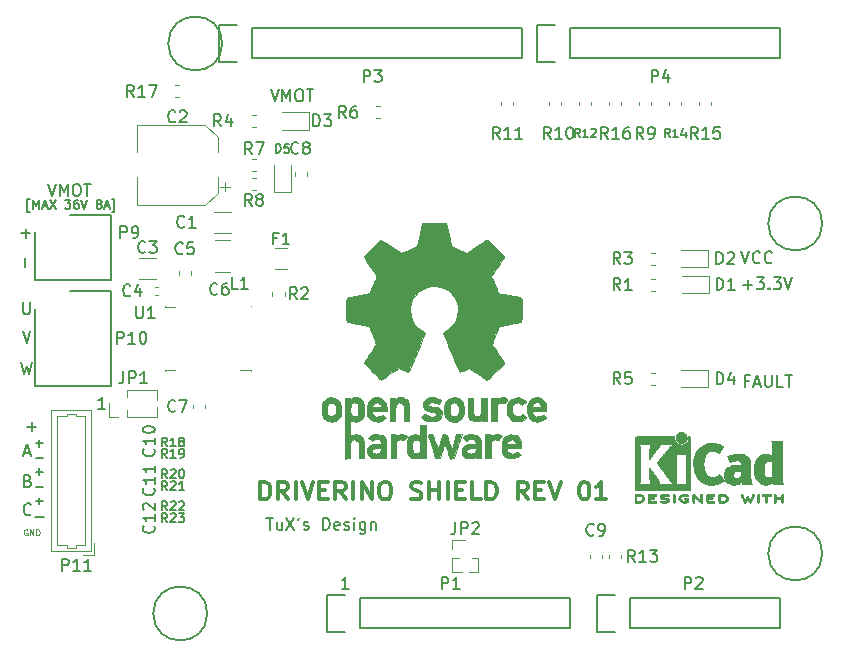
<source format=gbr>
%TF.GenerationSoftware,KiCad,Pcbnew,(5.1.9)-1*%
%TF.CreationDate,2021-05-13T12:35:03+02:00*%
%TF.ProjectId,Driverino-Shield,44726976-6572-4696-9e6f-2d536869656c,rev?*%
%TF.SameCoordinates,Original*%
%TF.FileFunction,Legend,Top*%
%TF.FilePolarity,Positive*%
%FSLAX46Y46*%
G04 Gerber Fmt 4.6, Leading zero omitted, Abs format (unit mm)*
G04 Created by KiCad (PCBNEW (5.1.9)-1) date 2021-05-13 12:35:03*
%MOMM*%
%LPD*%
G01*
G04 APERTURE LIST*
%ADD10C,0.150000*%
%ADD11C,0.300000*%
%ADD12C,0.200000*%
%ADD13C,0.125000*%
%ADD14C,0.120000*%
%ADD15C,0.010000*%
G04 APERTURE END LIST*
D10*
X112209700Y-89819485D02*
X112031128Y-89819485D01*
X112031128Y-88748057D01*
X112209700Y-88748057D01*
X112495414Y-89569485D02*
X112495414Y-88819485D01*
X112745414Y-89355200D01*
X112995414Y-88819485D01*
X112995414Y-89569485D01*
X113316842Y-89355200D02*
X113673985Y-89355200D01*
X113245414Y-89569485D02*
X113495414Y-88819485D01*
X113745414Y-89569485D01*
X113923985Y-88819485D02*
X114423985Y-89569485D01*
X114423985Y-88819485D02*
X113923985Y-89569485D01*
X115209700Y-88819485D02*
X115673985Y-88819485D01*
X115423985Y-89105200D01*
X115531128Y-89105200D01*
X115602557Y-89140914D01*
X115638271Y-89176628D01*
X115673985Y-89248057D01*
X115673985Y-89426628D01*
X115638271Y-89498057D01*
X115602557Y-89533771D01*
X115531128Y-89569485D01*
X115316842Y-89569485D01*
X115245414Y-89533771D01*
X115209700Y-89498057D01*
X116316842Y-88819485D02*
X116173985Y-88819485D01*
X116102557Y-88855200D01*
X116066842Y-88890914D01*
X115995414Y-88998057D01*
X115959700Y-89140914D01*
X115959700Y-89426628D01*
X115995414Y-89498057D01*
X116031128Y-89533771D01*
X116102557Y-89569485D01*
X116245414Y-89569485D01*
X116316842Y-89533771D01*
X116352557Y-89498057D01*
X116388271Y-89426628D01*
X116388271Y-89248057D01*
X116352557Y-89176628D01*
X116316842Y-89140914D01*
X116245414Y-89105200D01*
X116102557Y-89105200D01*
X116031128Y-89140914D01*
X115995414Y-89176628D01*
X115959700Y-89248057D01*
X116602557Y-88819485D02*
X116852557Y-89569485D01*
X117102557Y-88819485D01*
X118031128Y-89140914D02*
X117959700Y-89105200D01*
X117923985Y-89069485D01*
X117888271Y-88998057D01*
X117888271Y-88962342D01*
X117923985Y-88890914D01*
X117959700Y-88855200D01*
X118031128Y-88819485D01*
X118173985Y-88819485D01*
X118245414Y-88855200D01*
X118281128Y-88890914D01*
X118316842Y-88962342D01*
X118316842Y-88998057D01*
X118281128Y-89069485D01*
X118245414Y-89105200D01*
X118173985Y-89140914D01*
X118031128Y-89140914D01*
X117959700Y-89176628D01*
X117923985Y-89212342D01*
X117888271Y-89283771D01*
X117888271Y-89426628D01*
X117923985Y-89498057D01*
X117959700Y-89533771D01*
X118031128Y-89569485D01*
X118173985Y-89569485D01*
X118245414Y-89533771D01*
X118281128Y-89498057D01*
X118316842Y-89426628D01*
X118316842Y-89283771D01*
X118281128Y-89212342D01*
X118245414Y-89176628D01*
X118173985Y-89140914D01*
X118602557Y-89355200D02*
X118959700Y-89355200D01*
X118531128Y-89569485D02*
X118781128Y-88819485D01*
X119031128Y-89569485D01*
X119209700Y-89819485D02*
X119388271Y-89819485D01*
X119388271Y-88748057D01*
X119209700Y-88748057D01*
X118611614Y-106497380D02*
X118040185Y-106497380D01*
X118325900Y-106497380D02*
X118325900Y-105497380D01*
X118230661Y-105640238D01*
X118135423Y-105735476D01*
X118040185Y-105783095D01*
X132242514Y-115733580D02*
X132813942Y-115733580D01*
X132528228Y-116733580D02*
X132528228Y-115733580D01*
X133575847Y-116066914D02*
X133575847Y-116733580D01*
X133147276Y-116066914D02*
X133147276Y-116590723D01*
X133194895Y-116685961D01*
X133290133Y-116733580D01*
X133432990Y-116733580D01*
X133528228Y-116685961D01*
X133575847Y-116638342D01*
X133956800Y-115733580D02*
X134623466Y-116733580D01*
X134623466Y-115733580D02*
X133956800Y-116733580D01*
X135052038Y-115733580D02*
X134956800Y-115924057D01*
X135432990Y-116685961D02*
X135528228Y-116733580D01*
X135718704Y-116733580D01*
X135813942Y-116685961D01*
X135861561Y-116590723D01*
X135861561Y-116543104D01*
X135813942Y-116447866D01*
X135718704Y-116400247D01*
X135575847Y-116400247D01*
X135480609Y-116352628D01*
X135432990Y-116257390D01*
X135432990Y-116209771D01*
X135480609Y-116114533D01*
X135575847Y-116066914D01*
X135718704Y-116066914D01*
X135813942Y-116114533D01*
X137052038Y-116733580D02*
X137052038Y-115733580D01*
X137290133Y-115733580D01*
X137432990Y-115781200D01*
X137528228Y-115876438D01*
X137575847Y-115971676D01*
X137623466Y-116162152D01*
X137623466Y-116305009D01*
X137575847Y-116495485D01*
X137528228Y-116590723D01*
X137432990Y-116685961D01*
X137290133Y-116733580D01*
X137052038Y-116733580D01*
X138432990Y-116685961D02*
X138337752Y-116733580D01*
X138147276Y-116733580D01*
X138052038Y-116685961D01*
X138004419Y-116590723D01*
X138004419Y-116209771D01*
X138052038Y-116114533D01*
X138147276Y-116066914D01*
X138337752Y-116066914D01*
X138432990Y-116114533D01*
X138480609Y-116209771D01*
X138480609Y-116305009D01*
X138004419Y-116400247D01*
X138861561Y-116685961D02*
X138956800Y-116733580D01*
X139147276Y-116733580D01*
X139242514Y-116685961D01*
X139290133Y-116590723D01*
X139290133Y-116543104D01*
X139242514Y-116447866D01*
X139147276Y-116400247D01*
X139004419Y-116400247D01*
X138909180Y-116352628D01*
X138861561Y-116257390D01*
X138861561Y-116209771D01*
X138909180Y-116114533D01*
X139004419Y-116066914D01*
X139147276Y-116066914D01*
X139242514Y-116114533D01*
X139718704Y-116733580D02*
X139718704Y-116066914D01*
X139718704Y-115733580D02*
X139671085Y-115781200D01*
X139718704Y-115828819D01*
X139766323Y-115781200D01*
X139718704Y-115733580D01*
X139718704Y-115828819D01*
X140623466Y-116066914D02*
X140623466Y-116876438D01*
X140575847Y-116971676D01*
X140528228Y-117019295D01*
X140432990Y-117066914D01*
X140290133Y-117066914D01*
X140194895Y-117019295D01*
X140623466Y-116685961D02*
X140528228Y-116733580D01*
X140337752Y-116733580D01*
X140242514Y-116685961D01*
X140194895Y-116638342D01*
X140147276Y-116543104D01*
X140147276Y-116257390D01*
X140194895Y-116162152D01*
X140242514Y-116114533D01*
X140337752Y-116066914D01*
X140528228Y-116066914D01*
X140623466Y-116114533D01*
X141099657Y-116066914D02*
X141099657Y-116733580D01*
X141099657Y-116162152D02*
X141147276Y-116114533D01*
X141242514Y-116066914D01*
X141385371Y-116066914D01*
X141480609Y-116114533D01*
X141528228Y-116209771D01*
X141528228Y-116733580D01*
D11*
X131747657Y-114165771D02*
X131747657Y-112665771D01*
X132104800Y-112665771D01*
X132319085Y-112737200D01*
X132461942Y-112880057D01*
X132533371Y-113022914D01*
X132604800Y-113308628D01*
X132604800Y-113522914D01*
X132533371Y-113808628D01*
X132461942Y-113951485D01*
X132319085Y-114094342D01*
X132104800Y-114165771D01*
X131747657Y-114165771D01*
X134104800Y-114165771D02*
X133604800Y-113451485D01*
X133247657Y-114165771D02*
X133247657Y-112665771D01*
X133819085Y-112665771D01*
X133961942Y-112737200D01*
X134033371Y-112808628D01*
X134104800Y-112951485D01*
X134104800Y-113165771D01*
X134033371Y-113308628D01*
X133961942Y-113380057D01*
X133819085Y-113451485D01*
X133247657Y-113451485D01*
X134747657Y-114165771D02*
X134747657Y-112665771D01*
X135247657Y-112665771D02*
X135747657Y-114165771D01*
X136247657Y-112665771D01*
X136747657Y-113380057D02*
X137247657Y-113380057D01*
X137461942Y-114165771D02*
X136747657Y-114165771D01*
X136747657Y-112665771D01*
X137461942Y-112665771D01*
X138961942Y-114165771D02*
X138461942Y-113451485D01*
X138104800Y-114165771D02*
X138104800Y-112665771D01*
X138676228Y-112665771D01*
X138819085Y-112737200D01*
X138890514Y-112808628D01*
X138961942Y-112951485D01*
X138961942Y-113165771D01*
X138890514Y-113308628D01*
X138819085Y-113380057D01*
X138676228Y-113451485D01*
X138104800Y-113451485D01*
X139604800Y-114165771D02*
X139604800Y-112665771D01*
X140319085Y-114165771D02*
X140319085Y-112665771D01*
X141176228Y-114165771D01*
X141176228Y-112665771D01*
X142176228Y-112665771D02*
X142461942Y-112665771D01*
X142604800Y-112737200D01*
X142747657Y-112880057D01*
X142819085Y-113165771D01*
X142819085Y-113665771D01*
X142747657Y-113951485D01*
X142604800Y-114094342D01*
X142461942Y-114165771D01*
X142176228Y-114165771D01*
X142033371Y-114094342D01*
X141890514Y-113951485D01*
X141819085Y-113665771D01*
X141819085Y-113165771D01*
X141890514Y-112880057D01*
X142033371Y-112737200D01*
X142176228Y-112665771D01*
X144533371Y-114094342D02*
X144747657Y-114165771D01*
X145104800Y-114165771D01*
X145247657Y-114094342D01*
X145319085Y-114022914D01*
X145390514Y-113880057D01*
X145390514Y-113737200D01*
X145319085Y-113594342D01*
X145247657Y-113522914D01*
X145104800Y-113451485D01*
X144819085Y-113380057D01*
X144676228Y-113308628D01*
X144604800Y-113237200D01*
X144533371Y-113094342D01*
X144533371Y-112951485D01*
X144604800Y-112808628D01*
X144676228Y-112737200D01*
X144819085Y-112665771D01*
X145176228Y-112665771D01*
X145390514Y-112737200D01*
X146033371Y-114165771D02*
X146033371Y-112665771D01*
X146033371Y-113380057D02*
X146890514Y-113380057D01*
X146890514Y-114165771D02*
X146890514Y-112665771D01*
X147604800Y-114165771D02*
X147604800Y-112665771D01*
X148319085Y-113380057D02*
X148819085Y-113380057D01*
X149033371Y-114165771D02*
X148319085Y-114165771D01*
X148319085Y-112665771D01*
X149033371Y-112665771D01*
X150390514Y-114165771D02*
X149676228Y-114165771D01*
X149676228Y-112665771D01*
X150890514Y-114165771D02*
X150890514Y-112665771D01*
X151247657Y-112665771D01*
X151461942Y-112737200D01*
X151604800Y-112880057D01*
X151676228Y-113022914D01*
X151747657Y-113308628D01*
X151747657Y-113522914D01*
X151676228Y-113808628D01*
X151604800Y-113951485D01*
X151461942Y-114094342D01*
X151247657Y-114165771D01*
X150890514Y-114165771D01*
X154390514Y-114165771D02*
X153890514Y-113451485D01*
X153533371Y-114165771D02*
X153533371Y-112665771D01*
X154104800Y-112665771D01*
X154247657Y-112737200D01*
X154319085Y-112808628D01*
X154390514Y-112951485D01*
X154390514Y-113165771D01*
X154319085Y-113308628D01*
X154247657Y-113380057D01*
X154104800Y-113451485D01*
X153533371Y-113451485D01*
X155033371Y-113380057D02*
X155533371Y-113380057D01*
X155747657Y-114165771D02*
X155033371Y-114165771D01*
X155033371Y-112665771D01*
X155747657Y-112665771D01*
X156176228Y-112665771D02*
X156676228Y-114165771D01*
X157176228Y-112665771D01*
X159104800Y-112665771D02*
X159247657Y-112665771D01*
X159390514Y-112737200D01*
X159461942Y-112808628D01*
X159533371Y-112951485D01*
X159604800Y-113237200D01*
X159604800Y-113594342D01*
X159533371Y-113880057D01*
X159461942Y-114022914D01*
X159390514Y-114094342D01*
X159247657Y-114165771D01*
X159104800Y-114165771D01*
X158961942Y-114094342D01*
X158890514Y-114022914D01*
X158819085Y-113880057D01*
X158747657Y-113594342D01*
X158747657Y-113237200D01*
X158819085Y-112951485D01*
X158890514Y-112808628D01*
X158961942Y-112737200D01*
X159104800Y-112665771D01*
X161033371Y-114165771D02*
X160176228Y-114165771D01*
X160604800Y-114165771D02*
X160604800Y-112665771D01*
X160461942Y-112880057D01*
X160319085Y-113022914D01*
X160176228Y-113094342D01*
D10*
X113760476Y-87463380D02*
X114093809Y-88463380D01*
X114427142Y-87463380D01*
X114760476Y-88463380D02*
X114760476Y-87463380D01*
X115093809Y-88177666D01*
X115427142Y-87463380D01*
X115427142Y-88463380D01*
X116093809Y-87463380D02*
X116284285Y-87463380D01*
X116379523Y-87511000D01*
X116474761Y-87606238D01*
X116522380Y-87796714D01*
X116522380Y-88130047D01*
X116474761Y-88320523D01*
X116379523Y-88415761D01*
X116284285Y-88463380D01*
X116093809Y-88463380D01*
X115998571Y-88415761D01*
X115903333Y-88320523D01*
X115855714Y-88130047D01*
X115855714Y-87796714D01*
X115903333Y-87606238D01*
X115998571Y-87511000D01*
X116093809Y-87463380D01*
X116808095Y-87463380D02*
X117379523Y-87463380D01*
X117093809Y-88463380D02*
X117093809Y-87463380D01*
X173093261Y-104132071D02*
X172759928Y-104132071D01*
X172759928Y-104655880D02*
X172759928Y-103655880D01*
X173236119Y-103655880D01*
X173569452Y-104370166D02*
X174045642Y-104370166D01*
X173474214Y-104655880D02*
X173807547Y-103655880D01*
X174140880Y-104655880D01*
X174474214Y-103655880D02*
X174474214Y-104465404D01*
X174521833Y-104560642D01*
X174569452Y-104608261D01*
X174664690Y-104655880D01*
X174855166Y-104655880D01*
X174950404Y-104608261D01*
X174998023Y-104560642D01*
X175045642Y-104465404D01*
X175045642Y-103655880D01*
X175998023Y-104655880D02*
X175521833Y-104655880D01*
X175521833Y-103655880D01*
X176188500Y-103655880D02*
X176759928Y-103655880D01*
X176474214Y-104655880D02*
X176474214Y-103655880D01*
X132619976Y-79462380D02*
X132953309Y-80462380D01*
X133286642Y-79462380D01*
X133619976Y-80462380D02*
X133619976Y-79462380D01*
X133953309Y-80176666D01*
X134286642Y-79462380D01*
X134286642Y-80462380D01*
X134953309Y-79462380D02*
X135143785Y-79462380D01*
X135239023Y-79510000D01*
X135334261Y-79605238D01*
X135381880Y-79795714D01*
X135381880Y-80129047D01*
X135334261Y-80319523D01*
X135239023Y-80414761D01*
X135143785Y-80462380D01*
X134953309Y-80462380D01*
X134858071Y-80414761D01*
X134762833Y-80319523D01*
X134715214Y-80129047D01*
X134715214Y-79795714D01*
X134762833Y-79605238D01*
X134858071Y-79510000D01*
X134953309Y-79462380D01*
X135667595Y-79462380D02*
X136239023Y-79462380D01*
X135953309Y-80462380D02*
X135953309Y-79462380D01*
X172482142Y-93171880D02*
X172815476Y-94171880D01*
X173148809Y-93171880D01*
X174053571Y-94076642D02*
X174005952Y-94124261D01*
X173863095Y-94171880D01*
X173767856Y-94171880D01*
X173624999Y-94124261D01*
X173529761Y-94029023D01*
X173482142Y-93933785D01*
X173434523Y-93743309D01*
X173434523Y-93600452D01*
X173482142Y-93409976D01*
X173529761Y-93314738D01*
X173624999Y-93219500D01*
X173767856Y-93171880D01*
X173863095Y-93171880D01*
X174005952Y-93219500D01*
X174053571Y-93267119D01*
X175053571Y-94076642D02*
X175005952Y-94124261D01*
X174863095Y-94171880D01*
X174767856Y-94171880D01*
X174624999Y-94124261D01*
X174529761Y-94029023D01*
X174482142Y-93933785D01*
X174434523Y-93743309D01*
X174434523Y-93600452D01*
X174482142Y-93409976D01*
X174529761Y-93314738D01*
X174624999Y-93219500D01*
X174767856Y-93171880D01*
X174863095Y-93171880D01*
X175005952Y-93219500D01*
X175053571Y-93267119D01*
X172625000Y-95990428D02*
X173386904Y-95990428D01*
X173005952Y-96371380D02*
X173005952Y-95609476D01*
X173767857Y-95371380D02*
X174386904Y-95371380D01*
X174053571Y-95752333D01*
X174196428Y-95752333D01*
X174291666Y-95799952D01*
X174339285Y-95847571D01*
X174386904Y-95942809D01*
X174386904Y-96180904D01*
X174339285Y-96276142D01*
X174291666Y-96323761D01*
X174196428Y-96371380D01*
X173910714Y-96371380D01*
X173815476Y-96323761D01*
X173767857Y-96276142D01*
X174815476Y-96276142D02*
X174863095Y-96323761D01*
X174815476Y-96371380D01*
X174767857Y-96323761D01*
X174815476Y-96276142D01*
X174815476Y-96371380D01*
X175196428Y-95371380D02*
X175815476Y-95371380D01*
X175482142Y-95752333D01*
X175625000Y-95752333D01*
X175720238Y-95799952D01*
X175767857Y-95847571D01*
X175815476Y-95942809D01*
X175815476Y-96180904D01*
X175767857Y-96276142D01*
X175720238Y-96323761D01*
X175625000Y-96371380D01*
X175339285Y-96371380D01*
X175244047Y-96323761D01*
X175196428Y-96276142D01*
X176101190Y-95371380D02*
X176434523Y-96371380D01*
X176767857Y-95371380D01*
D12*
X111831428Y-94487952D02*
X111831428Y-93726047D01*
D10*
X113410952Y-115625571D02*
X112649047Y-115625571D01*
X113315714Y-114309928D02*
X112744285Y-114309928D01*
X113030000Y-114024214D02*
X113030000Y-114595642D01*
X113315714Y-113103428D02*
X112744285Y-113103428D01*
X113315714Y-111833428D02*
X112744285Y-111833428D01*
X113030000Y-111547714D02*
X113030000Y-112119142D01*
X113315714Y-110626928D02*
X112744285Y-110626928D01*
X113315714Y-109420428D02*
X112744285Y-109420428D01*
X113030000Y-109134714D02*
X113030000Y-109706142D01*
D13*
X112014047Y-116717000D02*
X111966428Y-116693190D01*
X111895000Y-116693190D01*
X111823571Y-116717000D01*
X111775952Y-116764619D01*
X111752142Y-116812238D01*
X111728333Y-116907476D01*
X111728333Y-116978904D01*
X111752142Y-117074142D01*
X111775952Y-117121761D01*
X111823571Y-117169380D01*
X111895000Y-117193190D01*
X111942619Y-117193190D01*
X112014047Y-117169380D01*
X112037857Y-117145571D01*
X112037857Y-116978904D01*
X111942619Y-116978904D01*
X112252142Y-117193190D02*
X112252142Y-116693190D01*
X112537857Y-117193190D01*
X112537857Y-116693190D01*
X112775952Y-117193190D02*
X112775952Y-116693190D01*
X112895000Y-116693190D01*
X112966428Y-116717000D01*
X113014047Y-116764619D01*
X113037857Y-116812238D01*
X113061666Y-116907476D01*
X113061666Y-116978904D01*
X113037857Y-117074142D01*
X113014047Y-117121761D01*
X112966428Y-117169380D01*
X112895000Y-117193190D01*
X112775952Y-117193190D01*
D10*
X112323523Y-115419142D02*
X112275904Y-115466761D01*
X112133047Y-115514380D01*
X112037809Y-115514380D01*
X111894952Y-115466761D01*
X111799714Y-115371523D01*
X111752095Y-115276285D01*
X111704476Y-115085809D01*
X111704476Y-114942952D01*
X111752095Y-114752476D01*
X111799714Y-114657238D01*
X111894952Y-114562000D01*
X112037809Y-114514380D01*
X112133047Y-114514380D01*
X112275904Y-114562000D01*
X112323523Y-114609619D01*
X112085428Y-112577571D02*
X112228285Y-112625190D01*
X112275904Y-112672809D01*
X112323523Y-112768047D01*
X112323523Y-112910904D01*
X112275904Y-113006142D01*
X112228285Y-113053761D01*
X112133047Y-113101380D01*
X111752095Y-113101380D01*
X111752095Y-112101380D01*
X112085428Y-112101380D01*
X112180666Y-112149000D01*
X112228285Y-112196619D01*
X112275904Y-112291857D01*
X112275904Y-112387095D01*
X112228285Y-112482333D01*
X112180666Y-112529952D01*
X112085428Y-112577571D01*
X111752095Y-112577571D01*
X111775904Y-110212166D02*
X112252095Y-110212166D01*
X111680666Y-110497880D02*
X112014000Y-109497880D01*
X112347333Y-110497880D01*
X112014047Y-108005571D02*
X112775952Y-108005571D01*
X112395000Y-107624619D02*
X112395000Y-108386523D01*
X111521928Y-102576380D02*
X111760023Y-103576380D01*
X111950500Y-102862095D01*
X112140976Y-103576380D01*
X112379071Y-102576380D01*
X111617166Y-99909380D02*
X111950500Y-100909380D01*
X112283833Y-99909380D01*
X111664785Y-97496380D02*
X111664785Y-98305904D01*
X111712404Y-98401142D01*
X111760023Y-98448761D01*
X111855261Y-98496380D01*
X112045738Y-98496380D01*
X112140976Y-98448761D01*
X112188595Y-98401142D01*
X112236214Y-98305904D01*
X112236214Y-97496380D01*
D12*
X111506047Y-91638428D02*
X112267952Y-91638428D01*
X111887000Y-92019380D02*
X111887000Y-91257476D01*
D10*
X139223714Y-121737380D02*
X138652285Y-121737380D01*
X138938000Y-121737380D02*
X138938000Y-120737380D01*
X138842761Y-120880238D01*
X138747523Y-120975476D01*
X138652285Y-121023095D01*
D14*
%TO.C,F1*%
X133988455Y-94697000D02*
X133007545Y-94697000D01*
X133988455Y-92877000D02*
X133007545Y-92877000D01*
D15*
%TO.C,REF\u002A\u002A*%
G36*
X166776400Y-108931554D02*
G01*
X166787265Y-109045493D01*
X166818882Y-109153116D01*
X166869785Y-109252115D01*
X166938507Y-109340184D01*
X167023581Y-109415016D01*
X167120568Y-109472884D01*
X167226836Y-109512505D01*
X167333850Y-109531073D01*
X167439500Y-109529934D01*
X167541675Y-109510430D01*
X167638266Y-109473906D01*
X167727162Y-109421705D01*
X167806254Y-109355173D01*
X167873431Y-109275652D01*
X167926583Y-109184487D01*
X167963601Y-109083023D01*
X167982373Y-108972602D01*
X167984311Y-108922706D01*
X167984311Y-108834767D01*
X168036240Y-108834767D01*
X168072547Y-108837611D01*
X168099445Y-108849411D01*
X168126551Y-108873149D01*
X168164933Y-108911531D01*
X168164933Y-111103102D01*
X168164924Y-111365239D01*
X168164892Y-111605741D01*
X168164828Y-111825548D01*
X168164724Y-112025601D01*
X168164573Y-112206844D01*
X168164366Y-112370216D01*
X168164094Y-112516660D01*
X168163750Y-112647117D01*
X168163326Y-112762529D01*
X168162813Y-112863838D01*
X168162203Y-112951984D01*
X168161488Y-113027910D01*
X168160660Y-113092557D01*
X168159711Y-113146867D01*
X168158633Y-113191780D01*
X168157417Y-113228240D01*
X168156055Y-113257187D01*
X168154539Y-113279563D01*
X168152862Y-113296309D01*
X168151014Y-113308368D01*
X168148987Y-113316680D01*
X168146775Y-113322187D01*
X168145692Y-113324037D01*
X168141529Y-113331049D01*
X168137995Y-113337496D01*
X168134165Y-113343400D01*
X168129118Y-113348786D01*
X168121929Y-113353678D01*
X168111677Y-113358098D01*
X168097436Y-113362072D01*
X168078286Y-113365621D01*
X168053301Y-113368770D01*
X168021560Y-113371542D01*
X167982138Y-113373961D01*
X167934114Y-113376051D01*
X167876563Y-113377835D01*
X167808563Y-113379337D01*
X167729190Y-113380580D01*
X167637521Y-113381589D01*
X167532634Y-113382385D01*
X167413604Y-113382994D01*
X167279510Y-113383439D01*
X167129427Y-113383743D01*
X166962433Y-113383930D01*
X166777604Y-113384024D01*
X166574017Y-113384048D01*
X166350750Y-113384025D01*
X166106878Y-113383980D01*
X165841479Y-113383937D01*
X165803096Y-113383932D01*
X165536118Y-113383889D01*
X165290798Y-113383818D01*
X165066217Y-113383713D01*
X164861455Y-113383566D01*
X164675594Y-113383369D01*
X164507712Y-113383116D01*
X164356892Y-113382800D01*
X164222213Y-113382413D01*
X164102756Y-113381947D01*
X163997601Y-113381397D01*
X163905829Y-113380753D01*
X163826521Y-113380011D01*
X163758757Y-113379161D01*
X163701618Y-113378197D01*
X163654183Y-113377111D01*
X163615534Y-113375897D01*
X163584751Y-113374547D01*
X163560915Y-113373055D01*
X163543106Y-113371411D01*
X163530405Y-113369611D01*
X163521892Y-113367645D01*
X163517534Y-113365977D01*
X163509072Y-113362406D01*
X163501303Y-113359770D01*
X163494198Y-113357134D01*
X163487727Y-113353562D01*
X163481861Y-113348121D01*
X163476571Y-113339875D01*
X163471826Y-113327890D01*
X163467598Y-113311231D01*
X163463857Y-113288963D01*
X163460573Y-113260152D01*
X163457717Y-113223863D01*
X163455260Y-113179161D01*
X163453171Y-113125111D01*
X163451422Y-113060779D01*
X163449983Y-112985230D01*
X163448824Y-112897530D01*
X163447917Y-112796743D01*
X163447231Y-112681934D01*
X163446737Y-112552170D01*
X163446405Y-112406515D01*
X163446207Y-112244035D01*
X163446113Y-112063795D01*
X163446092Y-111864860D01*
X163446115Y-111646296D01*
X163446154Y-111407168D01*
X163446178Y-111146540D01*
X163446178Y-111104389D01*
X163446164Y-110841492D01*
X163446139Y-110600232D01*
X163446129Y-110379665D01*
X163446158Y-110178852D01*
X163446252Y-109996849D01*
X163446438Y-109832716D01*
X163446741Y-109685511D01*
X163447186Y-109554292D01*
X163447766Y-109444367D01*
X163750603Y-109444367D01*
X163790393Y-109502211D01*
X163801564Y-109517979D01*
X163811634Y-109531941D01*
X163820662Y-109545284D01*
X163828703Y-109559193D01*
X163835814Y-109574856D01*
X163842053Y-109593458D01*
X163847475Y-109616186D01*
X163852138Y-109644227D01*
X163856099Y-109678767D01*
X163859415Y-109720992D01*
X163862141Y-109772089D01*
X163864336Y-109833244D01*
X163866055Y-109905644D01*
X163867356Y-109990475D01*
X163868295Y-110088922D01*
X163868930Y-110202174D01*
X163869316Y-110331416D01*
X163869512Y-110477834D01*
X163869573Y-110642616D01*
X163869557Y-110826947D01*
X163869520Y-111032013D01*
X163869511Y-111154633D01*
X163869535Y-111371582D01*
X163869569Y-111567142D01*
X163869557Y-111742499D01*
X163869442Y-111898841D01*
X163869170Y-112037357D01*
X163868682Y-112159234D01*
X163867924Y-112265660D01*
X163866838Y-112357822D01*
X163865369Y-112436909D01*
X163863460Y-112504108D01*
X163861056Y-112560607D01*
X163858099Y-112607593D01*
X163854534Y-112646255D01*
X163850305Y-112677780D01*
X163845354Y-112703355D01*
X163839627Y-112724170D01*
X163833067Y-112741411D01*
X163825617Y-112756265D01*
X163817221Y-112769922D01*
X163807824Y-112783569D01*
X163797368Y-112798393D01*
X163791277Y-112807283D01*
X163752504Y-112864900D01*
X164284068Y-112864900D01*
X164407317Y-112864865D01*
X164509813Y-112864715D01*
X164593380Y-112864378D01*
X164659844Y-112863786D01*
X164711029Y-112862867D01*
X164748759Y-112861551D01*
X164774860Y-112859769D01*
X164791156Y-112857451D01*
X164799472Y-112854526D01*
X164801632Y-112850924D01*
X164799461Y-112846575D01*
X164798265Y-112845145D01*
X164773115Y-112808073D01*
X164747217Y-112755272D01*
X164723608Y-112693270D01*
X164715339Y-112666857D01*
X164710722Y-112648916D01*
X164706821Y-112627855D01*
X164703552Y-112601589D01*
X164700834Y-112568032D01*
X164698585Y-112525099D01*
X164696723Y-112470704D01*
X164695164Y-112402762D01*
X164693828Y-112319188D01*
X164692631Y-112217895D01*
X164691492Y-112096800D01*
X164691115Y-112052100D01*
X164690098Y-111926949D01*
X164689340Y-111822582D01*
X164688897Y-111737207D01*
X164688830Y-111669033D01*
X164689195Y-111616265D01*
X164690052Y-111577114D01*
X164691459Y-111549785D01*
X164693475Y-111532486D01*
X164696157Y-111523426D01*
X164699564Y-111520812D01*
X164703756Y-111522851D01*
X164708229Y-111527167D01*
X164718584Y-111540102D01*
X164740642Y-111569176D01*
X164772843Y-111612259D01*
X164813626Y-111667218D01*
X164861430Y-111731923D01*
X164914695Y-111804242D01*
X164971860Y-111882044D01*
X165031363Y-111963198D01*
X165091645Y-112045572D01*
X165151145Y-112127036D01*
X165208302Y-112205457D01*
X165261555Y-112278704D01*
X165309343Y-112344647D01*
X165350107Y-112401154D01*
X165382284Y-112446093D01*
X165404315Y-112477334D01*
X165408883Y-112483966D01*
X165431804Y-112520869D01*
X165458612Y-112568859D01*
X165484011Y-112618397D01*
X165487232Y-112625077D01*
X165508910Y-112673272D01*
X165521496Y-112710834D01*
X165527226Y-112746660D01*
X165528344Y-112788700D01*
X165527710Y-112864900D01*
X166682149Y-112864900D01*
X166590985Y-112771169D01*
X166544188Y-112721275D01*
X166493901Y-112664795D01*
X166447856Y-112610526D01*
X166427431Y-112585173D01*
X166396993Y-112545628D01*
X166356938Y-112492416D01*
X166308439Y-112427167D01*
X166252665Y-112351511D01*
X166190789Y-112267077D01*
X166123981Y-112175494D01*
X166053413Y-112078392D01*
X165980255Y-111977401D01*
X165905679Y-111874150D01*
X165830856Y-111770268D01*
X165756957Y-111667385D01*
X165685154Y-111567131D01*
X165616616Y-111471136D01*
X165552516Y-111381027D01*
X165494025Y-111298436D01*
X165442314Y-111224992D01*
X165398553Y-111162324D01*
X165363915Y-111112061D01*
X165339570Y-111075834D01*
X165326689Y-111055271D01*
X165324931Y-111051168D01*
X165332890Y-111039842D01*
X165353685Y-111012662D01*
X165385953Y-110971329D01*
X165428330Y-110917544D01*
X165479453Y-110853006D01*
X165537959Y-110779418D01*
X165602486Y-110698478D01*
X165671669Y-110611888D01*
X165744147Y-110521348D01*
X165818554Y-110428560D01*
X165878283Y-110354202D01*
X166889289Y-110354202D01*
X166895198Y-110367159D01*
X166909528Y-110389408D01*
X166910575Y-110390891D01*
X166929362Y-110421044D01*
X166949009Y-110457875D01*
X166952908Y-110466011D01*
X166956444Y-110474440D01*
X166959570Y-110484559D01*
X166962314Y-110497760D01*
X166964708Y-110515438D01*
X166966781Y-110538984D01*
X166968565Y-110569793D01*
X166970088Y-110609257D01*
X166971381Y-110658769D01*
X166972474Y-110719723D01*
X166973397Y-110793511D01*
X166974181Y-110881528D01*
X166974855Y-110985165D01*
X166975450Y-111105816D01*
X166975995Y-111244874D01*
X166976521Y-111403732D01*
X166977055Y-111582589D01*
X166977594Y-111767707D01*
X166978028Y-111931645D01*
X166978291Y-112075803D01*
X166978316Y-112201579D01*
X166978035Y-112310371D01*
X166977381Y-112403577D01*
X166976286Y-112482597D01*
X166974682Y-112548828D01*
X166972503Y-112603670D01*
X166969681Y-112648521D01*
X166966149Y-112684778D01*
X166961839Y-112713841D01*
X166956683Y-112737109D01*
X166950615Y-112755979D01*
X166943567Y-112771851D01*
X166935471Y-112786122D01*
X166926260Y-112800191D01*
X166917760Y-112812658D01*
X166900624Y-112838952D01*
X166890478Y-112856537D01*
X166889289Y-112859757D01*
X166900196Y-112860834D01*
X166931389Y-112861835D01*
X166980577Y-112862735D01*
X167045467Y-112863510D01*
X167123770Y-112864137D01*
X167213193Y-112864591D01*
X167311444Y-112864849D01*
X167380355Y-112864900D01*
X167485348Y-112864680D01*
X167582190Y-112864048D01*
X167668693Y-112863049D01*
X167742668Y-112861727D01*
X167801926Y-112860126D01*
X167844280Y-112858291D01*
X167867540Y-112856265D01*
X167871422Y-112854993D01*
X167863724Y-112840091D01*
X167855726Y-112832060D01*
X167842554Y-112814934D01*
X167825315Y-112784683D01*
X167813393Y-112760122D01*
X167786755Y-112701211D01*
X167783680Y-111524345D01*
X167780605Y-110347478D01*
X167334947Y-110347478D01*
X167237130Y-110347642D01*
X167146736Y-110348111D01*
X167066170Y-110348847D01*
X166997838Y-110349816D01*
X166944144Y-110350980D01*
X166907495Y-110352303D01*
X166890296Y-110353749D01*
X166889289Y-110354202D01*
X165878283Y-110354202D01*
X165893530Y-110335222D01*
X165967710Y-110243037D01*
X166039731Y-110153704D01*
X166108231Y-110068924D01*
X166171845Y-109990398D01*
X166229212Y-109919826D01*
X166278967Y-109858909D01*
X166319748Y-109809347D01*
X166336912Y-109788678D01*
X166423204Y-109688016D01*
X166499803Y-109604759D01*
X166568617Y-109536938D01*
X166631552Y-109482589D01*
X166640933Y-109475222D01*
X166680444Y-109444617D01*
X165548684Y-109444367D01*
X165553973Y-109492344D01*
X165550670Y-109549688D01*
X165529139Y-109617963D01*
X165489165Y-109697712D01*
X165443857Y-109769995D01*
X165427639Y-109792640D01*
X165399586Y-109830196D01*
X165361370Y-109880521D01*
X165314663Y-109941473D01*
X165261139Y-110010911D01*
X165202469Y-110086694D01*
X165140325Y-110166680D01*
X165076379Y-110248728D01*
X165012305Y-110330696D01*
X164949773Y-110410443D01*
X164890457Y-110485827D01*
X164836029Y-110554707D01*
X164788161Y-110614942D01*
X164748525Y-110664389D01*
X164718794Y-110700908D01*
X164700639Y-110722358D01*
X164697580Y-110725656D01*
X164694721Y-110717649D01*
X164692507Y-110687355D01*
X164690943Y-110635056D01*
X164690033Y-110561031D01*
X164689780Y-110465563D01*
X164690187Y-110348934D01*
X164691096Y-110228945D01*
X164692418Y-110096833D01*
X164693943Y-109985094D01*
X164695919Y-109891525D01*
X164698594Y-109813919D01*
X164702218Y-109750074D01*
X164707039Y-109697783D01*
X164713306Y-109654844D01*
X164721268Y-109619051D01*
X164731173Y-109588200D01*
X164743269Y-109560086D01*
X164757807Y-109532505D01*
X164772489Y-109507466D01*
X164810486Y-109444367D01*
X163750603Y-109444367D01*
X163447766Y-109444367D01*
X163447799Y-109438117D01*
X163448605Y-109336044D01*
X163449630Y-109247133D01*
X163450900Y-109170441D01*
X163452440Y-109105027D01*
X163454276Y-109049949D01*
X163456433Y-109004265D01*
X163458937Y-108967034D01*
X163461813Y-108937313D01*
X163465087Y-108914162D01*
X163468785Y-108896639D01*
X163472931Y-108883801D01*
X163477553Y-108874708D01*
X163482674Y-108868418D01*
X163488322Y-108863988D01*
X163494521Y-108860478D01*
X163501296Y-108856945D01*
X163507292Y-108853376D01*
X163512525Y-108850800D01*
X163520701Y-108848472D01*
X163532914Y-108846378D01*
X163550259Y-108844507D01*
X163573831Y-108842847D01*
X163604723Y-108841384D01*
X163644032Y-108840108D01*
X163692850Y-108839004D01*
X163752273Y-108838061D01*
X163823396Y-108837267D01*
X163907312Y-108836609D01*
X164005117Y-108836075D01*
X164117906Y-108835653D01*
X164246771Y-108835329D01*
X164392809Y-108835092D01*
X164557114Y-108834930D01*
X164740780Y-108834830D01*
X164944903Y-108834780D01*
X165156047Y-108834767D01*
X166776400Y-108834767D01*
X166776400Y-108931554D01*
G37*
X166776400Y-108931554D02*
X166787265Y-109045493D01*
X166818882Y-109153116D01*
X166869785Y-109252115D01*
X166938507Y-109340184D01*
X167023581Y-109415016D01*
X167120568Y-109472884D01*
X167226836Y-109512505D01*
X167333850Y-109531073D01*
X167439500Y-109529934D01*
X167541675Y-109510430D01*
X167638266Y-109473906D01*
X167727162Y-109421705D01*
X167806254Y-109355173D01*
X167873431Y-109275652D01*
X167926583Y-109184487D01*
X167963601Y-109083023D01*
X167982373Y-108972602D01*
X167984311Y-108922706D01*
X167984311Y-108834767D01*
X168036240Y-108834767D01*
X168072547Y-108837611D01*
X168099445Y-108849411D01*
X168126551Y-108873149D01*
X168164933Y-108911531D01*
X168164933Y-111103102D01*
X168164924Y-111365239D01*
X168164892Y-111605741D01*
X168164828Y-111825548D01*
X168164724Y-112025601D01*
X168164573Y-112206844D01*
X168164366Y-112370216D01*
X168164094Y-112516660D01*
X168163750Y-112647117D01*
X168163326Y-112762529D01*
X168162813Y-112863838D01*
X168162203Y-112951984D01*
X168161488Y-113027910D01*
X168160660Y-113092557D01*
X168159711Y-113146867D01*
X168158633Y-113191780D01*
X168157417Y-113228240D01*
X168156055Y-113257187D01*
X168154539Y-113279563D01*
X168152862Y-113296309D01*
X168151014Y-113308368D01*
X168148987Y-113316680D01*
X168146775Y-113322187D01*
X168145692Y-113324037D01*
X168141529Y-113331049D01*
X168137995Y-113337496D01*
X168134165Y-113343400D01*
X168129118Y-113348786D01*
X168121929Y-113353678D01*
X168111677Y-113358098D01*
X168097436Y-113362072D01*
X168078286Y-113365621D01*
X168053301Y-113368770D01*
X168021560Y-113371542D01*
X167982138Y-113373961D01*
X167934114Y-113376051D01*
X167876563Y-113377835D01*
X167808563Y-113379337D01*
X167729190Y-113380580D01*
X167637521Y-113381589D01*
X167532634Y-113382385D01*
X167413604Y-113382994D01*
X167279510Y-113383439D01*
X167129427Y-113383743D01*
X166962433Y-113383930D01*
X166777604Y-113384024D01*
X166574017Y-113384048D01*
X166350750Y-113384025D01*
X166106878Y-113383980D01*
X165841479Y-113383937D01*
X165803096Y-113383932D01*
X165536118Y-113383889D01*
X165290798Y-113383818D01*
X165066217Y-113383713D01*
X164861455Y-113383566D01*
X164675594Y-113383369D01*
X164507712Y-113383116D01*
X164356892Y-113382800D01*
X164222213Y-113382413D01*
X164102756Y-113381947D01*
X163997601Y-113381397D01*
X163905829Y-113380753D01*
X163826521Y-113380011D01*
X163758757Y-113379161D01*
X163701618Y-113378197D01*
X163654183Y-113377111D01*
X163615534Y-113375897D01*
X163584751Y-113374547D01*
X163560915Y-113373055D01*
X163543106Y-113371411D01*
X163530405Y-113369611D01*
X163521892Y-113367645D01*
X163517534Y-113365977D01*
X163509072Y-113362406D01*
X163501303Y-113359770D01*
X163494198Y-113357134D01*
X163487727Y-113353562D01*
X163481861Y-113348121D01*
X163476571Y-113339875D01*
X163471826Y-113327890D01*
X163467598Y-113311231D01*
X163463857Y-113288963D01*
X163460573Y-113260152D01*
X163457717Y-113223863D01*
X163455260Y-113179161D01*
X163453171Y-113125111D01*
X163451422Y-113060779D01*
X163449983Y-112985230D01*
X163448824Y-112897530D01*
X163447917Y-112796743D01*
X163447231Y-112681934D01*
X163446737Y-112552170D01*
X163446405Y-112406515D01*
X163446207Y-112244035D01*
X163446113Y-112063795D01*
X163446092Y-111864860D01*
X163446115Y-111646296D01*
X163446154Y-111407168D01*
X163446178Y-111146540D01*
X163446178Y-111104389D01*
X163446164Y-110841492D01*
X163446139Y-110600232D01*
X163446129Y-110379665D01*
X163446158Y-110178852D01*
X163446252Y-109996849D01*
X163446438Y-109832716D01*
X163446741Y-109685511D01*
X163447186Y-109554292D01*
X163447766Y-109444367D01*
X163750603Y-109444367D01*
X163790393Y-109502211D01*
X163801564Y-109517979D01*
X163811634Y-109531941D01*
X163820662Y-109545284D01*
X163828703Y-109559193D01*
X163835814Y-109574856D01*
X163842053Y-109593458D01*
X163847475Y-109616186D01*
X163852138Y-109644227D01*
X163856099Y-109678767D01*
X163859415Y-109720992D01*
X163862141Y-109772089D01*
X163864336Y-109833244D01*
X163866055Y-109905644D01*
X163867356Y-109990475D01*
X163868295Y-110088922D01*
X163868930Y-110202174D01*
X163869316Y-110331416D01*
X163869512Y-110477834D01*
X163869573Y-110642616D01*
X163869557Y-110826947D01*
X163869520Y-111032013D01*
X163869511Y-111154633D01*
X163869535Y-111371582D01*
X163869569Y-111567142D01*
X163869557Y-111742499D01*
X163869442Y-111898841D01*
X163869170Y-112037357D01*
X163868682Y-112159234D01*
X163867924Y-112265660D01*
X163866838Y-112357822D01*
X163865369Y-112436909D01*
X163863460Y-112504108D01*
X163861056Y-112560607D01*
X163858099Y-112607593D01*
X163854534Y-112646255D01*
X163850305Y-112677780D01*
X163845354Y-112703355D01*
X163839627Y-112724170D01*
X163833067Y-112741411D01*
X163825617Y-112756265D01*
X163817221Y-112769922D01*
X163807824Y-112783569D01*
X163797368Y-112798393D01*
X163791277Y-112807283D01*
X163752504Y-112864900D01*
X164284068Y-112864900D01*
X164407317Y-112864865D01*
X164509813Y-112864715D01*
X164593380Y-112864378D01*
X164659844Y-112863786D01*
X164711029Y-112862867D01*
X164748759Y-112861551D01*
X164774860Y-112859769D01*
X164791156Y-112857451D01*
X164799472Y-112854526D01*
X164801632Y-112850924D01*
X164799461Y-112846575D01*
X164798265Y-112845145D01*
X164773115Y-112808073D01*
X164747217Y-112755272D01*
X164723608Y-112693270D01*
X164715339Y-112666857D01*
X164710722Y-112648916D01*
X164706821Y-112627855D01*
X164703552Y-112601589D01*
X164700834Y-112568032D01*
X164698585Y-112525099D01*
X164696723Y-112470704D01*
X164695164Y-112402762D01*
X164693828Y-112319188D01*
X164692631Y-112217895D01*
X164691492Y-112096800D01*
X164691115Y-112052100D01*
X164690098Y-111926949D01*
X164689340Y-111822582D01*
X164688897Y-111737207D01*
X164688830Y-111669033D01*
X164689195Y-111616265D01*
X164690052Y-111577114D01*
X164691459Y-111549785D01*
X164693475Y-111532486D01*
X164696157Y-111523426D01*
X164699564Y-111520812D01*
X164703756Y-111522851D01*
X164708229Y-111527167D01*
X164718584Y-111540102D01*
X164740642Y-111569176D01*
X164772843Y-111612259D01*
X164813626Y-111667218D01*
X164861430Y-111731923D01*
X164914695Y-111804242D01*
X164971860Y-111882044D01*
X165031363Y-111963198D01*
X165091645Y-112045572D01*
X165151145Y-112127036D01*
X165208302Y-112205457D01*
X165261555Y-112278704D01*
X165309343Y-112344647D01*
X165350107Y-112401154D01*
X165382284Y-112446093D01*
X165404315Y-112477334D01*
X165408883Y-112483966D01*
X165431804Y-112520869D01*
X165458612Y-112568859D01*
X165484011Y-112618397D01*
X165487232Y-112625077D01*
X165508910Y-112673272D01*
X165521496Y-112710834D01*
X165527226Y-112746660D01*
X165528344Y-112788700D01*
X165527710Y-112864900D01*
X166682149Y-112864900D01*
X166590985Y-112771169D01*
X166544188Y-112721275D01*
X166493901Y-112664795D01*
X166447856Y-112610526D01*
X166427431Y-112585173D01*
X166396993Y-112545628D01*
X166356938Y-112492416D01*
X166308439Y-112427167D01*
X166252665Y-112351511D01*
X166190789Y-112267077D01*
X166123981Y-112175494D01*
X166053413Y-112078392D01*
X165980255Y-111977401D01*
X165905679Y-111874150D01*
X165830856Y-111770268D01*
X165756957Y-111667385D01*
X165685154Y-111567131D01*
X165616616Y-111471136D01*
X165552516Y-111381027D01*
X165494025Y-111298436D01*
X165442314Y-111224992D01*
X165398553Y-111162324D01*
X165363915Y-111112061D01*
X165339570Y-111075834D01*
X165326689Y-111055271D01*
X165324931Y-111051168D01*
X165332890Y-111039842D01*
X165353685Y-111012662D01*
X165385953Y-110971329D01*
X165428330Y-110917544D01*
X165479453Y-110853006D01*
X165537959Y-110779418D01*
X165602486Y-110698478D01*
X165671669Y-110611888D01*
X165744147Y-110521348D01*
X165818554Y-110428560D01*
X165878283Y-110354202D01*
X166889289Y-110354202D01*
X166895198Y-110367159D01*
X166909528Y-110389408D01*
X166910575Y-110390891D01*
X166929362Y-110421044D01*
X166949009Y-110457875D01*
X166952908Y-110466011D01*
X166956444Y-110474440D01*
X166959570Y-110484559D01*
X166962314Y-110497760D01*
X166964708Y-110515438D01*
X166966781Y-110538984D01*
X166968565Y-110569793D01*
X166970088Y-110609257D01*
X166971381Y-110658769D01*
X166972474Y-110719723D01*
X166973397Y-110793511D01*
X166974181Y-110881528D01*
X166974855Y-110985165D01*
X166975450Y-111105816D01*
X166975995Y-111244874D01*
X166976521Y-111403732D01*
X166977055Y-111582589D01*
X166977594Y-111767707D01*
X166978028Y-111931645D01*
X166978291Y-112075803D01*
X166978316Y-112201579D01*
X166978035Y-112310371D01*
X166977381Y-112403577D01*
X166976286Y-112482597D01*
X166974682Y-112548828D01*
X166972503Y-112603670D01*
X166969681Y-112648521D01*
X166966149Y-112684778D01*
X166961839Y-112713841D01*
X166956683Y-112737109D01*
X166950615Y-112755979D01*
X166943567Y-112771851D01*
X166935471Y-112786122D01*
X166926260Y-112800191D01*
X166917760Y-112812658D01*
X166900624Y-112838952D01*
X166890478Y-112856537D01*
X166889289Y-112859757D01*
X166900196Y-112860834D01*
X166931389Y-112861835D01*
X166980577Y-112862735D01*
X167045467Y-112863510D01*
X167123770Y-112864137D01*
X167213193Y-112864591D01*
X167311444Y-112864849D01*
X167380355Y-112864900D01*
X167485348Y-112864680D01*
X167582190Y-112864048D01*
X167668693Y-112863049D01*
X167742668Y-112861727D01*
X167801926Y-112860126D01*
X167844280Y-112858291D01*
X167867540Y-112856265D01*
X167871422Y-112854993D01*
X167863724Y-112840091D01*
X167855726Y-112832060D01*
X167842554Y-112814934D01*
X167825315Y-112784683D01*
X167813393Y-112760122D01*
X167786755Y-112701211D01*
X167783680Y-111524345D01*
X167780605Y-110347478D01*
X167334947Y-110347478D01*
X167237130Y-110347642D01*
X167146736Y-110348111D01*
X167066170Y-110348847D01*
X166997838Y-110349816D01*
X166944144Y-110350980D01*
X166907495Y-110352303D01*
X166890296Y-110353749D01*
X166889289Y-110354202D01*
X165878283Y-110354202D01*
X165893530Y-110335222D01*
X165967710Y-110243037D01*
X166039731Y-110153704D01*
X166108231Y-110068924D01*
X166171845Y-109990398D01*
X166229212Y-109919826D01*
X166278967Y-109858909D01*
X166319748Y-109809347D01*
X166336912Y-109788678D01*
X166423204Y-109688016D01*
X166499803Y-109604759D01*
X166568617Y-109536938D01*
X166631552Y-109482589D01*
X166640933Y-109475222D01*
X166680444Y-109444617D01*
X165548684Y-109444367D01*
X165553973Y-109492344D01*
X165550670Y-109549688D01*
X165529139Y-109617963D01*
X165489165Y-109697712D01*
X165443857Y-109769995D01*
X165427639Y-109792640D01*
X165399586Y-109830196D01*
X165361370Y-109880521D01*
X165314663Y-109941473D01*
X165261139Y-110010911D01*
X165202469Y-110086694D01*
X165140325Y-110166680D01*
X165076379Y-110248728D01*
X165012305Y-110330696D01*
X164949773Y-110410443D01*
X164890457Y-110485827D01*
X164836029Y-110554707D01*
X164788161Y-110614942D01*
X164748525Y-110664389D01*
X164718794Y-110700908D01*
X164700639Y-110722358D01*
X164697580Y-110725656D01*
X164694721Y-110717649D01*
X164692507Y-110687355D01*
X164690943Y-110635056D01*
X164690033Y-110561031D01*
X164689780Y-110465563D01*
X164690187Y-110348934D01*
X164691096Y-110228945D01*
X164692418Y-110096833D01*
X164693943Y-109985094D01*
X164695919Y-109891525D01*
X164698594Y-109813919D01*
X164702218Y-109750074D01*
X164707039Y-109697783D01*
X164713306Y-109654844D01*
X164721268Y-109619051D01*
X164731173Y-109588200D01*
X164743269Y-109560086D01*
X164757807Y-109532505D01*
X164772489Y-109507466D01*
X164810486Y-109444367D01*
X163750603Y-109444367D01*
X163447766Y-109444367D01*
X163447799Y-109438117D01*
X163448605Y-109336044D01*
X163449630Y-109247133D01*
X163450900Y-109170441D01*
X163452440Y-109105027D01*
X163454276Y-109049949D01*
X163456433Y-109004265D01*
X163458937Y-108967034D01*
X163461813Y-108937313D01*
X163465087Y-108914162D01*
X163468785Y-108896639D01*
X163472931Y-108883801D01*
X163477553Y-108874708D01*
X163482674Y-108868418D01*
X163488322Y-108863988D01*
X163494521Y-108860478D01*
X163501296Y-108856945D01*
X163507292Y-108853376D01*
X163512525Y-108850800D01*
X163520701Y-108848472D01*
X163532914Y-108846378D01*
X163550259Y-108844507D01*
X163573831Y-108842847D01*
X163604723Y-108841384D01*
X163644032Y-108840108D01*
X163692850Y-108839004D01*
X163752273Y-108838061D01*
X163823396Y-108837267D01*
X163907312Y-108836609D01*
X164005117Y-108836075D01*
X164117906Y-108835653D01*
X164246771Y-108835329D01*
X164392809Y-108835092D01*
X164557114Y-108834930D01*
X164740780Y-108834830D01*
X164944903Y-108834780D01*
X165156047Y-108834767D01*
X166776400Y-108834767D01*
X166776400Y-108931554D01*
G36*
X170051229Y-109391571D02*
G01*
X170211370Y-109412745D01*
X170375310Y-109452885D01*
X170545113Y-109512389D01*
X170722843Y-109591654D01*
X170734110Y-109597199D01*
X170791805Y-109625225D01*
X170843352Y-109649302D01*
X170884991Y-109667749D01*
X170912962Y-109678886D01*
X170922533Y-109681433D01*
X170941750Y-109686441D01*
X170946361Y-109690647D01*
X170941258Y-109701080D01*
X170925218Y-109727368D01*
X170900088Y-109766757D01*
X170867714Y-109816491D01*
X170829943Y-109873815D01*
X170788622Y-109935976D01*
X170745598Y-110000218D01*
X170702717Y-110063785D01*
X170661826Y-110123925D01*
X170624771Y-110177880D01*
X170593400Y-110222897D01*
X170569559Y-110256221D01*
X170555094Y-110275097D01*
X170553109Y-110277287D01*
X170542991Y-110272638D01*
X170520650Y-110255462D01*
X170490080Y-110228940D01*
X170474336Y-110214464D01*
X170377847Y-110139182D01*
X170271136Y-110083741D01*
X170155632Y-110048641D01*
X170032762Y-110034380D01*
X169963361Y-110035551D01*
X169842223Y-110052712D01*
X169733005Y-110088594D01*
X169635382Y-110143459D01*
X169549028Y-110217570D01*
X169473615Y-110311188D01*
X169408818Y-110424576D01*
X169371401Y-110511167D01*
X169327548Y-110646866D01*
X169295228Y-110794350D01*
X169274357Y-110949814D01*
X169264851Y-111109456D01*
X169266627Y-111269473D01*
X169279603Y-111426061D01*
X169303694Y-111575418D01*
X169338818Y-111713740D01*
X169384892Y-111837224D01*
X169401173Y-111871478D01*
X169469420Y-111985564D01*
X169549879Y-112082057D01*
X169641370Y-112160170D01*
X169742711Y-112219117D01*
X169852720Y-112258112D01*
X169970215Y-112276368D01*
X170011683Y-112277711D01*
X170133241Y-112266790D01*
X170253678Y-112233974D01*
X170371466Y-112179939D01*
X170485077Y-112105365D01*
X170576485Y-112027039D01*
X170623015Y-111982508D01*
X170804283Y-112279771D01*
X170849380Y-112353933D01*
X170890619Y-112422146D01*
X170926535Y-112481959D01*
X170955666Y-112530920D01*
X170976550Y-112566579D01*
X170987724Y-112586484D01*
X170989175Y-112589579D01*
X170980946Y-112599218D01*
X170955367Y-112616499D01*
X170915673Y-112639783D01*
X170865097Y-112667434D01*
X170806874Y-112697815D01*
X170744237Y-112729290D01*
X170680421Y-112760222D01*
X170618660Y-112788973D01*
X170562188Y-112813908D01*
X170514238Y-112833389D01*
X170490786Y-112841818D01*
X170357021Y-112879633D01*
X170219127Y-112904636D01*
X170071422Y-112917640D01*
X169944633Y-112919968D01*
X169876678Y-112918873D01*
X169811077Y-112916775D01*
X169753647Y-112913934D01*
X169710203Y-112910606D01*
X169696098Y-112908922D01*
X169557084Y-112880087D01*
X169415557Y-112834968D01*
X169278075Y-112776250D01*
X169151194Y-112706620D01*
X169073689Y-112653941D01*
X168946281Y-112545739D01*
X168827978Y-112419171D01*
X168720972Y-112277366D01*
X168627452Y-112123451D01*
X168549610Y-111960553D01*
X168505756Y-111843256D01*
X168455508Y-111659628D01*
X168422009Y-111465081D01*
X168405249Y-111263825D01*
X168405216Y-111060068D01*
X168421901Y-110858021D01*
X168455293Y-110661892D01*
X168505380Y-110475891D01*
X168509197Y-110464303D01*
X168572081Y-110302250D01*
X168648828Y-110154332D01*
X168742042Y-110016365D01*
X168854327Y-109884161D01*
X168898192Y-109838899D01*
X169034334Y-109714957D01*
X169174291Y-109612415D01*
X169320211Y-109530156D01*
X169474242Y-109467064D01*
X169638532Y-109422023D01*
X169734089Y-109404533D01*
X169892823Y-109388966D01*
X170051229Y-109391571D01*
G37*
X170051229Y-109391571D02*
X170211370Y-109412745D01*
X170375310Y-109452885D01*
X170545113Y-109512389D01*
X170722843Y-109591654D01*
X170734110Y-109597199D01*
X170791805Y-109625225D01*
X170843352Y-109649302D01*
X170884991Y-109667749D01*
X170912962Y-109678886D01*
X170922533Y-109681433D01*
X170941750Y-109686441D01*
X170946361Y-109690647D01*
X170941258Y-109701080D01*
X170925218Y-109727368D01*
X170900088Y-109766757D01*
X170867714Y-109816491D01*
X170829943Y-109873815D01*
X170788622Y-109935976D01*
X170745598Y-110000218D01*
X170702717Y-110063785D01*
X170661826Y-110123925D01*
X170624771Y-110177880D01*
X170593400Y-110222897D01*
X170569559Y-110256221D01*
X170555094Y-110275097D01*
X170553109Y-110277287D01*
X170542991Y-110272638D01*
X170520650Y-110255462D01*
X170490080Y-110228940D01*
X170474336Y-110214464D01*
X170377847Y-110139182D01*
X170271136Y-110083741D01*
X170155632Y-110048641D01*
X170032762Y-110034380D01*
X169963361Y-110035551D01*
X169842223Y-110052712D01*
X169733005Y-110088594D01*
X169635382Y-110143459D01*
X169549028Y-110217570D01*
X169473615Y-110311188D01*
X169408818Y-110424576D01*
X169371401Y-110511167D01*
X169327548Y-110646866D01*
X169295228Y-110794350D01*
X169274357Y-110949814D01*
X169264851Y-111109456D01*
X169266627Y-111269473D01*
X169279603Y-111426061D01*
X169303694Y-111575418D01*
X169338818Y-111713740D01*
X169384892Y-111837224D01*
X169401173Y-111871478D01*
X169469420Y-111985564D01*
X169549879Y-112082057D01*
X169641370Y-112160170D01*
X169742711Y-112219117D01*
X169852720Y-112258112D01*
X169970215Y-112276368D01*
X170011683Y-112277711D01*
X170133241Y-112266790D01*
X170253678Y-112233974D01*
X170371466Y-112179939D01*
X170485077Y-112105365D01*
X170576485Y-112027039D01*
X170623015Y-111982508D01*
X170804283Y-112279771D01*
X170849380Y-112353933D01*
X170890619Y-112422146D01*
X170926535Y-112481959D01*
X170955666Y-112530920D01*
X170976550Y-112566579D01*
X170987724Y-112586484D01*
X170989175Y-112589579D01*
X170980946Y-112599218D01*
X170955367Y-112616499D01*
X170915673Y-112639783D01*
X170865097Y-112667434D01*
X170806874Y-112697815D01*
X170744237Y-112729290D01*
X170680421Y-112760222D01*
X170618660Y-112788973D01*
X170562188Y-112813908D01*
X170514238Y-112833389D01*
X170490786Y-112841818D01*
X170357021Y-112879633D01*
X170219127Y-112904636D01*
X170071422Y-112917640D01*
X169944633Y-112919968D01*
X169876678Y-112918873D01*
X169811077Y-112916775D01*
X169753647Y-112913934D01*
X169710203Y-112910606D01*
X169696098Y-112908922D01*
X169557084Y-112880087D01*
X169415557Y-112834968D01*
X169278075Y-112776250D01*
X169151194Y-112706620D01*
X169073689Y-112653941D01*
X168946281Y-112545739D01*
X168827978Y-112419171D01*
X168720972Y-112277366D01*
X168627452Y-112123451D01*
X168549610Y-111960553D01*
X168505756Y-111843256D01*
X168455508Y-111659628D01*
X168422009Y-111465081D01*
X168405249Y-111263825D01*
X168405216Y-111060068D01*
X168421901Y-110858021D01*
X168455293Y-110661892D01*
X168505380Y-110475891D01*
X168509197Y-110464303D01*
X168572081Y-110302250D01*
X168648828Y-110154332D01*
X168742042Y-110016365D01*
X168854327Y-109884161D01*
X168898192Y-109838899D01*
X169034334Y-109714957D01*
X169174291Y-109612415D01*
X169320211Y-109530156D01*
X169474242Y-109467064D01*
X169638532Y-109422023D01*
X169734089Y-109404533D01*
X169892823Y-109388966D01*
X170051229Y-109391571D01*
G36*
X172396374Y-110309052D02*
G01*
X172548292Y-110329067D01*
X172683556Y-110362702D01*
X172803039Y-110410225D01*
X172907615Y-110471905D01*
X172985224Y-110535465D01*
X173054065Y-110609599D01*
X173107806Y-110689371D01*
X173150710Y-110781591D01*
X173166184Y-110824661D01*
X173179044Y-110863642D01*
X173190246Y-110899789D01*
X173199920Y-110934934D01*
X173208196Y-110970910D01*
X173215203Y-111009550D01*
X173221072Y-111052685D01*
X173225931Y-111102149D01*
X173229910Y-111159773D01*
X173233140Y-111227391D01*
X173235749Y-111306834D01*
X173237867Y-111399936D01*
X173239624Y-111508527D01*
X173241149Y-111634442D01*
X173242572Y-111779512D01*
X173243825Y-111922278D01*
X173245151Y-112078468D01*
X173246356Y-112213739D01*
X173247566Y-112329746D01*
X173248906Y-112428145D01*
X173250500Y-112510593D01*
X173252475Y-112578746D01*
X173254956Y-112634260D01*
X173258069Y-112678792D01*
X173261938Y-112713998D01*
X173266689Y-112741534D01*
X173272448Y-112763056D01*
X173279339Y-112780222D01*
X173287489Y-112794686D01*
X173297023Y-112808106D01*
X173308066Y-112822138D01*
X173312366Y-112827571D01*
X173328186Y-112850410D01*
X173335222Y-112865963D01*
X173335244Y-112866422D01*
X173324367Y-112868621D01*
X173293382Y-112870647D01*
X173244757Y-112872442D01*
X173180963Y-112873951D01*
X173104469Y-112875116D01*
X173017744Y-112875880D01*
X172923257Y-112876186D01*
X172912350Y-112876189D01*
X172489457Y-112876189D01*
X172486195Y-112780122D01*
X172482933Y-112684056D01*
X172420844Y-112735043D01*
X172323514Y-112802557D01*
X172213613Y-112857249D01*
X172127149Y-112887478D01*
X172058078Y-112902166D01*
X171974725Y-112912159D01*
X171884959Y-112917146D01*
X171796645Y-112916813D01*
X171717651Y-112910851D01*
X171681422Y-112905138D01*
X171541403Y-112867276D01*
X171414978Y-112812432D01*
X171303060Y-112741424D01*
X171206562Y-112655068D01*
X171126400Y-112554179D01*
X171063487Y-112439576D01*
X171019112Y-112313484D01*
X171006778Y-112256901D01*
X170999168Y-112194702D01*
X170995539Y-112119863D01*
X170995045Y-112085967D01*
X170995110Y-112082782D01*
X171755048Y-112082782D01*
X171764341Y-112157833D01*
X171792528Y-112221660D01*
X171840997Y-112277298D01*
X171846054Y-112281711D01*
X171894348Y-112316537D01*
X171946057Y-112339120D01*
X172006789Y-112351040D01*
X172082152Y-112353883D01*
X172100259Y-112353478D01*
X172154078Y-112350825D01*
X172194108Y-112345409D01*
X172229124Y-112335245D01*
X172267903Y-112318350D01*
X172278545Y-112313172D01*
X172339196Y-112277344D01*
X172386015Y-112234712D01*
X172398752Y-112219473D01*
X172443422Y-112162962D01*
X172443422Y-111967086D01*
X172442886Y-111888439D01*
X172441196Y-111830488D01*
X172438228Y-111791375D01*
X172433857Y-111769241D01*
X172429772Y-111762774D01*
X172413847Y-111759611D01*
X172380064Y-111756988D01*
X172333140Y-111755155D01*
X172277793Y-111754357D01*
X172268906Y-111754342D01*
X172148130Y-111759596D01*
X172045460Y-111775763D01*
X171958906Y-111803461D01*
X171886481Y-111843308D01*
X171831551Y-111890258D01*
X171787004Y-111948145D01*
X171762280Y-112011193D01*
X171755048Y-112082782D01*
X170995110Y-112082782D01*
X170996978Y-111992212D01*
X171005322Y-111913312D01*
X171021568Y-111842090D01*
X171047205Y-111771364D01*
X171071201Y-111718993D01*
X171129820Y-111623696D01*
X171207917Y-111535670D01*
X171303115Y-111456517D01*
X171413038Y-111387840D01*
X171535310Y-111331241D01*
X171667555Y-111288321D01*
X171732222Y-111273382D01*
X171868404Y-111251277D01*
X172016849Y-111236694D01*
X172168305Y-111230313D01*
X172294864Y-111231945D01*
X172456750Y-111238724D01*
X172449330Y-111179745D01*
X172430038Y-111080592D01*
X172398904Y-110999872D01*
X172355069Y-110936966D01*
X172297671Y-110891256D01*
X172225848Y-110862122D01*
X172138741Y-110848947D01*
X172035486Y-110851111D01*
X171997511Y-110855112D01*
X171856320Y-110880280D01*
X171719507Y-110921314D01*
X171624978Y-110959315D01*
X171579818Y-110978690D01*
X171541385Y-110994260D01*
X171515034Y-111003905D01*
X171507346Y-111005952D01*
X171497602Y-110996874D01*
X171480883Y-110967905D01*
X171457032Y-110918717D01*
X171425893Y-110848984D01*
X171387307Y-110758379D01*
X171380710Y-110742589D01*
X171350653Y-110670272D01*
X171323674Y-110604925D01*
X171300936Y-110549406D01*
X171283606Y-110506572D01*
X171272848Y-110479281D01*
X171269741Y-110470442D01*
X171279740Y-110465687D01*
X171306017Y-110460410D01*
X171334289Y-110456731D01*
X171364446Y-110451974D01*
X171412233Y-110442528D01*
X171473412Y-110429320D01*
X171543746Y-110413276D01*
X171618994Y-110395320D01*
X171647555Y-110388297D01*
X171752616Y-110362709D01*
X171840280Y-110342647D01*
X171914868Y-110327469D01*
X171980703Y-110316535D01*
X172042107Y-110309204D01*
X172103402Y-110304835D01*
X172168910Y-110302787D01*
X172226928Y-110302389D01*
X172396374Y-110309052D01*
G37*
X172396374Y-110309052D02*
X172548292Y-110329067D01*
X172683556Y-110362702D01*
X172803039Y-110410225D01*
X172907615Y-110471905D01*
X172985224Y-110535465D01*
X173054065Y-110609599D01*
X173107806Y-110689371D01*
X173150710Y-110781591D01*
X173166184Y-110824661D01*
X173179044Y-110863642D01*
X173190246Y-110899789D01*
X173199920Y-110934934D01*
X173208196Y-110970910D01*
X173215203Y-111009550D01*
X173221072Y-111052685D01*
X173225931Y-111102149D01*
X173229910Y-111159773D01*
X173233140Y-111227391D01*
X173235749Y-111306834D01*
X173237867Y-111399936D01*
X173239624Y-111508527D01*
X173241149Y-111634442D01*
X173242572Y-111779512D01*
X173243825Y-111922278D01*
X173245151Y-112078468D01*
X173246356Y-112213739D01*
X173247566Y-112329746D01*
X173248906Y-112428145D01*
X173250500Y-112510593D01*
X173252475Y-112578746D01*
X173254956Y-112634260D01*
X173258069Y-112678792D01*
X173261938Y-112713998D01*
X173266689Y-112741534D01*
X173272448Y-112763056D01*
X173279339Y-112780222D01*
X173287489Y-112794686D01*
X173297023Y-112808106D01*
X173308066Y-112822138D01*
X173312366Y-112827571D01*
X173328186Y-112850410D01*
X173335222Y-112865963D01*
X173335244Y-112866422D01*
X173324367Y-112868621D01*
X173293382Y-112870647D01*
X173244757Y-112872442D01*
X173180963Y-112873951D01*
X173104469Y-112875116D01*
X173017744Y-112875880D01*
X172923257Y-112876186D01*
X172912350Y-112876189D01*
X172489457Y-112876189D01*
X172486195Y-112780122D01*
X172482933Y-112684056D01*
X172420844Y-112735043D01*
X172323514Y-112802557D01*
X172213613Y-112857249D01*
X172127149Y-112887478D01*
X172058078Y-112902166D01*
X171974725Y-112912159D01*
X171884959Y-112917146D01*
X171796645Y-112916813D01*
X171717651Y-112910851D01*
X171681422Y-112905138D01*
X171541403Y-112867276D01*
X171414978Y-112812432D01*
X171303060Y-112741424D01*
X171206562Y-112655068D01*
X171126400Y-112554179D01*
X171063487Y-112439576D01*
X171019112Y-112313484D01*
X171006778Y-112256901D01*
X170999168Y-112194702D01*
X170995539Y-112119863D01*
X170995045Y-112085967D01*
X170995110Y-112082782D01*
X171755048Y-112082782D01*
X171764341Y-112157833D01*
X171792528Y-112221660D01*
X171840997Y-112277298D01*
X171846054Y-112281711D01*
X171894348Y-112316537D01*
X171946057Y-112339120D01*
X172006789Y-112351040D01*
X172082152Y-112353883D01*
X172100259Y-112353478D01*
X172154078Y-112350825D01*
X172194108Y-112345409D01*
X172229124Y-112335245D01*
X172267903Y-112318350D01*
X172278545Y-112313172D01*
X172339196Y-112277344D01*
X172386015Y-112234712D01*
X172398752Y-112219473D01*
X172443422Y-112162962D01*
X172443422Y-111967086D01*
X172442886Y-111888439D01*
X172441196Y-111830488D01*
X172438228Y-111791375D01*
X172433857Y-111769241D01*
X172429772Y-111762774D01*
X172413847Y-111759611D01*
X172380064Y-111756988D01*
X172333140Y-111755155D01*
X172277793Y-111754357D01*
X172268906Y-111754342D01*
X172148130Y-111759596D01*
X172045460Y-111775763D01*
X171958906Y-111803461D01*
X171886481Y-111843308D01*
X171831551Y-111890258D01*
X171787004Y-111948145D01*
X171762280Y-112011193D01*
X171755048Y-112082782D01*
X170995110Y-112082782D01*
X170996978Y-111992212D01*
X171005322Y-111913312D01*
X171021568Y-111842090D01*
X171047205Y-111771364D01*
X171071201Y-111718993D01*
X171129820Y-111623696D01*
X171207917Y-111535670D01*
X171303115Y-111456517D01*
X171413038Y-111387840D01*
X171535310Y-111331241D01*
X171667555Y-111288321D01*
X171732222Y-111273382D01*
X171868404Y-111251277D01*
X172016849Y-111236694D01*
X172168305Y-111230313D01*
X172294864Y-111231945D01*
X172456750Y-111238724D01*
X172449330Y-111179745D01*
X172430038Y-111080592D01*
X172398904Y-110999872D01*
X172355069Y-110936966D01*
X172297671Y-110891256D01*
X172225848Y-110862122D01*
X172138741Y-110848947D01*
X172035486Y-110851111D01*
X171997511Y-110855112D01*
X171856320Y-110880280D01*
X171719507Y-110921314D01*
X171624978Y-110959315D01*
X171579818Y-110978690D01*
X171541385Y-110994260D01*
X171515034Y-111003905D01*
X171507346Y-111005952D01*
X171497602Y-110996874D01*
X171480883Y-110967905D01*
X171457032Y-110918717D01*
X171425893Y-110848984D01*
X171387307Y-110758379D01*
X171380710Y-110742589D01*
X171350653Y-110670272D01*
X171323674Y-110604925D01*
X171300936Y-110549406D01*
X171283606Y-110506572D01*
X171272848Y-110479281D01*
X171269741Y-110470442D01*
X171279740Y-110465687D01*
X171306017Y-110460410D01*
X171334289Y-110456731D01*
X171364446Y-110451974D01*
X171412233Y-110442528D01*
X171473412Y-110429320D01*
X171543746Y-110413276D01*
X171618994Y-110395320D01*
X171647555Y-110388297D01*
X171752616Y-110362709D01*
X171840280Y-110342647D01*
X171914868Y-110327469D01*
X171980703Y-110316535D01*
X172042107Y-110309204D01*
X172103402Y-110304835D01*
X172168910Y-110302787D01*
X172226928Y-110302389D01*
X172396374Y-110309052D01*
G36*
X175909307Y-110914745D02*
G01*
X175909326Y-111149162D01*
X175909352Y-111362103D01*
X175909425Y-111554668D01*
X175909582Y-111727959D01*
X175909864Y-111883076D01*
X175910309Y-112021120D01*
X175910956Y-112143192D01*
X175911845Y-112250394D01*
X175913013Y-112343826D01*
X175914501Y-112424590D01*
X175916346Y-112493786D01*
X175918589Y-112552515D01*
X175921269Y-112601879D01*
X175924423Y-112642978D01*
X175928092Y-112676913D01*
X175932313Y-112704786D01*
X175937127Y-112727698D01*
X175942573Y-112746749D01*
X175948688Y-112763040D01*
X175955512Y-112777673D01*
X175963085Y-112791749D01*
X175971445Y-112806368D01*
X175976639Y-112815474D01*
X176010904Y-112876189D01*
X175152755Y-112876189D01*
X175152755Y-112780233D01*
X175152024Y-112736870D01*
X175150072Y-112703705D01*
X175147263Y-112685924D01*
X175146021Y-112684278D01*
X175134599Y-112691162D01*
X175111884Y-112709005D01*
X175089185Y-112728379D01*
X175034600Y-112769114D01*
X174965121Y-112810117D01*
X174888070Y-112847623D01*
X174810765Y-112877864D01*
X174779913Y-112887512D01*
X174711416Y-112902078D01*
X174628564Y-112912039D01*
X174539171Y-112917083D01*
X174451048Y-112916896D01*
X174372007Y-112911166D01*
X174334311Y-112905358D01*
X174196214Y-112867297D01*
X174068913Y-112809573D01*
X173953092Y-112732711D01*
X173849437Y-112637239D01*
X173758633Y-112523679D01*
X173691831Y-112412881D01*
X173636964Y-112296125D01*
X173594963Y-112176776D01*
X173564967Y-112050783D01*
X173546111Y-111914094D01*
X173537532Y-111762658D01*
X173536806Y-111685211D01*
X173538900Y-111628434D01*
X174368017Y-111628434D01*
X174368224Y-111721502D01*
X174371137Y-111809192D01*
X174376800Y-111886272D01*
X174385255Y-111947509D01*
X174387838Y-111959850D01*
X174419640Y-112067133D01*
X174461298Y-112154158D01*
X174513163Y-112221142D01*
X174575581Y-112268305D01*
X174648900Y-112295865D01*
X174733469Y-112304041D01*
X174829635Y-112293051D01*
X174893111Y-112277329D01*
X174942254Y-112259139D01*
X174996383Y-112233291D01*
X175037044Y-112209589D01*
X175107600Y-112163221D01*
X175107600Y-111013030D01*
X175040192Y-110969462D01*
X174961667Y-110928540D01*
X174877481Y-110901889D01*
X174792357Y-110889965D01*
X174711016Y-110893222D01*
X174638180Y-110912115D01*
X174606226Y-110927684D01*
X174548301Y-110970681D01*
X174499344Y-111027453D01*
X174458190Y-111100075D01*
X174423674Y-111190621D01*
X174394633Y-111301166D01*
X174393352Y-111307033D01*
X174383181Y-111369288D01*
X174375539Y-111447094D01*
X174370470Y-111535220D01*
X174368017Y-111628434D01*
X173538900Y-111628434D01*
X173544657Y-111472395D01*
X173566602Y-111276559D01*
X173602586Y-111097832D01*
X173652559Y-110936345D01*
X173716468Y-110792226D01*
X173794262Y-110665606D01*
X173885889Y-110556615D01*
X173991297Y-110465383D01*
X174036462Y-110434432D01*
X174137411Y-110378285D01*
X174240701Y-110338674D01*
X174350789Y-110314514D01*
X174472130Y-110304719D01*
X174564636Y-110305765D01*
X174694290Y-110316731D01*
X174806884Y-110338546D01*
X174905675Y-110372214D01*
X174993921Y-110418736D01*
X175042786Y-110452948D01*
X175072153Y-110474862D01*
X175093843Y-110489833D01*
X175102053Y-110494233D01*
X175103668Y-110483404D01*
X175104959Y-110452751D01*
X175105938Y-110405026D01*
X175106617Y-110342979D01*
X175107010Y-110269362D01*
X175107130Y-110186927D01*
X175106988Y-110098425D01*
X175106597Y-110006607D01*
X175105971Y-109914224D01*
X175105120Y-109824028D01*
X175104060Y-109738771D01*
X175102801Y-109661203D01*
X175101356Y-109594076D01*
X175099738Y-109540141D01*
X175097961Y-109502150D01*
X175097469Y-109495167D01*
X175089892Y-109424751D01*
X175078331Y-109369602D01*
X175060592Y-109322481D01*
X175034482Y-109276147D01*
X175028215Y-109266567D01*
X175003783Y-109229878D01*
X175909111Y-109229878D01*
X175909307Y-110914745D01*
G37*
X175909307Y-110914745D02*
X175909326Y-111149162D01*
X175909352Y-111362103D01*
X175909425Y-111554668D01*
X175909582Y-111727959D01*
X175909864Y-111883076D01*
X175910309Y-112021120D01*
X175910956Y-112143192D01*
X175911845Y-112250394D01*
X175913013Y-112343826D01*
X175914501Y-112424590D01*
X175916346Y-112493786D01*
X175918589Y-112552515D01*
X175921269Y-112601879D01*
X175924423Y-112642978D01*
X175928092Y-112676913D01*
X175932313Y-112704786D01*
X175937127Y-112727698D01*
X175942573Y-112746749D01*
X175948688Y-112763040D01*
X175955512Y-112777673D01*
X175963085Y-112791749D01*
X175971445Y-112806368D01*
X175976639Y-112815474D01*
X176010904Y-112876189D01*
X175152755Y-112876189D01*
X175152755Y-112780233D01*
X175152024Y-112736870D01*
X175150072Y-112703705D01*
X175147263Y-112685924D01*
X175146021Y-112684278D01*
X175134599Y-112691162D01*
X175111884Y-112709005D01*
X175089185Y-112728379D01*
X175034600Y-112769114D01*
X174965121Y-112810117D01*
X174888070Y-112847623D01*
X174810765Y-112877864D01*
X174779913Y-112887512D01*
X174711416Y-112902078D01*
X174628564Y-112912039D01*
X174539171Y-112917083D01*
X174451048Y-112916896D01*
X174372007Y-112911166D01*
X174334311Y-112905358D01*
X174196214Y-112867297D01*
X174068913Y-112809573D01*
X173953092Y-112732711D01*
X173849437Y-112637239D01*
X173758633Y-112523679D01*
X173691831Y-112412881D01*
X173636964Y-112296125D01*
X173594963Y-112176776D01*
X173564967Y-112050783D01*
X173546111Y-111914094D01*
X173537532Y-111762658D01*
X173536806Y-111685211D01*
X173538900Y-111628434D01*
X174368017Y-111628434D01*
X174368224Y-111721502D01*
X174371137Y-111809192D01*
X174376800Y-111886272D01*
X174385255Y-111947509D01*
X174387838Y-111959850D01*
X174419640Y-112067133D01*
X174461298Y-112154158D01*
X174513163Y-112221142D01*
X174575581Y-112268305D01*
X174648900Y-112295865D01*
X174733469Y-112304041D01*
X174829635Y-112293051D01*
X174893111Y-112277329D01*
X174942254Y-112259139D01*
X174996383Y-112233291D01*
X175037044Y-112209589D01*
X175107600Y-112163221D01*
X175107600Y-111013030D01*
X175040192Y-110969462D01*
X174961667Y-110928540D01*
X174877481Y-110901889D01*
X174792357Y-110889965D01*
X174711016Y-110893222D01*
X174638180Y-110912115D01*
X174606226Y-110927684D01*
X174548301Y-110970681D01*
X174499344Y-111027453D01*
X174458190Y-111100075D01*
X174423674Y-111190621D01*
X174394633Y-111301166D01*
X174393352Y-111307033D01*
X174383181Y-111369288D01*
X174375539Y-111447094D01*
X174370470Y-111535220D01*
X174368017Y-111628434D01*
X173538900Y-111628434D01*
X173544657Y-111472395D01*
X173566602Y-111276559D01*
X173602586Y-111097832D01*
X173652559Y-110936345D01*
X173716468Y-110792226D01*
X173794262Y-110665606D01*
X173885889Y-110556615D01*
X173991297Y-110465383D01*
X174036462Y-110434432D01*
X174137411Y-110378285D01*
X174240701Y-110338674D01*
X174350789Y-110314514D01*
X174472130Y-110304719D01*
X174564636Y-110305765D01*
X174694290Y-110316731D01*
X174806884Y-110338546D01*
X174905675Y-110372214D01*
X174993921Y-110418736D01*
X175042786Y-110452948D01*
X175072153Y-110474862D01*
X175093843Y-110489833D01*
X175102053Y-110494233D01*
X175103668Y-110483404D01*
X175104959Y-110452751D01*
X175105938Y-110405026D01*
X175106617Y-110342979D01*
X175107010Y-110269362D01*
X175107130Y-110186927D01*
X175106988Y-110098425D01*
X175106597Y-110006607D01*
X175105971Y-109914224D01*
X175105120Y-109824028D01*
X175104060Y-109738771D01*
X175102801Y-109661203D01*
X175101356Y-109594076D01*
X175099738Y-109540141D01*
X175097961Y-109502150D01*
X175097469Y-109495167D01*
X175089892Y-109424751D01*
X175078331Y-109369602D01*
X175060592Y-109322481D01*
X175034482Y-109276147D01*
X175028215Y-109266567D01*
X175003783Y-109229878D01*
X175909111Y-109229878D01*
X175909307Y-110914745D01*
G36*
X167449757Y-108469071D02*
G01*
X167546032Y-108493309D01*
X167632616Y-108536141D01*
X167707427Y-108595919D01*
X167768382Y-108670994D01*
X167813401Y-108759720D01*
X167839664Y-108856030D01*
X167845514Y-108953295D01*
X167830660Y-109047154D01*
X167796960Y-109135011D01*
X167746272Y-109214270D01*
X167680455Y-109282336D01*
X167601366Y-109336612D01*
X167510866Y-109374502D01*
X167459600Y-109386926D01*
X167415102Y-109394447D01*
X167380801Y-109397419D01*
X167347840Y-109395594D01*
X167307366Y-109388725D01*
X167274269Y-109381750D01*
X167180853Y-109350241D01*
X167097181Y-109299117D01*
X167025135Y-109229929D01*
X166966600Y-109144228D01*
X166952652Y-109116989D01*
X166936214Y-109080622D01*
X166925906Y-109050082D01*
X166920340Y-109017950D01*
X166918131Y-108976807D01*
X166917852Y-108930722D01*
X166921939Y-108846365D01*
X166935354Y-108777086D01*
X166960544Y-108716461D01*
X166999954Y-108658067D01*
X167038502Y-108613802D01*
X167110394Y-108547984D01*
X167185487Y-108502553D01*
X167268238Y-108475350D01*
X167345872Y-108465076D01*
X167449757Y-108469071D01*
G37*
X167449757Y-108469071D02*
X167546032Y-108493309D01*
X167632616Y-108536141D01*
X167707427Y-108595919D01*
X167768382Y-108670994D01*
X167813401Y-108759720D01*
X167839664Y-108856030D01*
X167845514Y-108953295D01*
X167830660Y-109047154D01*
X167796960Y-109135011D01*
X167746272Y-109214270D01*
X167680455Y-109282336D01*
X167601366Y-109336612D01*
X167510866Y-109374502D01*
X167459600Y-109386926D01*
X167415102Y-109394447D01*
X167380801Y-109397419D01*
X167347840Y-109395594D01*
X167307366Y-109388725D01*
X167274269Y-109381750D01*
X167180853Y-109350241D01*
X167097181Y-109299117D01*
X167025135Y-109229929D01*
X166966600Y-109144228D01*
X166952652Y-109116989D01*
X166936214Y-109080622D01*
X166925906Y-109050082D01*
X166920340Y-109017950D01*
X166918131Y-108976807D01*
X166917852Y-108930722D01*
X166921939Y-108846365D01*
X166935354Y-108777086D01*
X166960544Y-108716461D01*
X166999954Y-108658067D01*
X167038502Y-108613802D01*
X167110394Y-108547984D01*
X167185487Y-108502553D01*
X167268238Y-108475350D01*
X167345872Y-108465076D01*
X167449757Y-108469071D01*
G36*
X163601429Y-113711566D02*
G01*
X163640911Y-113711967D01*
X163756600Y-113714759D01*
X163853489Y-113723050D01*
X163934881Y-113737732D01*
X164004077Y-113759693D01*
X164064380Y-113789822D01*
X164119092Y-113829010D01*
X164138633Y-113846032D01*
X164171050Y-113885863D01*
X164200280Y-113939913D01*
X164222809Y-113999823D01*
X164235121Y-114057239D01*
X164236400Y-114078456D01*
X164228383Y-114137269D01*
X164206901Y-114201513D01*
X164175801Y-114262321D01*
X164138934Y-114310830D01*
X164132946Y-114316682D01*
X164082221Y-114357821D01*
X164026675Y-114389935D01*
X163963104Y-114413865D01*
X163888306Y-114430453D01*
X163799078Y-114440541D01*
X163692218Y-114444969D01*
X163643272Y-114445345D01*
X163581038Y-114445045D01*
X163537272Y-114443792D01*
X163507869Y-114441054D01*
X163488721Y-114436301D01*
X163475723Y-114429001D01*
X163468755Y-114422767D01*
X163462174Y-114415194D01*
X163457012Y-114405424D01*
X163453097Y-114390840D01*
X163450257Y-114368826D01*
X163448320Y-114336764D01*
X163447116Y-114292036D01*
X163446472Y-114232026D01*
X163446217Y-114154117D01*
X163446178Y-114078456D01*
X163445930Y-113977541D01*
X163445983Y-113896927D01*
X163446943Y-113858322D01*
X163592933Y-113858322D01*
X163592933Y-114298589D01*
X163686066Y-114298504D01*
X163742107Y-114296896D01*
X163800801Y-114292756D01*
X163849772Y-114286964D01*
X163851262Y-114286726D01*
X163930408Y-114267590D01*
X163991798Y-114237787D01*
X164038495Y-114195378D01*
X164068165Y-114149461D01*
X164086447Y-114098526D01*
X164085029Y-114050700D01*
X164063812Y-113999433D01*
X164022311Y-113946399D01*
X163964802Y-113907100D01*
X163890050Y-113880831D01*
X163840092Y-113871535D01*
X163783384Y-113865007D01*
X163723281Y-113860282D01*
X163672161Y-113858317D01*
X163669133Y-113858308D01*
X163592933Y-113858322D01*
X163446943Y-113858322D01*
X163447540Y-113834351D01*
X163451802Y-113787555D01*
X163459970Y-113754278D01*
X163473244Y-113732259D01*
X163492826Y-113719239D01*
X163519917Y-113712957D01*
X163555718Y-113711153D01*
X163601429Y-113711566D01*
G37*
X163601429Y-113711566D02*
X163640911Y-113711967D01*
X163756600Y-113714759D01*
X163853489Y-113723050D01*
X163934881Y-113737732D01*
X164004077Y-113759693D01*
X164064380Y-113789822D01*
X164119092Y-113829010D01*
X164138633Y-113846032D01*
X164171050Y-113885863D01*
X164200280Y-113939913D01*
X164222809Y-113999823D01*
X164235121Y-114057239D01*
X164236400Y-114078456D01*
X164228383Y-114137269D01*
X164206901Y-114201513D01*
X164175801Y-114262321D01*
X164138934Y-114310830D01*
X164132946Y-114316682D01*
X164082221Y-114357821D01*
X164026675Y-114389935D01*
X163963104Y-114413865D01*
X163888306Y-114430453D01*
X163799078Y-114440541D01*
X163692218Y-114444969D01*
X163643272Y-114445345D01*
X163581038Y-114445045D01*
X163537272Y-114443792D01*
X163507869Y-114441054D01*
X163488721Y-114436301D01*
X163475723Y-114429001D01*
X163468755Y-114422767D01*
X163462174Y-114415194D01*
X163457012Y-114405424D01*
X163453097Y-114390840D01*
X163450257Y-114368826D01*
X163448320Y-114336764D01*
X163447116Y-114292036D01*
X163446472Y-114232026D01*
X163446217Y-114154117D01*
X163446178Y-114078456D01*
X163445930Y-113977541D01*
X163445983Y-113896927D01*
X163446943Y-113858322D01*
X163592933Y-113858322D01*
X163592933Y-114298589D01*
X163686066Y-114298504D01*
X163742107Y-114296896D01*
X163800801Y-114292756D01*
X163849772Y-114286964D01*
X163851262Y-114286726D01*
X163930408Y-114267590D01*
X163991798Y-114237787D01*
X164038495Y-114195378D01*
X164068165Y-114149461D01*
X164086447Y-114098526D01*
X164085029Y-114050700D01*
X164063812Y-113999433D01*
X164022311Y-113946399D01*
X163964802Y-113907100D01*
X163890050Y-113880831D01*
X163840092Y-113871535D01*
X163783384Y-113865007D01*
X163723281Y-113860282D01*
X163672161Y-113858317D01*
X163669133Y-113858308D01*
X163592933Y-113858322D01*
X163446943Y-113858322D01*
X163447540Y-113834351D01*
X163451802Y-113787555D01*
X163459970Y-113754278D01*
X163473244Y-113732259D01*
X163492826Y-113719239D01*
X163519917Y-113712957D01*
X163555718Y-113711153D01*
X163601429Y-113711566D01*
G36*
X165010006Y-113711646D02*
G01*
X165079414Y-113712018D01*
X165131803Y-113712885D01*
X165169953Y-113714446D01*
X165196641Y-113716903D01*
X165214647Y-113720457D01*
X165226751Y-113725310D01*
X165235731Y-113731661D01*
X165238982Y-113734584D01*
X165258757Y-113765642D01*
X165262318Y-113801328D01*
X165249309Y-113833010D01*
X165243294Y-113839413D01*
X165233565Y-113845621D01*
X165217899Y-113850410D01*
X165193392Y-113854014D01*
X165157139Y-113856664D01*
X165106235Y-113858595D01*
X165037774Y-113860039D01*
X164975183Y-113860918D01*
X164727466Y-113863967D01*
X164724081Y-113928878D01*
X164720695Y-113993789D01*
X164888842Y-113993789D01*
X164961841Y-113994419D01*
X165015283Y-113997053D01*
X165052172Y-114002809D01*
X165075512Y-114012804D01*
X165088306Y-114028156D01*
X165093558Y-114049982D01*
X165094355Y-114070238D01*
X165091877Y-114095092D01*
X165082523Y-114113406D01*
X165063417Y-114126137D01*
X165031682Y-114134241D01*
X164984441Y-114138676D01*
X164918817Y-114140399D01*
X164882999Y-114140545D01*
X164721822Y-114140545D01*
X164721822Y-114298589D01*
X164970178Y-114298589D01*
X165051587Y-114298702D01*
X165113458Y-114299212D01*
X165158832Y-114300370D01*
X165190746Y-114302430D01*
X165212241Y-114305646D01*
X165226357Y-114310272D01*
X165236132Y-114316559D01*
X165241111Y-114321167D01*
X165258190Y-114348060D01*
X165263689Y-114371967D01*
X165255837Y-114401167D01*
X165241111Y-114422767D01*
X165233254Y-114429566D01*
X165223112Y-114434846D01*
X165207956Y-114438798D01*
X165185059Y-114441613D01*
X165151691Y-114443482D01*
X165105125Y-114444598D01*
X165042633Y-114445151D01*
X164961486Y-114445333D01*
X164919378Y-114445345D01*
X164829202Y-114445265D01*
X164758876Y-114444898D01*
X164705671Y-114444052D01*
X164666860Y-114442536D01*
X164639713Y-114440159D01*
X164621502Y-114436729D01*
X164609500Y-114432054D01*
X164600978Y-114425944D01*
X164597644Y-114422767D01*
X164591045Y-114415170D01*
X164585873Y-114405370D01*
X164581954Y-114390739D01*
X164579116Y-114368652D01*
X164577185Y-114336482D01*
X164575988Y-114291603D01*
X164575352Y-114231389D01*
X164575103Y-114153213D01*
X164575066Y-114080423D01*
X164575100Y-113987207D01*
X164575335Y-113913931D01*
X164575970Y-113857958D01*
X164577206Y-113816651D01*
X164579244Y-113787372D01*
X164582283Y-113767484D01*
X164586523Y-113754350D01*
X164592165Y-113745332D01*
X164599409Y-113737793D01*
X164601194Y-113736112D01*
X164609855Y-113728672D01*
X164619918Y-113722909D01*
X164634175Y-113718612D01*
X164655417Y-113715564D01*
X164686436Y-113713551D01*
X164730023Y-113712360D01*
X164788969Y-113711775D01*
X164866066Y-113711583D01*
X164920799Y-113711567D01*
X165010006Y-113711646D01*
G37*
X165010006Y-113711646D02*
X165079414Y-113712018D01*
X165131803Y-113712885D01*
X165169953Y-113714446D01*
X165196641Y-113716903D01*
X165214647Y-113720457D01*
X165226751Y-113725310D01*
X165235731Y-113731661D01*
X165238982Y-113734584D01*
X165258757Y-113765642D01*
X165262318Y-113801328D01*
X165249309Y-113833010D01*
X165243294Y-113839413D01*
X165233565Y-113845621D01*
X165217899Y-113850410D01*
X165193392Y-113854014D01*
X165157139Y-113856664D01*
X165106235Y-113858595D01*
X165037774Y-113860039D01*
X164975183Y-113860918D01*
X164727466Y-113863967D01*
X164724081Y-113928878D01*
X164720695Y-113993789D01*
X164888842Y-113993789D01*
X164961841Y-113994419D01*
X165015283Y-113997053D01*
X165052172Y-114002809D01*
X165075512Y-114012804D01*
X165088306Y-114028156D01*
X165093558Y-114049982D01*
X165094355Y-114070238D01*
X165091877Y-114095092D01*
X165082523Y-114113406D01*
X165063417Y-114126137D01*
X165031682Y-114134241D01*
X164984441Y-114138676D01*
X164918817Y-114140399D01*
X164882999Y-114140545D01*
X164721822Y-114140545D01*
X164721822Y-114298589D01*
X164970178Y-114298589D01*
X165051587Y-114298702D01*
X165113458Y-114299212D01*
X165158832Y-114300370D01*
X165190746Y-114302430D01*
X165212241Y-114305646D01*
X165226357Y-114310272D01*
X165236132Y-114316559D01*
X165241111Y-114321167D01*
X165258190Y-114348060D01*
X165263689Y-114371967D01*
X165255837Y-114401167D01*
X165241111Y-114422767D01*
X165233254Y-114429566D01*
X165223112Y-114434846D01*
X165207956Y-114438798D01*
X165185059Y-114441613D01*
X165151691Y-114443482D01*
X165105125Y-114444598D01*
X165042633Y-114445151D01*
X164961486Y-114445333D01*
X164919378Y-114445345D01*
X164829202Y-114445265D01*
X164758876Y-114444898D01*
X164705671Y-114444052D01*
X164666860Y-114442536D01*
X164639713Y-114440159D01*
X164621502Y-114436729D01*
X164609500Y-114432054D01*
X164600978Y-114425944D01*
X164597644Y-114422767D01*
X164591045Y-114415170D01*
X164585873Y-114405370D01*
X164581954Y-114390739D01*
X164579116Y-114368652D01*
X164577185Y-114336482D01*
X164575988Y-114291603D01*
X164575352Y-114231389D01*
X164575103Y-114153213D01*
X164575066Y-114080423D01*
X164575100Y-113987207D01*
X164575335Y-113913931D01*
X164575970Y-113857958D01*
X164577206Y-113816651D01*
X164579244Y-113787372D01*
X164582283Y-113767484D01*
X164586523Y-113754350D01*
X164592165Y-113745332D01*
X164599409Y-113737793D01*
X164601194Y-113736112D01*
X164609855Y-113728672D01*
X164619918Y-113722909D01*
X164634175Y-113718612D01*
X164655417Y-113715564D01*
X164686436Y-113713551D01*
X164730023Y-113712360D01*
X164788969Y-113711775D01*
X164866066Y-113711583D01*
X164920799Y-113711567D01*
X165010006Y-113711646D01*
G36*
X166031097Y-113712851D02*
G01*
X166105912Y-113718081D01*
X166175494Y-113726250D01*
X166235798Y-113737050D01*
X166282780Y-113750173D01*
X166312394Y-113765313D01*
X166316940Y-113769769D01*
X166332746Y-113804350D01*
X166327953Y-113839851D01*
X166303436Y-113870225D01*
X166302266Y-113871096D01*
X166287846Y-113880454D01*
X166272792Y-113885376D01*
X166251795Y-113885973D01*
X166219543Y-113882361D01*
X166170727Y-113874654D01*
X166166800Y-113874005D01*
X166094061Y-113865069D01*
X166015583Y-113860661D01*
X165936873Y-113860619D01*
X165863439Y-113864779D01*
X165800789Y-113872979D01*
X165754430Y-113885057D01*
X165751384Y-113886271D01*
X165717752Y-113905115D01*
X165705936Y-113924185D01*
X165715186Y-113942939D01*
X165744753Y-113960837D01*
X165793889Y-113977337D01*
X165861843Y-113991896D01*
X165907155Y-113998906D01*
X166001344Y-114012389D01*
X166076256Y-114024714D01*
X166135083Y-114036949D01*
X166181015Y-114050161D01*
X166217245Y-114065417D01*
X166246962Y-114083785D01*
X166273358Y-114106331D01*
X166294570Y-114128471D01*
X166319735Y-114159319D01*
X166332119Y-114185845D01*
X166335992Y-114218526D01*
X166336133Y-114230495D01*
X166333224Y-114270212D01*
X166321598Y-114299759D01*
X166301477Y-114325986D01*
X166260584Y-114366076D01*
X166214983Y-114396649D01*
X166161287Y-114418703D01*
X166096108Y-114433235D01*
X166016056Y-114441241D01*
X165917743Y-114443718D01*
X165901511Y-114443677D01*
X165835951Y-114442318D01*
X165770934Y-114439230D01*
X165713548Y-114434856D01*
X165670878Y-114429640D01*
X165667428Y-114429041D01*
X165625004Y-114418991D01*
X165589020Y-114406296D01*
X165568650Y-114394690D01*
X165549693Y-114364072D01*
X165548373Y-114328418D01*
X165564715Y-114296644D01*
X165568371Y-114293051D01*
X165583485Y-114282376D01*
X165602385Y-114277776D01*
X165631638Y-114278559D01*
X165667149Y-114282627D01*
X165706830Y-114286262D01*
X165762455Y-114289328D01*
X165827394Y-114291553D01*
X165895015Y-114292664D01*
X165912800Y-114292737D01*
X165980672Y-114292464D01*
X166030346Y-114291146D01*
X166066190Y-114288327D01*
X166092576Y-114283550D01*
X166113874Y-114276357D01*
X166126674Y-114270367D01*
X166154800Y-114253733D01*
X166172732Y-114238668D01*
X166175353Y-114234397D01*
X166169824Y-114216763D01*
X166143540Y-114199692D01*
X166098322Y-114183958D01*
X166035992Y-114170338D01*
X166017629Y-114167304D01*
X165921710Y-114152238D01*
X165845159Y-114139646D01*
X165785020Y-114128611D01*
X165738340Y-114118220D01*
X165702163Y-114107556D01*
X165673535Y-114095705D01*
X165649502Y-114081751D01*
X165627108Y-114064781D01*
X165603398Y-114043878D01*
X165595420Y-114036549D01*
X165567447Y-114009199D01*
X165552640Y-113987529D01*
X165546848Y-113962732D01*
X165545911Y-113931483D01*
X165556225Y-113870205D01*
X165587048Y-113818140D01*
X165638205Y-113775458D01*
X165709517Y-113742325D01*
X165760400Y-113727464D01*
X165815700Y-113717866D01*
X165881947Y-113712436D01*
X165955094Y-113710867D01*
X166031097Y-113712851D01*
G37*
X166031097Y-113712851D02*
X166105912Y-113718081D01*
X166175494Y-113726250D01*
X166235798Y-113737050D01*
X166282780Y-113750173D01*
X166312394Y-113765313D01*
X166316940Y-113769769D01*
X166332746Y-113804350D01*
X166327953Y-113839851D01*
X166303436Y-113870225D01*
X166302266Y-113871096D01*
X166287846Y-113880454D01*
X166272792Y-113885376D01*
X166251795Y-113885973D01*
X166219543Y-113882361D01*
X166170727Y-113874654D01*
X166166800Y-113874005D01*
X166094061Y-113865069D01*
X166015583Y-113860661D01*
X165936873Y-113860619D01*
X165863439Y-113864779D01*
X165800789Y-113872979D01*
X165754430Y-113885057D01*
X165751384Y-113886271D01*
X165717752Y-113905115D01*
X165705936Y-113924185D01*
X165715186Y-113942939D01*
X165744753Y-113960837D01*
X165793889Y-113977337D01*
X165861843Y-113991896D01*
X165907155Y-113998906D01*
X166001344Y-114012389D01*
X166076256Y-114024714D01*
X166135083Y-114036949D01*
X166181015Y-114050161D01*
X166217245Y-114065417D01*
X166246962Y-114083785D01*
X166273358Y-114106331D01*
X166294570Y-114128471D01*
X166319735Y-114159319D01*
X166332119Y-114185845D01*
X166335992Y-114218526D01*
X166336133Y-114230495D01*
X166333224Y-114270212D01*
X166321598Y-114299759D01*
X166301477Y-114325986D01*
X166260584Y-114366076D01*
X166214983Y-114396649D01*
X166161287Y-114418703D01*
X166096108Y-114433235D01*
X166016056Y-114441241D01*
X165917743Y-114443718D01*
X165901511Y-114443677D01*
X165835951Y-114442318D01*
X165770934Y-114439230D01*
X165713548Y-114434856D01*
X165670878Y-114429640D01*
X165667428Y-114429041D01*
X165625004Y-114418991D01*
X165589020Y-114406296D01*
X165568650Y-114394690D01*
X165549693Y-114364072D01*
X165548373Y-114328418D01*
X165564715Y-114296644D01*
X165568371Y-114293051D01*
X165583485Y-114282376D01*
X165602385Y-114277776D01*
X165631638Y-114278559D01*
X165667149Y-114282627D01*
X165706830Y-114286262D01*
X165762455Y-114289328D01*
X165827394Y-114291553D01*
X165895015Y-114292664D01*
X165912800Y-114292737D01*
X165980672Y-114292464D01*
X166030346Y-114291146D01*
X166066190Y-114288327D01*
X166092576Y-114283550D01*
X166113874Y-114276357D01*
X166126674Y-114270367D01*
X166154800Y-114253733D01*
X166172732Y-114238668D01*
X166175353Y-114234397D01*
X166169824Y-114216763D01*
X166143540Y-114199692D01*
X166098322Y-114183958D01*
X166035992Y-114170338D01*
X166017629Y-114167304D01*
X165921710Y-114152238D01*
X165845159Y-114139646D01*
X165785020Y-114128611D01*
X165738340Y-114118220D01*
X165702163Y-114107556D01*
X165673535Y-114095705D01*
X165649502Y-114081751D01*
X165627108Y-114064781D01*
X165603398Y-114043878D01*
X165595420Y-114036549D01*
X165567447Y-114009199D01*
X165552640Y-113987529D01*
X165546848Y-113962732D01*
X165545911Y-113931483D01*
X165556225Y-113870205D01*
X165587048Y-113818140D01*
X165638205Y-113775458D01*
X165709517Y-113742325D01*
X165760400Y-113727464D01*
X165815700Y-113717866D01*
X165881947Y-113712436D01*
X165955094Y-113710867D01*
X166031097Y-113712851D01*
G36*
X166798978Y-113734145D02*
G01*
X166805558Y-113741718D01*
X166810721Y-113751487D01*
X166814636Y-113766071D01*
X166817476Y-113788085D01*
X166819413Y-113820148D01*
X166820617Y-113864875D01*
X166821261Y-113924885D01*
X166821516Y-114002794D01*
X166821555Y-114078456D01*
X166821486Y-114172302D01*
X166821162Y-114246189D01*
X166820414Y-114302732D01*
X166819068Y-114344549D01*
X166816954Y-114374257D01*
X166813900Y-114394473D01*
X166809734Y-114407814D01*
X166804284Y-114416898D01*
X166798978Y-114422767D01*
X166765974Y-114442447D01*
X166730809Y-114440681D01*
X166699345Y-114419217D01*
X166692116Y-114410837D01*
X166686466Y-114401114D01*
X166682201Y-114387361D01*
X166679127Y-114366889D01*
X166677048Y-114337012D01*
X166675770Y-114295041D01*
X166675099Y-114238289D01*
X166674841Y-114164067D01*
X166674800Y-114080037D01*
X166674800Y-113766985D01*
X166702509Y-113739276D01*
X166736663Y-113715963D01*
X166769794Y-113715123D01*
X166798978Y-113734145D01*
G37*
X166798978Y-113734145D02*
X166805558Y-113741718D01*
X166810721Y-113751487D01*
X166814636Y-113766071D01*
X166817476Y-113788085D01*
X166819413Y-113820148D01*
X166820617Y-113864875D01*
X166821261Y-113924885D01*
X166821516Y-114002794D01*
X166821555Y-114078456D01*
X166821486Y-114172302D01*
X166821162Y-114246189D01*
X166820414Y-114302732D01*
X166819068Y-114344549D01*
X166816954Y-114374257D01*
X166813900Y-114394473D01*
X166809734Y-114407814D01*
X166804284Y-114416898D01*
X166798978Y-114422767D01*
X166765974Y-114442447D01*
X166730809Y-114440681D01*
X166699345Y-114419217D01*
X166692116Y-114410837D01*
X166686466Y-114401114D01*
X166682201Y-114387361D01*
X166679127Y-114366889D01*
X166677048Y-114337012D01*
X166675770Y-114295041D01*
X166675099Y-114238289D01*
X166674841Y-114164067D01*
X166674800Y-114080037D01*
X166674800Y-113766985D01*
X166702509Y-113739276D01*
X166736663Y-113715963D01*
X166769794Y-113715123D01*
X166798978Y-113734145D01*
G36*
X167772719Y-113717099D02*
G01*
X167841235Y-113728595D01*
X167893857Y-113746467D01*
X167928092Y-113769999D01*
X167937421Y-113783424D01*
X167946907Y-113814648D01*
X167940523Y-113842895D01*
X167920370Y-113869682D01*
X167889055Y-113882213D01*
X167843617Y-113881196D01*
X167808474Y-113874406D01*
X167730381Y-113861471D01*
X167650574Y-113860242D01*
X167561245Y-113870741D01*
X167536571Y-113875190D01*
X167453509Y-113898608D01*
X167388527Y-113933445D01*
X167342339Y-113979104D01*
X167315655Y-114034994D01*
X167310137Y-114063888D01*
X167313749Y-114122512D01*
X167337071Y-114174379D01*
X167377976Y-114218478D01*
X167434341Y-114253799D01*
X167504040Y-114279329D01*
X167584948Y-114294059D01*
X167674940Y-114296978D01*
X167771890Y-114287075D01*
X167777364Y-114286141D01*
X167815925Y-114278959D01*
X167837306Y-114272021D01*
X167846573Y-114261727D01*
X167848794Y-114244476D01*
X167848844Y-114235341D01*
X167848844Y-114196989D01*
X167780369Y-114196989D01*
X167719900Y-114192847D01*
X167678635Y-114179647D01*
X167654625Y-114156230D01*
X167645923Y-114121436D01*
X167645817Y-114116894D01*
X167650908Y-114087154D01*
X167668367Y-114065919D01*
X167700861Y-114051866D01*
X167751057Y-114043673D01*
X167799677Y-114040661D01*
X167870344Y-114038933D01*
X167921602Y-114041570D01*
X167956561Y-114051300D01*
X167978330Y-114070853D01*
X167990020Y-114102956D01*
X167994740Y-114150338D01*
X167995600Y-114212571D01*
X167994191Y-114282035D01*
X167989952Y-114329286D01*
X167982864Y-114354512D01*
X167981489Y-114356488D01*
X167942572Y-114388008D01*
X167885514Y-114412970D01*
X167813931Y-114430840D01*
X167731442Y-114441086D01*
X167641661Y-114443173D01*
X167548208Y-114436568D01*
X167493244Y-114428456D01*
X167407034Y-114404054D01*
X167326908Y-114364162D01*
X167259823Y-114312387D01*
X167249627Y-114302039D01*
X167216498Y-114258535D01*
X167186606Y-114204618D01*
X167163443Y-114148092D01*
X167150502Y-114096759D01*
X167148942Y-114077044D01*
X167155582Y-114035919D01*
X167173232Y-113984752D01*
X167198503Y-113930894D01*
X167228011Y-113881695D01*
X167254081Y-113848834D01*
X167315035Y-113799952D01*
X167393831Y-113761045D01*
X167487643Y-113732994D01*
X167593650Y-113716679D01*
X167690800Y-113712692D01*
X167772719Y-113717099D01*
G37*
X167772719Y-113717099D02*
X167841235Y-113728595D01*
X167893857Y-113746467D01*
X167928092Y-113769999D01*
X167937421Y-113783424D01*
X167946907Y-113814648D01*
X167940523Y-113842895D01*
X167920370Y-113869682D01*
X167889055Y-113882213D01*
X167843617Y-113881196D01*
X167808474Y-113874406D01*
X167730381Y-113861471D01*
X167650574Y-113860242D01*
X167561245Y-113870741D01*
X167536571Y-113875190D01*
X167453509Y-113898608D01*
X167388527Y-113933445D01*
X167342339Y-113979104D01*
X167315655Y-114034994D01*
X167310137Y-114063888D01*
X167313749Y-114122512D01*
X167337071Y-114174379D01*
X167377976Y-114218478D01*
X167434341Y-114253799D01*
X167504040Y-114279329D01*
X167584948Y-114294059D01*
X167674940Y-114296978D01*
X167771890Y-114287075D01*
X167777364Y-114286141D01*
X167815925Y-114278959D01*
X167837306Y-114272021D01*
X167846573Y-114261727D01*
X167848794Y-114244476D01*
X167848844Y-114235341D01*
X167848844Y-114196989D01*
X167780369Y-114196989D01*
X167719900Y-114192847D01*
X167678635Y-114179647D01*
X167654625Y-114156230D01*
X167645923Y-114121436D01*
X167645817Y-114116894D01*
X167650908Y-114087154D01*
X167668367Y-114065919D01*
X167700861Y-114051866D01*
X167751057Y-114043673D01*
X167799677Y-114040661D01*
X167870344Y-114038933D01*
X167921602Y-114041570D01*
X167956561Y-114051300D01*
X167978330Y-114070853D01*
X167990020Y-114102956D01*
X167994740Y-114150338D01*
X167995600Y-114212571D01*
X167994191Y-114282035D01*
X167989952Y-114329286D01*
X167982864Y-114354512D01*
X167981489Y-114356488D01*
X167942572Y-114388008D01*
X167885514Y-114412970D01*
X167813931Y-114430840D01*
X167731442Y-114441086D01*
X167641661Y-114443173D01*
X167548208Y-114436568D01*
X167493244Y-114428456D01*
X167407034Y-114404054D01*
X167326908Y-114364162D01*
X167259823Y-114312387D01*
X167249627Y-114302039D01*
X167216498Y-114258535D01*
X167186606Y-114204618D01*
X167163443Y-114148092D01*
X167150502Y-114096759D01*
X167148942Y-114077044D01*
X167155582Y-114035919D01*
X167173232Y-113984752D01*
X167198503Y-113930894D01*
X167228011Y-113881695D01*
X167254081Y-113848834D01*
X167315035Y-113799952D01*
X167393831Y-113761045D01*
X167487643Y-113732994D01*
X167593650Y-113716679D01*
X167690800Y-113712692D01*
X167772719Y-113717099D01*
G36*
X168422686Y-113715948D02*
G01*
X168446252Y-113729773D01*
X168477065Y-113752381D01*
X168516722Y-113784838D01*
X168566820Y-113828208D01*
X168628957Y-113883558D01*
X168704728Y-113951951D01*
X168791466Y-114030584D01*
X168972089Y-114194378D01*
X168977733Y-113974529D01*
X168979771Y-113898851D01*
X168981737Y-113842494D01*
X168984066Y-113802206D01*
X168987194Y-113774735D01*
X168991555Y-113756829D01*
X168997584Y-113745237D01*
X169005716Y-113736708D01*
X169010028Y-113733123D01*
X169044559Y-113714170D01*
X169077417Y-113716941D01*
X169103482Y-113733133D01*
X169130133Y-113754699D01*
X169133448Y-114069651D01*
X169134365Y-114162279D01*
X169134832Y-114235044D01*
X169134687Y-114290661D01*
X169133768Y-114331842D01*
X169131913Y-114361303D01*
X169128961Y-114381755D01*
X169124750Y-114395913D01*
X169119118Y-114406491D01*
X169112873Y-114414974D01*
X169099361Y-114430707D01*
X169085917Y-114441136D01*
X169070676Y-114445139D01*
X169051774Y-114441594D01*
X169027345Y-114429379D01*
X168995527Y-114407371D01*
X168954452Y-114374449D01*
X168902258Y-114329491D01*
X168837078Y-114271375D01*
X168763244Y-114204599D01*
X168497955Y-113963958D01*
X168492311Y-114183089D01*
X168490269Y-114258628D01*
X168488298Y-114314854D01*
X168485961Y-114355024D01*
X168482819Y-114382396D01*
X168478436Y-114400228D01*
X168472376Y-114411779D01*
X168464200Y-114420307D01*
X168460016Y-114423782D01*
X168423035Y-114442872D01*
X168388092Y-114439993D01*
X168357664Y-114415600D01*
X168350703Y-114405786D01*
X168345277Y-114394326D01*
X168341197Y-114378468D01*
X168338271Y-114355463D01*
X168336308Y-114322562D01*
X168335117Y-114277016D01*
X168334508Y-114216073D01*
X168334289Y-114136986D01*
X168334266Y-114078456D01*
X168334340Y-113986907D01*
X168334687Y-113915187D01*
X168335499Y-113860545D01*
X168336967Y-113820232D01*
X168339281Y-113791498D01*
X168342633Y-113771593D01*
X168347212Y-113757768D01*
X168353211Y-113747272D01*
X168357664Y-113741311D01*
X168368950Y-113727191D01*
X168379499Y-113716529D01*
X168390907Y-113710392D01*
X168404770Y-113709843D01*
X168422686Y-113715948D01*
G37*
X168422686Y-113715948D02*
X168446252Y-113729773D01*
X168477065Y-113752381D01*
X168516722Y-113784838D01*
X168566820Y-113828208D01*
X168628957Y-113883558D01*
X168704728Y-113951951D01*
X168791466Y-114030584D01*
X168972089Y-114194378D01*
X168977733Y-113974529D01*
X168979771Y-113898851D01*
X168981737Y-113842494D01*
X168984066Y-113802206D01*
X168987194Y-113774735D01*
X168991555Y-113756829D01*
X168997584Y-113745237D01*
X169005716Y-113736708D01*
X169010028Y-113733123D01*
X169044559Y-113714170D01*
X169077417Y-113716941D01*
X169103482Y-113733133D01*
X169130133Y-113754699D01*
X169133448Y-114069651D01*
X169134365Y-114162279D01*
X169134832Y-114235044D01*
X169134687Y-114290661D01*
X169133768Y-114331842D01*
X169131913Y-114361303D01*
X169128961Y-114381755D01*
X169124750Y-114395913D01*
X169119118Y-114406491D01*
X169112873Y-114414974D01*
X169099361Y-114430707D01*
X169085917Y-114441136D01*
X169070676Y-114445139D01*
X169051774Y-114441594D01*
X169027345Y-114429379D01*
X168995527Y-114407371D01*
X168954452Y-114374449D01*
X168902258Y-114329491D01*
X168837078Y-114271375D01*
X168763244Y-114204599D01*
X168497955Y-113963958D01*
X168492311Y-114183089D01*
X168490269Y-114258628D01*
X168488298Y-114314854D01*
X168485961Y-114355024D01*
X168482819Y-114382396D01*
X168478436Y-114400228D01*
X168472376Y-114411779D01*
X168464200Y-114420307D01*
X168460016Y-114423782D01*
X168423035Y-114442872D01*
X168388092Y-114439993D01*
X168357664Y-114415600D01*
X168350703Y-114405786D01*
X168345277Y-114394326D01*
X168341197Y-114378468D01*
X168338271Y-114355463D01*
X168336308Y-114322562D01*
X168335117Y-114277016D01*
X168334508Y-114216073D01*
X168334289Y-114136986D01*
X168334266Y-114078456D01*
X168334340Y-113986907D01*
X168334687Y-113915187D01*
X168335499Y-113860545D01*
X168336967Y-113820232D01*
X168339281Y-113791498D01*
X168342633Y-113771593D01*
X168347212Y-113757768D01*
X168353211Y-113747272D01*
X168357664Y-113741311D01*
X168368950Y-113727191D01*
X168379499Y-113716529D01*
X168390907Y-113710392D01*
X168404770Y-113709843D01*
X168422686Y-113715948D01*
G36*
X169953143Y-113711760D02*
G01*
X170029501Y-113712674D01*
X170088017Y-113714811D01*
X170131055Y-113718675D01*
X170160983Y-113724767D01*
X170180168Y-113733590D01*
X170190976Y-113745646D01*
X170195773Y-113761439D01*
X170196927Y-113781470D01*
X170196933Y-113783835D01*
X170195931Y-113806492D01*
X170191196Y-113824003D01*
X170180133Y-113837074D01*
X170160148Y-113846413D01*
X170128646Y-113852727D01*
X170083032Y-113856722D01*
X170020713Y-113859106D01*
X169939093Y-113860586D01*
X169914077Y-113860914D01*
X169672000Y-113863967D01*
X169668614Y-113928878D01*
X169665229Y-113993789D01*
X169833376Y-113993789D01*
X169899066Y-113994031D01*
X169945972Y-113995056D01*
X169977883Y-113997311D01*
X169998591Y-114001242D01*
X170011884Y-114007298D01*
X170021555Y-114015924D01*
X170021617Y-114015993D01*
X170039156Y-114049612D01*
X170038522Y-114085948D01*
X170020114Y-114116923D01*
X170016471Y-114120107D01*
X170003541Y-114128312D01*
X169985824Y-114134021D01*
X169959370Y-114137662D01*
X169920232Y-114139667D01*
X169864462Y-114140464D01*
X169828794Y-114140545D01*
X169666355Y-114140545D01*
X169666355Y-114298589D01*
X169912961Y-114298589D01*
X169994380Y-114298731D01*
X170056210Y-114299314D01*
X170101437Y-114300568D01*
X170133048Y-114302727D01*
X170154031Y-114306023D01*
X170167373Y-114310689D01*
X170176061Y-114316957D01*
X170178250Y-114319233D01*
X170194414Y-114350780D01*
X170195597Y-114386668D01*
X170182336Y-114417785D01*
X170171843Y-114427771D01*
X170160929Y-114433269D01*
X170144017Y-114437522D01*
X170118433Y-114440680D01*
X170081501Y-114442892D01*
X170030546Y-114444306D01*
X169962894Y-114445072D01*
X169875869Y-114445338D01*
X169856194Y-114445345D01*
X169767711Y-114445287D01*
X169699027Y-114444967D01*
X169647364Y-114444167D01*
X169609945Y-114442667D01*
X169583990Y-114440249D01*
X169566722Y-114436694D01*
X169555362Y-114431782D01*
X169547132Y-114425295D01*
X169542617Y-114420638D01*
X169535821Y-114412389D01*
X169530512Y-114402169D01*
X169526506Y-114387300D01*
X169523621Y-114365102D01*
X169521674Y-114332893D01*
X169520481Y-114287996D01*
X169519861Y-114227728D01*
X169519629Y-114149411D01*
X169519600Y-114083494D01*
X169519671Y-113991128D01*
X169520008Y-113918617D01*
X169520798Y-113863237D01*
X169522226Y-113822265D01*
X169524479Y-113792978D01*
X169527743Y-113772653D01*
X169532204Y-113758566D01*
X169538048Y-113747995D01*
X169542997Y-113741311D01*
X169566394Y-113711567D01*
X169856574Y-113711567D01*
X169953143Y-113711760D01*
G37*
X169953143Y-113711760D02*
X170029501Y-113712674D01*
X170088017Y-113714811D01*
X170131055Y-113718675D01*
X170160983Y-113724767D01*
X170180168Y-113733590D01*
X170190976Y-113745646D01*
X170195773Y-113761439D01*
X170196927Y-113781470D01*
X170196933Y-113783835D01*
X170195931Y-113806492D01*
X170191196Y-113824003D01*
X170180133Y-113837074D01*
X170160148Y-113846413D01*
X170128646Y-113852727D01*
X170083032Y-113856722D01*
X170020713Y-113859106D01*
X169939093Y-113860586D01*
X169914077Y-113860914D01*
X169672000Y-113863967D01*
X169668614Y-113928878D01*
X169665229Y-113993789D01*
X169833376Y-113993789D01*
X169899066Y-113994031D01*
X169945972Y-113995056D01*
X169977883Y-113997311D01*
X169998591Y-114001242D01*
X170011884Y-114007298D01*
X170021555Y-114015924D01*
X170021617Y-114015993D01*
X170039156Y-114049612D01*
X170038522Y-114085948D01*
X170020114Y-114116923D01*
X170016471Y-114120107D01*
X170003541Y-114128312D01*
X169985824Y-114134021D01*
X169959370Y-114137662D01*
X169920232Y-114139667D01*
X169864462Y-114140464D01*
X169828794Y-114140545D01*
X169666355Y-114140545D01*
X169666355Y-114298589D01*
X169912961Y-114298589D01*
X169994380Y-114298731D01*
X170056210Y-114299314D01*
X170101437Y-114300568D01*
X170133048Y-114302727D01*
X170154031Y-114306023D01*
X170167373Y-114310689D01*
X170176061Y-114316957D01*
X170178250Y-114319233D01*
X170194414Y-114350780D01*
X170195597Y-114386668D01*
X170182336Y-114417785D01*
X170171843Y-114427771D01*
X170160929Y-114433269D01*
X170144017Y-114437522D01*
X170118433Y-114440680D01*
X170081501Y-114442892D01*
X170030546Y-114444306D01*
X169962894Y-114445072D01*
X169875869Y-114445338D01*
X169856194Y-114445345D01*
X169767711Y-114445287D01*
X169699027Y-114444967D01*
X169647364Y-114444167D01*
X169609945Y-114442667D01*
X169583990Y-114440249D01*
X169566722Y-114436694D01*
X169555362Y-114431782D01*
X169547132Y-114425295D01*
X169542617Y-114420638D01*
X169535821Y-114412389D01*
X169530512Y-114402169D01*
X169526506Y-114387300D01*
X169523621Y-114365102D01*
X169521674Y-114332893D01*
X169520481Y-114287996D01*
X169519861Y-114227728D01*
X169519629Y-114149411D01*
X169519600Y-114083494D01*
X169519671Y-113991128D01*
X169520008Y-113918617D01*
X169520798Y-113863237D01*
X169522226Y-113822265D01*
X169524479Y-113792978D01*
X169527743Y-113772653D01*
X169532204Y-113758566D01*
X169538048Y-113747995D01*
X169542997Y-113741311D01*
X169566394Y-113711567D01*
X169856574Y-113711567D01*
X169953143Y-113711760D01*
G36*
X170741109Y-113711775D02*
G01*
X170870088Y-113716136D01*
X170979791Y-113729361D01*
X171072026Y-113752241D01*
X171148602Y-113785570D01*
X171211327Y-113830138D01*
X171262012Y-113886736D01*
X171302463Y-113956158D01*
X171303259Y-113957851D01*
X171327401Y-114019983D01*
X171336003Y-114075009D01*
X171329031Y-114130387D01*
X171306454Y-114193573D01*
X171302172Y-114203189D01*
X171272972Y-114259466D01*
X171240156Y-114302951D01*
X171197802Y-114339917D01*
X171139990Y-114376635D01*
X171136631Y-114378552D01*
X171086304Y-114402727D01*
X171029421Y-114420782D01*
X170962327Y-114433339D01*
X170881365Y-114441022D01*
X170782882Y-114444453D01*
X170748086Y-114444751D01*
X170582394Y-114445345D01*
X170558997Y-114415600D01*
X170552057Y-114405819D01*
X170546642Y-114394397D01*
X170542565Y-114378595D01*
X170539637Y-114355675D01*
X170537667Y-114322896D01*
X170537025Y-114298589D01*
X170693644Y-114298589D01*
X170787526Y-114298589D01*
X170842464Y-114296983D01*
X170898860Y-114292755D01*
X170945145Y-114286792D01*
X170947939Y-114286290D01*
X171030148Y-114264236D01*
X171093914Y-114231100D01*
X171141252Y-114185347D01*
X171174182Y-114125439D01*
X171179908Y-114109561D01*
X171185521Y-114084833D01*
X171183091Y-114060402D01*
X171171267Y-114027900D01*
X171164140Y-114011934D01*
X171140800Y-113969506D01*
X171112680Y-113939740D01*
X171081740Y-113919011D01*
X171019766Y-113892037D01*
X170940451Y-113872498D01*
X170848053Y-113861246D01*
X170781133Y-113858770D01*
X170693644Y-113858322D01*
X170693644Y-114298589D01*
X170537025Y-114298589D01*
X170536468Y-114277521D01*
X170535850Y-114216811D01*
X170535625Y-114138026D01*
X170535600Y-114076420D01*
X170535600Y-113766985D01*
X170563309Y-113739276D01*
X170575606Y-113728044D01*
X170588903Y-113720353D01*
X170607472Y-113715540D01*
X170635586Y-113712946D01*
X170677517Y-113711910D01*
X170737537Y-113711770D01*
X170741109Y-113711775D01*
G37*
X170741109Y-113711775D02*
X170870088Y-113716136D01*
X170979791Y-113729361D01*
X171072026Y-113752241D01*
X171148602Y-113785570D01*
X171211327Y-113830138D01*
X171262012Y-113886736D01*
X171302463Y-113956158D01*
X171303259Y-113957851D01*
X171327401Y-114019983D01*
X171336003Y-114075009D01*
X171329031Y-114130387D01*
X171306454Y-114193573D01*
X171302172Y-114203189D01*
X171272972Y-114259466D01*
X171240156Y-114302951D01*
X171197802Y-114339917D01*
X171139990Y-114376635D01*
X171136631Y-114378552D01*
X171086304Y-114402727D01*
X171029421Y-114420782D01*
X170962327Y-114433339D01*
X170881365Y-114441022D01*
X170782882Y-114444453D01*
X170748086Y-114444751D01*
X170582394Y-114445345D01*
X170558997Y-114415600D01*
X170552057Y-114405819D01*
X170546642Y-114394397D01*
X170542565Y-114378595D01*
X170539637Y-114355675D01*
X170537667Y-114322896D01*
X170537025Y-114298589D01*
X170693644Y-114298589D01*
X170787526Y-114298589D01*
X170842464Y-114296983D01*
X170898860Y-114292755D01*
X170945145Y-114286792D01*
X170947939Y-114286290D01*
X171030148Y-114264236D01*
X171093914Y-114231100D01*
X171141252Y-114185347D01*
X171174182Y-114125439D01*
X171179908Y-114109561D01*
X171185521Y-114084833D01*
X171183091Y-114060402D01*
X171171267Y-114027900D01*
X171164140Y-114011934D01*
X171140800Y-113969506D01*
X171112680Y-113939740D01*
X171081740Y-113919011D01*
X171019766Y-113892037D01*
X170940451Y-113872498D01*
X170848053Y-113861246D01*
X170781133Y-113858770D01*
X170693644Y-113858322D01*
X170693644Y-114298589D01*
X170537025Y-114298589D01*
X170536468Y-114277521D01*
X170535850Y-114216811D01*
X170535625Y-114138026D01*
X170535600Y-114076420D01*
X170535600Y-113766985D01*
X170563309Y-113739276D01*
X170575606Y-113728044D01*
X170588903Y-113720353D01*
X170607472Y-113715540D01*
X170635586Y-113712946D01*
X170677517Y-113711910D01*
X170737537Y-113711770D01*
X170741109Y-113711775D01*
G36*
X173467465Y-113713534D02*
G01*
X173487055Y-113720535D01*
X173487810Y-113720877D01*
X173514413Y-113741178D01*
X173529070Y-113762061D01*
X173531938Y-113771852D01*
X173531796Y-113784861D01*
X173527761Y-113803395D01*
X173518946Y-113829757D01*
X173504469Y-113866252D01*
X173483445Y-113915187D01*
X173454988Y-113978865D01*
X173418215Y-114059593D01*
X173397975Y-114103716D01*
X173361425Y-114182485D01*
X173327115Y-114254923D01*
X173296352Y-114318380D01*
X173270448Y-114370208D01*
X173250710Y-114407759D01*
X173238450Y-114428384D01*
X173236024Y-114431233D01*
X173204983Y-114443802D01*
X173169921Y-114442119D01*
X173141800Y-114426832D01*
X173140654Y-114425589D01*
X173129468Y-114408654D01*
X173110704Y-114375670D01*
X173086675Y-114330880D01*
X173059697Y-114278532D01*
X173050001Y-114259242D01*
X172976814Y-114112650D01*
X172897040Y-114271893D01*
X172868567Y-114326915D01*
X172842150Y-114374632D01*
X172819948Y-114411393D01*
X172804119Y-114433544D01*
X172798754Y-114438241D01*
X172757057Y-114444602D01*
X172722649Y-114431233D01*
X172712528Y-114416946D01*
X172695014Y-114385192D01*
X172671535Y-114339097D01*
X172643520Y-114281785D01*
X172612399Y-114216380D01*
X172579599Y-114146007D01*
X172546550Y-114073791D01*
X172514681Y-114002855D01*
X172485419Y-113936325D01*
X172460195Y-113877326D01*
X172440436Y-113828981D01*
X172427572Y-113794415D01*
X172423031Y-113776753D01*
X172423077Y-113776113D01*
X172434126Y-113753888D01*
X172456210Y-113731253D01*
X172457510Y-113730268D01*
X172484653Y-113714925D01*
X172509758Y-113715074D01*
X172519168Y-113717966D01*
X172530634Y-113724218D01*
X172542810Y-113736514D01*
X172557157Y-113757408D01*
X172575136Y-113789449D01*
X172598207Y-113835188D01*
X172627830Y-113897177D01*
X172654545Y-113954398D01*
X172685280Y-114020726D01*
X172712821Y-114080374D01*
X172735738Y-114130225D01*
X172752598Y-114167164D01*
X172761973Y-114188073D01*
X172763340Y-114191345D01*
X172769489Y-114185997D01*
X172783622Y-114163609D01*
X172803857Y-114127446D01*
X172828315Y-114080777D01*
X172838048Y-114061522D01*
X172871017Y-113996504D01*
X172896443Y-113949154D01*
X172916412Y-113916719D01*
X172933010Y-113896446D01*
X172948324Y-113885582D01*
X172964440Y-113881375D01*
X172974943Y-113880900D01*
X172993470Y-113882542D01*
X173009704Y-113889331D01*
X173025835Y-113904066D01*
X173044051Y-113929544D01*
X173066539Y-113968561D01*
X173095489Y-114023914D01*
X173111462Y-114055403D01*
X173137370Y-114105587D01*
X173159967Y-114147204D01*
X173177258Y-114176742D01*
X173187250Y-114190689D01*
X173188609Y-114191270D01*
X173195061Y-114180293D01*
X173209508Y-114151790D01*
X173230503Y-114108744D01*
X173256597Y-114054138D01*
X173286346Y-113990954D01*
X173300980Y-113959571D01*
X173339050Y-113878578D01*
X173369705Y-113816256D01*
X173394537Y-113770571D01*
X173415137Y-113739489D01*
X173433098Y-113720978D01*
X173450010Y-113713004D01*
X173467465Y-113713534D01*
G37*
X173467465Y-113713534D02*
X173487055Y-113720535D01*
X173487810Y-113720877D01*
X173514413Y-113741178D01*
X173529070Y-113762061D01*
X173531938Y-113771852D01*
X173531796Y-113784861D01*
X173527761Y-113803395D01*
X173518946Y-113829757D01*
X173504469Y-113866252D01*
X173483445Y-113915187D01*
X173454988Y-113978865D01*
X173418215Y-114059593D01*
X173397975Y-114103716D01*
X173361425Y-114182485D01*
X173327115Y-114254923D01*
X173296352Y-114318380D01*
X173270448Y-114370208D01*
X173250710Y-114407759D01*
X173238450Y-114428384D01*
X173236024Y-114431233D01*
X173204983Y-114443802D01*
X173169921Y-114442119D01*
X173141800Y-114426832D01*
X173140654Y-114425589D01*
X173129468Y-114408654D01*
X173110704Y-114375670D01*
X173086675Y-114330880D01*
X173059697Y-114278532D01*
X173050001Y-114259242D01*
X172976814Y-114112650D01*
X172897040Y-114271893D01*
X172868567Y-114326915D01*
X172842150Y-114374632D01*
X172819948Y-114411393D01*
X172804119Y-114433544D01*
X172798754Y-114438241D01*
X172757057Y-114444602D01*
X172722649Y-114431233D01*
X172712528Y-114416946D01*
X172695014Y-114385192D01*
X172671535Y-114339097D01*
X172643520Y-114281785D01*
X172612399Y-114216380D01*
X172579599Y-114146007D01*
X172546550Y-114073791D01*
X172514681Y-114002855D01*
X172485419Y-113936325D01*
X172460195Y-113877326D01*
X172440436Y-113828981D01*
X172427572Y-113794415D01*
X172423031Y-113776753D01*
X172423077Y-113776113D01*
X172434126Y-113753888D01*
X172456210Y-113731253D01*
X172457510Y-113730268D01*
X172484653Y-113714925D01*
X172509758Y-113715074D01*
X172519168Y-113717966D01*
X172530634Y-113724218D01*
X172542810Y-113736514D01*
X172557157Y-113757408D01*
X172575136Y-113789449D01*
X172598207Y-113835188D01*
X172627830Y-113897177D01*
X172654545Y-113954398D01*
X172685280Y-114020726D01*
X172712821Y-114080374D01*
X172735738Y-114130225D01*
X172752598Y-114167164D01*
X172761973Y-114188073D01*
X172763340Y-114191345D01*
X172769489Y-114185997D01*
X172783622Y-114163609D01*
X172803857Y-114127446D01*
X172828315Y-114080777D01*
X172838048Y-114061522D01*
X172871017Y-113996504D01*
X172896443Y-113949154D01*
X172916412Y-113916719D01*
X172933010Y-113896446D01*
X172948324Y-113885582D01*
X172964440Y-113881375D01*
X172974943Y-113880900D01*
X172993470Y-113882542D01*
X173009704Y-113889331D01*
X173025835Y-113904066D01*
X173044051Y-113929544D01*
X173066539Y-113968561D01*
X173095489Y-114023914D01*
X173111462Y-114055403D01*
X173137370Y-114105587D01*
X173159967Y-114147204D01*
X173177258Y-114176742D01*
X173187250Y-114190689D01*
X173188609Y-114191270D01*
X173195061Y-114180293D01*
X173209508Y-114151790D01*
X173230503Y-114108744D01*
X173256597Y-114054138D01*
X173286346Y-113990954D01*
X173300980Y-113959571D01*
X173339050Y-113878578D01*
X173369705Y-113816256D01*
X173394537Y-113770571D01*
X173415137Y-113739489D01*
X173433098Y-113720978D01*
X173450010Y-113713004D01*
X173467465Y-113713534D01*
G36*
X173911414Y-113718377D02*
G01*
X173935127Y-113733147D01*
X173961778Y-113754727D01*
X173961778Y-114076273D01*
X173961693Y-114170330D01*
X173961329Y-114244432D01*
X173960524Y-114301204D01*
X173959113Y-114343268D01*
X173956933Y-114373248D01*
X173953821Y-114393767D01*
X173949614Y-114407449D01*
X173944148Y-114416916D01*
X173940272Y-114421582D01*
X173908834Y-114442075D01*
X173873033Y-114441239D01*
X173841673Y-114423764D01*
X173815022Y-114402184D01*
X173815022Y-113754727D01*
X173841673Y-113733147D01*
X173867394Y-113717449D01*
X173888400Y-113711567D01*
X173911414Y-113718377D01*
G37*
X173911414Y-113718377D02*
X173935127Y-113733147D01*
X173961778Y-113754727D01*
X173961778Y-114076273D01*
X173961693Y-114170330D01*
X173961329Y-114244432D01*
X173960524Y-114301204D01*
X173959113Y-114343268D01*
X173956933Y-114373248D01*
X173953821Y-114393767D01*
X173949614Y-114407449D01*
X173944148Y-114416916D01*
X173940272Y-114421582D01*
X173908834Y-114442075D01*
X173873033Y-114441239D01*
X173841673Y-114423764D01*
X173815022Y-114402184D01*
X173815022Y-113754727D01*
X173841673Y-113733147D01*
X173867394Y-113717449D01*
X173888400Y-113711567D01*
X173911414Y-113718377D01*
G36*
X174685865Y-113711663D02*
G01*
X174764572Y-113712042D01*
X174825663Y-113712833D01*
X174871617Y-113714170D01*
X174904914Y-113716183D01*
X174928036Y-113719006D01*
X174943462Y-113722769D01*
X174953671Y-113727605D01*
X174958613Y-113731322D01*
X174984257Y-113763858D01*
X174987359Y-113797638D01*
X174971511Y-113828326D01*
X174961148Y-113840589D01*
X174949996Y-113848950D01*
X174933835Y-113854157D01*
X174908442Y-113856957D01*
X174869598Y-113858096D01*
X174813080Y-113858321D01*
X174801980Y-113858322D01*
X174656044Y-113858322D01*
X174656044Y-114129256D01*
X174655948Y-114214654D01*
X174655511Y-114280364D01*
X174654512Y-114329274D01*
X174652728Y-114364273D01*
X174649937Y-114388249D01*
X174645917Y-114404093D01*
X174640445Y-114414691D01*
X174633466Y-114422767D01*
X174600534Y-114442612D01*
X174566154Y-114441048D01*
X174534976Y-114418406D01*
X174532686Y-114415600D01*
X174525229Y-114404992D01*
X174519547Y-114392581D01*
X174515401Y-114375350D01*
X174512550Y-114350284D01*
X174510754Y-114314367D01*
X174509772Y-114264583D01*
X174509364Y-114197917D01*
X174509289Y-114122089D01*
X174509289Y-113858322D01*
X174369927Y-113858322D01*
X174310122Y-113857918D01*
X174268718Y-113856340D01*
X174241548Y-113853047D01*
X174224446Y-113847492D01*
X174213243Y-113839131D01*
X174211883Y-113837678D01*
X174195525Y-113804439D01*
X174196972Y-113766862D01*
X174215778Y-113734145D01*
X174223050Y-113727798D01*
X174232427Y-113722766D01*
X174246409Y-113718896D01*
X174267496Y-113716037D01*
X174298189Y-113714035D01*
X174340989Y-113712739D01*
X174398395Y-113711998D01*
X174472910Y-113711658D01*
X174567033Y-113711568D01*
X174587060Y-113711567D01*
X174685865Y-113711663D01*
G37*
X174685865Y-113711663D02*
X174764572Y-113712042D01*
X174825663Y-113712833D01*
X174871617Y-113714170D01*
X174904914Y-113716183D01*
X174928036Y-113719006D01*
X174943462Y-113722769D01*
X174953671Y-113727605D01*
X174958613Y-113731322D01*
X174984257Y-113763858D01*
X174987359Y-113797638D01*
X174971511Y-113828326D01*
X174961148Y-113840589D01*
X174949996Y-113848950D01*
X174933835Y-113854157D01*
X174908442Y-113856957D01*
X174869598Y-113858096D01*
X174813080Y-113858321D01*
X174801980Y-113858322D01*
X174656044Y-113858322D01*
X174656044Y-114129256D01*
X174655948Y-114214654D01*
X174655511Y-114280364D01*
X174654512Y-114329274D01*
X174652728Y-114364273D01*
X174649937Y-114388249D01*
X174645917Y-114404093D01*
X174640445Y-114414691D01*
X174633466Y-114422767D01*
X174600534Y-114442612D01*
X174566154Y-114441048D01*
X174534976Y-114418406D01*
X174532686Y-114415600D01*
X174525229Y-114404992D01*
X174519547Y-114392581D01*
X174515401Y-114375350D01*
X174512550Y-114350284D01*
X174510754Y-114314367D01*
X174509772Y-114264583D01*
X174509364Y-114197917D01*
X174509289Y-114122089D01*
X174509289Y-113858322D01*
X174369927Y-113858322D01*
X174310122Y-113857918D01*
X174268718Y-113856340D01*
X174241548Y-113853047D01*
X174224446Y-113847492D01*
X174213243Y-113839131D01*
X174211883Y-113837678D01*
X174195525Y-113804439D01*
X174196972Y-113766862D01*
X174215778Y-113734145D01*
X174223050Y-113727798D01*
X174232427Y-113722766D01*
X174246409Y-113718896D01*
X174267496Y-113716037D01*
X174298189Y-113714035D01*
X174340989Y-113712739D01*
X174398395Y-113711998D01*
X174472910Y-113711658D01*
X174567033Y-113711568D01*
X174587060Y-113711567D01*
X174685865Y-113711663D01*
G36*
X175951623Y-113717033D02*
G01*
X175983002Y-113739276D01*
X176010711Y-113766985D01*
X176010711Y-114076420D01*
X176010638Y-114168299D01*
X176010295Y-114240340D01*
X176009492Y-114295280D01*
X176008041Y-114335860D01*
X176005752Y-114364817D01*
X176002436Y-114384891D01*
X175997905Y-114398821D01*
X175991969Y-114409345D01*
X175987314Y-114415600D01*
X175956583Y-114440173D01*
X175921296Y-114442841D01*
X175889045Y-114427771D01*
X175878388Y-114418874D01*
X175871264Y-114407057D01*
X175866967Y-114388026D01*
X175864791Y-114357492D01*
X175864028Y-114311162D01*
X175863955Y-114275371D01*
X175863955Y-114140545D01*
X175367244Y-114140545D01*
X175367244Y-114263200D01*
X175366731Y-114319287D01*
X175364676Y-114357833D01*
X175360308Y-114383861D01*
X175352856Y-114402397D01*
X175343847Y-114415600D01*
X175312944Y-114440104D01*
X175277996Y-114443006D01*
X175244538Y-114425589D01*
X175235404Y-114416459D01*
X175228952Y-114404355D01*
X175224697Y-114385501D01*
X175222152Y-114356120D01*
X175220829Y-114312437D01*
X175220243Y-114250675D01*
X175220175Y-114236500D01*
X175219691Y-114120131D01*
X175219441Y-114024227D01*
X175219523Y-113946677D01*
X175220031Y-113885369D01*
X175221062Y-113838190D01*
X175222713Y-113803030D01*
X175225079Y-113777776D01*
X175228257Y-113760317D01*
X175232344Y-113748541D01*
X175237434Y-113740335D01*
X175243066Y-113734145D01*
X175274928Y-113714344D01*
X175308157Y-113717033D01*
X175339535Y-113739276D01*
X175352233Y-113753626D01*
X175360326Y-113769478D01*
X175364842Y-113792054D01*
X175366806Y-113826578D01*
X175367244Y-113878276D01*
X175367244Y-113993789D01*
X175863955Y-113993789D01*
X175863955Y-113875256D01*
X175864462Y-113820648D01*
X175866498Y-113783775D01*
X175870835Y-113759807D01*
X175878247Y-113743915D01*
X175886533Y-113734145D01*
X175918394Y-113714344D01*
X175951623Y-113717033D01*
G37*
X175951623Y-113717033D02*
X175983002Y-113739276D01*
X176010711Y-113766985D01*
X176010711Y-114076420D01*
X176010638Y-114168299D01*
X176010295Y-114240340D01*
X176009492Y-114295280D01*
X176008041Y-114335860D01*
X176005752Y-114364817D01*
X176002436Y-114384891D01*
X175997905Y-114398821D01*
X175991969Y-114409345D01*
X175987314Y-114415600D01*
X175956583Y-114440173D01*
X175921296Y-114442841D01*
X175889045Y-114427771D01*
X175878388Y-114418874D01*
X175871264Y-114407057D01*
X175866967Y-114388026D01*
X175864791Y-114357492D01*
X175864028Y-114311162D01*
X175863955Y-114275371D01*
X175863955Y-114140545D01*
X175367244Y-114140545D01*
X175367244Y-114263200D01*
X175366731Y-114319287D01*
X175364676Y-114357833D01*
X175360308Y-114383861D01*
X175352856Y-114402397D01*
X175343847Y-114415600D01*
X175312944Y-114440104D01*
X175277996Y-114443006D01*
X175244538Y-114425589D01*
X175235404Y-114416459D01*
X175228952Y-114404355D01*
X175224697Y-114385501D01*
X175222152Y-114356120D01*
X175220829Y-114312437D01*
X175220243Y-114250675D01*
X175220175Y-114236500D01*
X175219691Y-114120131D01*
X175219441Y-114024227D01*
X175219523Y-113946677D01*
X175220031Y-113885369D01*
X175221062Y-113838190D01*
X175222713Y-113803030D01*
X175225079Y-113777776D01*
X175228257Y-113760317D01*
X175232344Y-113748541D01*
X175237434Y-113740335D01*
X175243066Y-113734145D01*
X175274928Y-113714344D01*
X175308157Y-113717033D01*
X175339535Y-113739276D01*
X175352233Y-113753626D01*
X175360326Y-113769478D01*
X175364842Y-113792054D01*
X175366806Y-113826578D01*
X175367244Y-113878276D01*
X175367244Y-113993789D01*
X175863955Y-113993789D01*
X175863955Y-113875256D01*
X175864462Y-113820648D01*
X175866498Y-113783775D01*
X175870835Y-113759807D01*
X175878247Y-113743915D01*
X175886533Y-113734145D01*
X175918394Y-113714344D01*
X175951623Y-113717033D01*
D14*
%TO.C,U1*%
X130948000Y-97815000D02*
X130948000Y-97765000D01*
X123648000Y-97915000D02*
X124548000Y-97915000D01*
X123648000Y-97815000D02*
X123648000Y-97915000D01*
X123648000Y-103215000D02*
X124548000Y-103215000D01*
X123648000Y-103315000D02*
X123648000Y-103215000D01*
X130948000Y-103215000D02*
X130048000Y-103215000D01*
X130948000Y-103315000D02*
X130948000Y-103215000D01*
%TO.C,JP1*%
X118968000Y-107155000D02*
X118968000Y-106045000D01*
X119728000Y-107155000D02*
X118968000Y-107155000D01*
X120488000Y-105481529D02*
X120488000Y-104935000D01*
X120488000Y-107155000D02*
X120488000Y-106608471D01*
X120488000Y-104935000D02*
X122963000Y-104935000D01*
X120488000Y-107155000D02*
X122963000Y-107155000D01*
X122963000Y-105737470D02*
X122963000Y-104935000D01*
X122963000Y-107155000D02*
X122963000Y-106352530D01*
%TO.C,C3*%
X121462748Y-95525000D02*
X122885252Y-95525000D01*
X121462748Y-93705000D02*
X122885252Y-93705000D01*
%TO.C,C4*%
X122828164Y-96880000D02*
X123043836Y-96880000D01*
X122828164Y-96160000D02*
X123043836Y-96160000D01*
D15*
%TO.C,REF\u002A\u002A*%
G36*
X140110192Y-105576166D02*
G01*
X140197985Y-105619540D01*
X140306249Y-105695122D01*
X140385155Y-105777542D01*
X140439195Y-105881037D01*
X140472859Y-106019843D01*
X140490637Y-106208194D01*
X140497020Y-106460328D01*
X140497393Y-106568724D01*
X140496304Y-106806287D01*
X140491778Y-106976068D01*
X140481932Y-107093550D01*
X140464882Y-107174215D01*
X140438741Y-107233545D01*
X140411542Y-107274020D01*
X140237920Y-107446225D01*
X140033462Y-107549806D01*
X139812896Y-107580960D01*
X139590954Y-107535885D01*
X139520640Y-107504009D01*
X139352311Y-107416271D01*
X139352311Y-108791172D01*
X139475162Y-108727643D01*
X139637033Y-108678491D01*
X139835995Y-108665900D01*
X140034672Y-108689147D01*
X140184710Y-108741370D01*
X140309159Y-108840826D01*
X140415492Y-108983143D01*
X140423487Y-108997755D01*
X140457207Y-109066582D01*
X140481834Y-109135956D01*
X140498786Y-109219996D01*
X140509481Y-109332816D01*
X140515338Y-109488533D01*
X140517773Y-109701265D01*
X140518213Y-109940664D01*
X140518213Y-110704443D01*
X140060180Y-110704443D01*
X140060180Y-109296108D01*
X139932067Y-109188308D01*
X139798982Y-109102079D01*
X139672952Y-109086401D01*
X139546222Y-109126747D01*
X139478683Y-109166254D01*
X139428414Y-109222527D01*
X139392662Y-109307572D01*
X139368672Y-109433394D01*
X139353689Y-109611998D01*
X139344960Y-109855391D01*
X139341886Y-110017394D01*
X139331492Y-110683623D01*
X139112885Y-110696209D01*
X138894279Y-110708795D01*
X138894279Y-106574464D01*
X139352311Y-106574464D01*
X139363989Y-106804953D01*
X139403338Y-106964950D01*
X139476834Y-107064497D01*
X139590951Y-107113639D01*
X139706246Y-107123459D01*
X139836762Y-107112175D01*
X139923383Y-107067764D01*
X139977549Y-107009081D01*
X140020190Y-106945962D01*
X140045574Y-106875645D01*
X140056869Y-106777123D01*
X140057240Y-106629387D01*
X140053440Y-106505683D01*
X140044712Y-106319328D01*
X140031720Y-106196982D01*
X140009841Y-106119377D01*
X139974454Y-106067245D01*
X139941059Y-106037111D01*
X139801525Y-105971399D01*
X139636381Y-105960787D01*
X139541554Y-105983423D01*
X139447666Y-106063881D01*
X139385474Y-106220392D01*
X139355331Y-106451852D01*
X139352311Y-106574464D01*
X138894279Y-106574464D01*
X138894279Y-105541164D01*
X139123295Y-105541164D01*
X139260794Y-105546602D01*
X139331733Y-105565909D01*
X139352303Y-105603576D01*
X139352311Y-105604692D01*
X139361855Y-105641581D01*
X139403949Y-105637393D01*
X139487639Y-105596859D01*
X139682646Y-105534850D01*
X139902046Y-105528332D01*
X140110192Y-105576166D01*
G37*
X140110192Y-105576166D02*
X140197985Y-105619540D01*
X140306249Y-105695122D01*
X140385155Y-105777542D01*
X140439195Y-105881037D01*
X140472859Y-106019843D01*
X140490637Y-106208194D01*
X140497020Y-106460328D01*
X140497393Y-106568724D01*
X140496304Y-106806287D01*
X140491778Y-106976068D01*
X140481932Y-107093550D01*
X140464882Y-107174215D01*
X140438741Y-107233545D01*
X140411542Y-107274020D01*
X140237920Y-107446225D01*
X140033462Y-107549806D01*
X139812896Y-107580960D01*
X139590954Y-107535885D01*
X139520640Y-107504009D01*
X139352311Y-107416271D01*
X139352311Y-108791172D01*
X139475162Y-108727643D01*
X139637033Y-108678491D01*
X139835995Y-108665900D01*
X140034672Y-108689147D01*
X140184710Y-108741370D01*
X140309159Y-108840826D01*
X140415492Y-108983143D01*
X140423487Y-108997755D01*
X140457207Y-109066582D01*
X140481834Y-109135956D01*
X140498786Y-109219996D01*
X140509481Y-109332816D01*
X140515338Y-109488533D01*
X140517773Y-109701265D01*
X140518213Y-109940664D01*
X140518213Y-110704443D01*
X140060180Y-110704443D01*
X140060180Y-109296108D01*
X139932067Y-109188308D01*
X139798982Y-109102079D01*
X139672952Y-109086401D01*
X139546222Y-109126747D01*
X139478683Y-109166254D01*
X139428414Y-109222527D01*
X139392662Y-109307572D01*
X139368672Y-109433394D01*
X139353689Y-109611998D01*
X139344960Y-109855391D01*
X139341886Y-110017394D01*
X139331492Y-110683623D01*
X139112885Y-110696209D01*
X138894279Y-110708795D01*
X138894279Y-106574464D01*
X139352311Y-106574464D01*
X139363989Y-106804953D01*
X139403338Y-106964950D01*
X139476834Y-107064497D01*
X139590951Y-107113639D01*
X139706246Y-107123459D01*
X139836762Y-107112175D01*
X139923383Y-107067764D01*
X139977549Y-107009081D01*
X140020190Y-106945962D01*
X140045574Y-106875645D01*
X140056869Y-106777123D01*
X140057240Y-106629387D01*
X140053440Y-106505683D01*
X140044712Y-106319328D01*
X140031720Y-106196982D01*
X140009841Y-106119377D01*
X139974454Y-106067245D01*
X139941059Y-106037111D01*
X139801525Y-105971399D01*
X139636381Y-105960787D01*
X139541554Y-105983423D01*
X139447666Y-106063881D01*
X139385474Y-106220392D01*
X139355331Y-106451852D01*
X139352311Y-106574464D01*
X138894279Y-106574464D01*
X138894279Y-105541164D01*
X139123295Y-105541164D01*
X139260794Y-105546602D01*
X139331733Y-105565909D01*
X139352303Y-105603576D01*
X139352311Y-105604692D01*
X139361855Y-105641581D01*
X139403949Y-105637393D01*
X139487639Y-105596859D01*
X139682646Y-105534850D01*
X139902046Y-105528332D01*
X140110192Y-105576166D01*
G36*
X141847221Y-108680247D02*
G01*
X142043111Y-108732514D01*
X142192233Y-108827253D01*
X142297465Y-108951338D01*
X142330179Y-109004296D01*
X142354331Y-109059768D01*
X142371216Y-109130730D01*
X142382127Y-109230154D01*
X142388360Y-109371016D01*
X142391209Y-109566289D01*
X142391968Y-109828948D01*
X142391984Y-109898633D01*
X142391984Y-110704443D01*
X142192115Y-110704443D01*
X142064630Y-110695515D01*
X141970366Y-110672896D01*
X141946749Y-110658946D01*
X141882185Y-110634870D01*
X141816241Y-110658946D01*
X141707668Y-110689003D01*
X141549958Y-110701100D01*
X141375156Y-110695851D01*
X141215307Y-110673869D01*
X141121984Y-110645663D01*
X140941391Y-110529731D01*
X140828530Y-110368847D01*
X140777791Y-110154936D01*
X140777320Y-110149443D01*
X140781773Y-110054547D01*
X141184443Y-110054547D01*
X141219646Y-110162484D01*
X141276986Y-110223229D01*
X141392087Y-110269172D01*
X141544014Y-110287512D01*
X141698939Y-110278485D01*
X141823036Y-110242332D01*
X141857803Y-110219137D01*
X141918556Y-110111960D01*
X141933951Y-109990120D01*
X141933951Y-109830017D01*
X141703597Y-109830017D01*
X141484759Y-109846863D01*
X141318863Y-109894593D01*
X141215662Y-109968986D01*
X141184443Y-110054547D01*
X140781773Y-110054547D01*
X140788287Y-109915731D01*
X140865369Y-109730946D01*
X141010286Y-109591206D01*
X141030317Y-109578495D01*
X141116390Y-109537105D01*
X141222927Y-109512041D01*
X141371859Y-109499858D01*
X141548787Y-109497057D01*
X141933951Y-109496902D01*
X141933951Y-109335443D01*
X141917613Y-109210168D01*
X141875922Y-109126241D01*
X141871041Y-109121773D01*
X141778264Y-109085059D01*
X141638216Y-109070828D01*
X141483445Y-109077821D01*
X141346501Y-109104780D01*
X141265241Y-109145212D01*
X141221210Y-109177601D01*
X141174715Y-109183784D01*
X141110549Y-109157248D01*
X141013505Y-109091479D01*
X140868374Y-108979963D01*
X140855053Y-108969516D01*
X140861879Y-108930862D01*
X140918822Y-108866572D01*
X141005370Y-108795131D01*
X141101008Y-108735021D01*
X141131056Y-108720827D01*
X141240659Y-108692503D01*
X141401265Y-108672300D01*
X141580698Y-108664196D01*
X141589089Y-108664180D01*
X141847221Y-108680247D01*
G37*
X141847221Y-108680247D02*
X142043111Y-108732514D01*
X142192233Y-108827253D01*
X142297465Y-108951338D01*
X142330179Y-109004296D01*
X142354331Y-109059768D01*
X142371216Y-109130730D01*
X142382127Y-109230154D01*
X142388360Y-109371016D01*
X142391209Y-109566289D01*
X142391968Y-109828948D01*
X142391984Y-109898633D01*
X142391984Y-110704443D01*
X142192115Y-110704443D01*
X142064630Y-110695515D01*
X141970366Y-110672896D01*
X141946749Y-110658946D01*
X141882185Y-110634870D01*
X141816241Y-110658946D01*
X141707668Y-110689003D01*
X141549958Y-110701100D01*
X141375156Y-110695851D01*
X141215307Y-110673869D01*
X141121984Y-110645663D01*
X140941391Y-110529731D01*
X140828530Y-110368847D01*
X140777791Y-110154936D01*
X140777320Y-110149443D01*
X140781773Y-110054547D01*
X141184443Y-110054547D01*
X141219646Y-110162484D01*
X141276986Y-110223229D01*
X141392087Y-110269172D01*
X141544014Y-110287512D01*
X141698939Y-110278485D01*
X141823036Y-110242332D01*
X141857803Y-110219137D01*
X141918556Y-110111960D01*
X141933951Y-109990120D01*
X141933951Y-109830017D01*
X141703597Y-109830017D01*
X141484759Y-109846863D01*
X141318863Y-109894593D01*
X141215662Y-109968986D01*
X141184443Y-110054547D01*
X140781773Y-110054547D01*
X140788287Y-109915731D01*
X140865369Y-109730946D01*
X141010286Y-109591206D01*
X141030317Y-109578495D01*
X141116390Y-109537105D01*
X141222927Y-109512041D01*
X141371859Y-109499858D01*
X141548787Y-109497057D01*
X141933951Y-109496902D01*
X141933951Y-109335443D01*
X141917613Y-109210168D01*
X141875922Y-109126241D01*
X141871041Y-109121773D01*
X141778264Y-109085059D01*
X141638216Y-109070828D01*
X141483445Y-109077821D01*
X141346501Y-109104780D01*
X141265241Y-109145212D01*
X141221210Y-109177601D01*
X141174715Y-109183784D01*
X141110549Y-109157248D01*
X141013505Y-109091479D01*
X140868374Y-108979963D01*
X140855053Y-108969516D01*
X140861879Y-108930862D01*
X140918822Y-108866572D01*
X141005370Y-108795131D01*
X141101008Y-108735021D01*
X141131056Y-108720827D01*
X141240659Y-108692503D01*
X141401265Y-108672300D01*
X141580698Y-108664196D01*
X141589089Y-108664180D01*
X141847221Y-108680247D01*
G36*
X143141525Y-108668540D02*
G01*
X143203837Y-108687218D01*
X143223925Y-108728255D01*
X143224770Y-108746782D01*
X143228375Y-108798383D01*
X143253200Y-108806484D01*
X143320263Y-108771108D01*
X143360098Y-108746937D01*
X143485773Y-108695175D01*
X143635877Y-108669581D01*
X143793263Y-108667613D01*
X143940786Y-108686729D01*
X144061300Y-108724387D01*
X144137660Y-108778044D01*
X144152719Y-108845158D01*
X144145119Y-108863333D01*
X144089718Y-108938777D01*
X144003810Y-109031568D01*
X143988272Y-109046568D01*
X143906388Y-109115540D01*
X143835737Y-109137825D01*
X143736932Y-109122272D01*
X143697348Y-109111938D01*
X143574172Y-109087116D01*
X143487564Y-109098278D01*
X143414424Y-109137646D01*
X143347426Y-109190479D01*
X143298082Y-109256924D01*
X143263791Y-109349652D01*
X143241952Y-109481334D01*
X143229966Y-109664641D01*
X143225231Y-109912246D01*
X143224770Y-110061744D01*
X143224770Y-110704443D01*
X142808377Y-110704443D01*
X142808377Y-108664115D01*
X143016574Y-108664115D01*
X143141525Y-108668540D01*
G37*
X143141525Y-108668540D02*
X143203837Y-108687218D01*
X143223925Y-108728255D01*
X143224770Y-108746782D01*
X143228375Y-108798383D01*
X143253200Y-108806484D01*
X143320263Y-108771108D01*
X143360098Y-108746937D01*
X143485773Y-108695175D01*
X143635877Y-108669581D01*
X143793263Y-108667613D01*
X143940786Y-108686729D01*
X144061300Y-108724387D01*
X144137660Y-108778044D01*
X144152719Y-108845158D01*
X144145119Y-108863333D01*
X144089718Y-108938777D01*
X144003810Y-109031568D01*
X143988272Y-109046568D01*
X143906388Y-109115540D01*
X143835737Y-109137825D01*
X143736932Y-109122272D01*
X143697348Y-109111938D01*
X143574172Y-109087116D01*
X143487564Y-109098278D01*
X143414424Y-109137646D01*
X143347426Y-109190479D01*
X143298082Y-109256924D01*
X143263791Y-109349652D01*
X143241952Y-109481334D01*
X143229966Y-109664641D01*
X143225231Y-109912246D01*
X143224770Y-110061744D01*
X143224770Y-110704443D01*
X142808377Y-110704443D01*
X142808377Y-108664115D01*
X143016574Y-108664115D01*
X143141525Y-108668540D01*
G36*
X145764770Y-110704443D02*
G01*
X145535754Y-110704443D01*
X145402825Y-110700546D01*
X145333595Y-110684407D01*
X145308668Y-110649354D01*
X145306738Y-110625653D01*
X145302534Y-110578123D01*
X145276026Y-110569008D01*
X145206367Y-110598308D01*
X145152196Y-110625653D01*
X144944223Y-110690451D01*
X144718147Y-110694201D01*
X144534345Y-110645873D01*
X144363187Y-110529118D01*
X144232716Y-110356781D01*
X144161273Y-110153506D01*
X144159454Y-110142141D01*
X144148839Y-110018136D01*
X144143560Y-109840117D01*
X144143984Y-109705480D01*
X144598828Y-109705480D01*
X144609365Y-109884428D01*
X144633334Y-110031924D01*
X144665783Y-110115217D01*
X144788544Y-110229041D01*
X144934299Y-110269845D01*
X145084607Y-110236848D01*
X145213049Y-110138422D01*
X145261692Y-110072224D01*
X145290134Y-109993231D01*
X145303456Y-109877926D01*
X145306738Y-109704736D01*
X145300865Y-109533229D01*
X145285353Y-109382540D01*
X145263362Y-109281698D01*
X145259697Y-109272659D01*
X145171012Y-109165195D01*
X145041572Y-109106195D01*
X144896743Y-109096669D01*
X144761891Y-109137626D01*
X144662383Y-109230076D01*
X144652060Y-109248473D01*
X144619750Y-109360646D01*
X144602148Y-109521934D01*
X144598828Y-109705480D01*
X144143984Y-109705480D01*
X144144200Y-109637212D01*
X144147194Y-109528010D01*
X144167558Y-109257856D01*
X144209883Y-109055024D01*
X144280294Y-108905077D01*
X144384912Y-108793579D01*
X144486479Y-108728127D01*
X144628384Y-108682117D01*
X144804879Y-108666336D01*
X144985607Y-108679190D01*
X145140213Y-108719081D01*
X145221899Y-108766801D01*
X145306738Y-108843579D01*
X145306738Y-107872967D01*
X145764770Y-107872967D01*
X145764770Y-110704443D01*
G37*
X145764770Y-110704443D02*
X145535754Y-110704443D01*
X145402825Y-110700546D01*
X145333595Y-110684407D01*
X145308668Y-110649354D01*
X145306738Y-110625653D01*
X145302534Y-110578123D01*
X145276026Y-110569008D01*
X145206367Y-110598308D01*
X145152196Y-110625653D01*
X144944223Y-110690451D01*
X144718147Y-110694201D01*
X144534345Y-110645873D01*
X144363187Y-110529118D01*
X144232716Y-110356781D01*
X144161273Y-110153506D01*
X144159454Y-110142141D01*
X144148839Y-110018136D01*
X144143560Y-109840117D01*
X144143984Y-109705480D01*
X144598828Y-109705480D01*
X144609365Y-109884428D01*
X144633334Y-110031924D01*
X144665783Y-110115217D01*
X144788544Y-110229041D01*
X144934299Y-110269845D01*
X145084607Y-110236848D01*
X145213049Y-110138422D01*
X145261692Y-110072224D01*
X145290134Y-109993231D01*
X145303456Y-109877926D01*
X145306738Y-109704736D01*
X145300865Y-109533229D01*
X145285353Y-109382540D01*
X145263362Y-109281698D01*
X145259697Y-109272659D01*
X145171012Y-109165195D01*
X145041572Y-109106195D01*
X144896743Y-109096669D01*
X144761891Y-109137626D01*
X144662383Y-109230076D01*
X144652060Y-109248473D01*
X144619750Y-109360646D01*
X144602148Y-109521934D01*
X144598828Y-109705480D01*
X144143984Y-109705480D01*
X144144200Y-109637212D01*
X144147194Y-109528010D01*
X144167558Y-109257856D01*
X144209883Y-109055024D01*
X144280294Y-108905077D01*
X144384912Y-108793579D01*
X144486479Y-108728127D01*
X144628384Y-108682117D01*
X144804879Y-108666336D01*
X144985607Y-108679190D01*
X145140213Y-108719081D01*
X145221899Y-108766801D01*
X145306738Y-108843579D01*
X145306738Y-107872967D01*
X145764770Y-107872967D01*
X145764770Y-110704443D01*
G36*
X147527942Y-108684935D02*
G01*
X147743248Y-109330344D01*
X147958555Y-109975754D01*
X148026064Y-109746738D01*
X148066691Y-109605204D01*
X148120133Y-109413936D01*
X148177842Y-109203693D01*
X148208355Y-109090918D01*
X148323136Y-108664115D01*
X148796687Y-108664115D01*
X148655139Y-109111738D01*
X148585433Y-109331903D01*
X148501223Y-109597471D01*
X148413281Y-109874492D01*
X148334772Y-110121492D01*
X148155952Y-110683623D01*
X147962882Y-110696185D01*
X147769811Y-110708746D01*
X147665118Y-110363070D01*
X147600553Y-110148335D01*
X147530092Y-109911604D01*
X147468511Y-109702526D01*
X147466081Y-109694205D01*
X147420085Y-109552537D01*
X147379503Y-109455874D01*
X147351080Y-109419321D01*
X147345239Y-109423549D01*
X147324738Y-109480217D01*
X147285785Y-109601605D01*
X147233122Y-109772448D01*
X147171491Y-109977482D01*
X147138143Y-110090262D01*
X146957546Y-110704443D01*
X146574267Y-110704443D01*
X146267867Y-109736328D01*
X146181791Y-109464759D01*
X146103380Y-109218138D01*
X146036339Y-109008048D01*
X145984369Y-108846076D01*
X145951174Y-108743808D01*
X145941084Y-108713928D01*
X145949072Y-108683334D01*
X146011792Y-108669935D01*
X146142315Y-108671275D01*
X146162747Y-108672288D01*
X146404792Y-108684935D01*
X146563317Y-109267885D01*
X146621585Y-109480486D01*
X146673655Y-109667377D01*
X146714944Y-109812331D01*
X146740866Y-109899120D01*
X146745656Y-109913269D01*
X146765504Y-109896998D01*
X146805530Y-109812697D01*
X146861138Y-109671842D01*
X146927731Y-109485911D01*
X146984024Y-109317956D01*
X147198578Y-108660209D01*
X147527942Y-108684935D01*
G37*
X147527942Y-108684935D02*
X147743248Y-109330344D01*
X147958555Y-109975754D01*
X148026064Y-109746738D01*
X148066691Y-109605204D01*
X148120133Y-109413936D01*
X148177842Y-109203693D01*
X148208355Y-109090918D01*
X148323136Y-108664115D01*
X148796687Y-108664115D01*
X148655139Y-109111738D01*
X148585433Y-109331903D01*
X148501223Y-109597471D01*
X148413281Y-109874492D01*
X148334772Y-110121492D01*
X148155952Y-110683623D01*
X147962882Y-110696185D01*
X147769811Y-110708746D01*
X147665118Y-110363070D01*
X147600553Y-110148335D01*
X147530092Y-109911604D01*
X147468511Y-109702526D01*
X147466081Y-109694205D01*
X147420085Y-109552537D01*
X147379503Y-109455874D01*
X147351080Y-109419321D01*
X147345239Y-109423549D01*
X147324738Y-109480217D01*
X147285785Y-109601605D01*
X147233122Y-109772448D01*
X147171491Y-109977482D01*
X147138143Y-110090262D01*
X146957546Y-110704443D01*
X146574267Y-110704443D01*
X146267867Y-109736328D01*
X146181791Y-109464759D01*
X146103380Y-109218138D01*
X146036339Y-109008048D01*
X145984369Y-108846076D01*
X145951174Y-108743808D01*
X145941084Y-108713928D01*
X145949072Y-108683334D01*
X146011792Y-108669935D01*
X146142315Y-108671275D01*
X146162747Y-108672288D01*
X146404792Y-108684935D01*
X146563317Y-109267885D01*
X146621585Y-109480486D01*
X146673655Y-109667377D01*
X146714944Y-109812331D01*
X146740866Y-109899120D01*
X146745656Y-109913269D01*
X146765504Y-109896998D01*
X146805530Y-109812697D01*
X146861138Y-109671842D01*
X146927731Y-109485911D01*
X146984024Y-109317956D01*
X147198578Y-108660209D01*
X147527942Y-108684935D01*
G36*
X149869670Y-108676480D02*
G01*
X150045179Y-108719109D01*
X150095912Y-108741693D01*
X150194254Y-108800847D01*
X150269727Y-108867472D01*
X150325571Y-108953135D01*
X150365026Y-109069405D01*
X150391332Y-109227848D01*
X150407729Y-109440034D01*
X150417457Y-109717529D01*
X150421151Y-109902885D01*
X150434745Y-110704443D01*
X150202544Y-110704443D01*
X150061677Y-110698536D01*
X149989102Y-110678350D01*
X149970344Y-110644453D01*
X149960441Y-110607799D01*
X149916166Y-110614807D01*
X149855836Y-110644197D01*
X149704803Y-110689246D01*
X149510693Y-110701385D01*
X149306531Y-110681529D01*
X149125340Y-110630592D01*
X149109089Y-110623522D01*
X148943491Y-110507188D01*
X148834324Y-110345467D01*
X148784091Y-110156430D01*
X148787928Y-110088515D01*
X149197763Y-110088515D01*
X149233875Y-110179914D01*
X149340942Y-110245411D01*
X149513684Y-110280563D01*
X149606000Y-110285231D01*
X149759850Y-110273282D01*
X149862115Y-110226844D01*
X149887066Y-110204771D01*
X149954661Y-110084681D01*
X149970344Y-109975754D01*
X149970344Y-109830017D01*
X149767352Y-109830017D01*
X149531387Y-109842043D01*
X149365881Y-109879871D01*
X149261305Y-109946121D01*
X149237891Y-109975656D01*
X149197763Y-110088515D01*
X148787928Y-110088515D01*
X148795295Y-109958148D01*
X148870440Y-109768692D01*
X148972968Y-109640656D01*
X149035065Y-109585302D01*
X149095855Y-109548924D01*
X149174952Y-109526744D01*
X149291971Y-109513982D01*
X149466527Y-109505857D01*
X149535763Y-109503521D01*
X149970344Y-109489321D01*
X149969707Y-109357784D01*
X149952876Y-109219519D01*
X149892026Y-109135917D01*
X149769095Y-109082507D01*
X149765797Y-109081555D01*
X149591504Y-109060555D01*
X149420952Y-109087985D01*
X149294200Y-109154689D01*
X149243342Y-109187625D01*
X149188565Y-109183068D01*
X149104272Y-109135349D01*
X149054773Y-109101671D01*
X148957955Y-109029716D01*
X148897982Y-108975779D01*
X148888359Y-108960337D01*
X148927985Y-108880424D01*
X149045064Y-108784989D01*
X149095918Y-108752789D01*
X149242113Y-108697332D01*
X149439137Y-108665913D01*
X149657989Y-108658855D01*
X149869670Y-108676480D01*
G37*
X149869670Y-108676480D02*
X150045179Y-108719109D01*
X150095912Y-108741693D01*
X150194254Y-108800847D01*
X150269727Y-108867472D01*
X150325571Y-108953135D01*
X150365026Y-109069405D01*
X150391332Y-109227848D01*
X150407729Y-109440034D01*
X150417457Y-109717529D01*
X150421151Y-109902885D01*
X150434745Y-110704443D01*
X150202544Y-110704443D01*
X150061677Y-110698536D01*
X149989102Y-110678350D01*
X149970344Y-110644453D01*
X149960441Y-110607799D01*
X149916166Y-110614807D01*
X149855836Y-110644197D01*
X149704803Y-110689246D01*
X149510693Y-110701385D01*
X149306531Y-110681529D01*
X149125340Y-110630592D01*
X149109089Y-110623522D01*
X148943491Y-110507188D01*
X148834324Y-110345467D01*
X148784091Y-110156430D01*
X148787928Y-110088515D01*
X149197763Y-110088515D01*
X149233875Y-110179914D01*
X149340942Y-110245411D01*
X149513684Y-110280563D01*
X149606000Y-110285231D01*
X149759850Y-110273282D01*
X149862115Y-110226844D01*
X149887066Y-110204771D01*
X149954661Y-110084681D01*
X149970344Y-109975754D01*
X149970344Y-109830017D01*
X149767352Y-109830017D01*
X149531387Y-109842043D01*
X149365881Y-109879871D01*
X149261305Y-109946121D01*
X149237891Y-109975656D01*
X149197763Y-110088515D01*
X148787928Y-110088515D01*
X148795295Y-109958148D01*
X148870440Y-109768692D01*
X148972968Y-109640656D01*
X149035065Y-109585302D01*
X149095855Y-109548924D01*
X149174952Y-109526744D01*
X149291971Y-109513982D01*
X149466527Y-109505857D01*
X149535763Y-109503521D01*
X149970344Y-109489321D01*
X149969707Y-109357784D01*
X149952876Y-109219519D01*
X149892026Y-109135917D01*
X149769095Y-109082507D01*
X149765797Y-109081555D01*
X149591504Y-109060555D01*
X149420952Y-109087985D01*
X149294200Y-109154689D01*
X149243342Y-109187625D01*
X149188565Y-109183068D01*
X149104272Y-109135349D01*
X149054773Y-109101671D01*
X148957955Y-109029716D01*
X148897982Y-108975779D01*
X148888359Y-108960337D01*
X148927985Y-108880424D01*
X149045064Y-108784989D01*
X149095918Y-108752789D01*
X149242113Y-108697332D01*
X149439137Y-108665913D01*
X149657989Y-108658855D01*
X149869670Y-108676480D01*
G36*
X151846107Y-108663460D02*
G01*
X152006182Y-108695017D01*
X152097312Y-108741743D01*
X152193179Y-108819370D01*
X152056787Y-108991579D01*
X151972694Y-109095867D01*
X151915592Y-109146746D01*
X151858844Y-109154519D01*
X151775811Y-109129488D01*
X151736833Y-109115327D01*
X151577926Y-109094433D01*
X151432399Y-109139220D01*
X151325560Y-109240399D01*
X151308205Y-109272659D01*
X151289303Y-109358115D01*
X151274716Y-109515606D01*
X151265126Y-109733969D01*
X151261219Y-110002038D01*
X151261164Y-110040172D01*
X151261164Y-110704443D01*
X150803131Y-110704443D01*
X150803131Y-108664115D01*
X151032148Y-108664115D01*
X151164199Y-108667563D01*
X151232992Y-108682907D01*
X151258430Y-108717648D01*
X151261164Y-108750416D01*
X151261164Y-108836717D01*
X151370878Y-108750416D01*
X151496680Y-108691538D01*
X151665681Y-108662426D01*
X151846107Y-108663460D01*
G37*
X151846107Y-108663460D02*
X152006182Y-108695017D01*
X152097312Y-108741743D01*
X152193179Y-108819370D01*
X152056787Y-108991579D01*
X151972694Y-109095867D01*
X151915592Y-109146746D01*
X151858844Y-109154519D01*
X151775811Y-109129488D01*
X151736833Y-109115327D01*
X151577926Y-109094433D01*
X151432399Y-109139220D01*
X151325560Y-109240399D01*
X151308205Y-109272659D01*
X151289303Y-109358115D01*
X151274716Y-109515606D01*
X151265126Y-109733969D01*
X151261219Y-110002038D01*
X151261164Y-110040172D01*
X151261164Y-110704443D01*
X150803131Y-110704443D01*
X150803131Y-108664115D01*
X151032148Y-108664115D01*
X151164199Y-108667563D01*
X151232992Y-108682907D01*
X151258430Y-108717648D01*
X151261164Y-108750416D01*
X151261164Y-108836717D01*
X151370878Y-108750416D01*
X151496680Y-108691538D01*
X151665681Y-108662426D01*
X151846107Y-108663460D01*
G36*
X153161842Y-108674999D02*
G01*
X153360876Y-108726746D01*
X153527561Y-108833544D01*
X153608269Y-108913326D01*
X153740568Y-109101931D01*
X153816390Y-109320720D01*
X153842438Y-109589668D01*
X153842571Y-109611410D01*
X153842803Y-109830017D01*
X152584595Y-109830017D01*
X152611415Y-109944525D01*
X152659841Y-110048232D01*
X152744596Y-110156290D01*
X152762323Y-110173541D01*
X152914680Y-110266904D01*
X153088424Y-110282738D01*
X153288411Y-110221313D01*
X153322311Y-110204771D01*
X153426288Y-110154484D01*
X153495931Y-110125834D01*
X153508083Y-110123184D01*
X153550501Y-110148913D01*
X153631399Y-110211861D01*
X153672465Y-110246259D01*
X153757560Y-110325276D01*
X153785503Y-110377451D01*
X153766110Y-110425446D01*
X153755743Y-110438570D01*
X153685531Y-110496008D01*
X153569674Y-110565813D01*
X153488869Y-110606564D01*
X153259501Y-110678362D01*
X153005564Y-110701625D01*
X152765074Y-110674059D01*
X152697721Y-110654321D01*
X152489262Y-110542612D01*
X152334746Y-110370721D01*
X152233278Y-110136979D01*
X152183965Y-109839716D01*
X152178551Y-109684279D01*
X152194359Y-109457973D01*
X152593623Y-109457973D01*
X152632240Y-109474702D01*
X152736042Y-109487829D01*
X152886956Y-109495575D01*
X152989197Y-109496902D01*
X153173101Y-109495623D01*
X153289174Y-109489638D01*
X153352852Y-109475724D01*
X153379567Y-109450655D01*
X153384770Y-109414280D01*
X153349073Y-109302229D01*
X153259196Y-109191488D01*
X153140966Y-109106489D01*
X153022690Y-109071718D01*
X152862044Y-109102563D01*
X152722978Y-109191732D01*
X152626557Y-109320263D01*
X152593623Y-109457973D01*
X152194359Y-109457973D01*
X152201572Y-109354733D01*
X152272624Y-109092175D01*
X152393210Y-108894525D01*
X152564834Y-108759702D01*
X152788998Y-108685626D01*
X152910438Y-108671360D01*
X153161842Y-108674999D01*
G37*
X153161842Y-108674999D02*
X153360876Y-108726746D01*
X153527561Y-108833544D01*
X153608269Y-108913326D01*
X153740568Y-109101931D01*
X153816390Y-109320720D01*
X153842438Y-109589668D01*
X153842571Y-109611410D01*
X153842803Y-109830017D01*
X152584595Y-109830017D01*
X152611415Y-109944525D01*
X152659841Y-110048232D01*
X152744596Y-110156290D01*
X152762323Y-110173541D01*
X152914680Y-110266904D01*
X153088424Y-110282738D01*
X153288411Y-110221313D01*
X153322311Y-110204771D01*
X153426288Y-110154484D01*
X153495931Y-110125834D01*
X153508083Y-110123184D01*
X153550501Y-110148913D01*
X153631399Y-110211861D01*
X153672465Y-110246259D01*
X153757560Y-110325276D01*
X153785503Y-110377451D01*
X153766110Y-110425446D01*
X153755743Y-110438570D01*
X153685531Y-110496008D01*
X153569674Y-110565813D01*
X153488869Y-110606564D01*
X153259501Y-110678362D01*
X153005564Y-110701625D01*
X152765074Y-110674059D01*
X152697721Y-110654321D01*
X152489262Y-110542612D01*
X152334746Y-110370721D01*
X152233278Y-110136979D01*
X152183965Y-109839716D01*
X152178551Y-109684279D01*
X152194359Y-109457973D01*
X152593623Y-109457973D01*
X152632240Y-109474702D01*
X152736042Y-109487829D01*
X152886956Y-109495575D01*
X152989197Y-109496902D01*
X153173101Y-109495623D01*
X153289174Y-109489638D01*
X153352852Y-109475724D01*
X153379567Y-109450655D01*
X153384770Y-109414280D01*
X153349073Y-109302229D01*
X153259196Y-109191488D01*
X153140966Y-109106489D01*
X153022690Y-109071718D01*
X152862044Y-109102563D01*
X152722978Y-109191732D01*
X152626557Y-109320263D01*
X152593623Y-109457973D01*
X152194359Y-109457973D01*
X152201572Y-109354733D01*
X152272624Y-109092175D01*
X152393210Y-108894525D01*
X152564834Y-108759702D01*
X152788998Y-108685626D01*
X152910438Y-108671360D01*
X153161842Y-108674999D01*
G36*
X138025610Y-105562802D02*
G01*
X138243447Y-105659108D01*
X138408816Y-105819919D01*
X138521957Y-106045482D01*
X138583112Y-106336042D01*
X138587495Y-106381408D01*
X138590930Y-106701256D01*
X138546398Y-106981614D01*
X138456609Y-107208847D01*
X138408529Y-107281941D01*
X138241055Y-107436643D01*
X138027768Y-107536838D01*
X137789154Y-107578418D01*
X137545697Y-107557272D01*
X137360630Y-107492145D01*
X137201479Y-107382393D01*
X137071404Y-107238496D01*
X137069154Y-107235130D01*
X137016330Y-107146314D01*
X136982001Y-107057005D01*
X136961212Y-106944294D01*
X136949009Y-106785273D01*
X136943633Y-106654868D01*
X136941395Y-106536611D01*
X137357706Y-106536611D01*
X137361775Y-106654335D01*
X137376545Y-106811049D01*
X137402602Y-106911621D01*
X137449593Y-106983173D01*
X137493603Y-107024971D01*
X137649623Y-107112484D01*
X137812869Y-107124179D01*
X137964904Y-107061212D01*
X138040920Y-106990653D01*
X138095697Y-106919550D01*
X138127737Y-106851512D01*
X138141800Y-106762967D01*
X138142642Y-106630339D01*
X138138309Y-106508195D01*
X138128989Y-106333710D01*
X138114212Y-106220538D01*
X138087580Y-106146721D01*
X138042691Y-106090298D01*
X138007120Y-106058050D01*
X137858329Y-105973340D01*
X137697813Y-105969117D01*
X137563220Y-106019292D01*
X137448400Y-106124075D01*
X137379996Y-106296198D01*
X137357706Y-106536611D01*
X136941395Y-106536611D01*
X136938724Y-106395548D01*
X136947107Y-106201610D01*
X136972228Y-106055745D01*
X137017532Y-105940641D01*
X137086464Y-105838986D01*
X137112022Y-105808802D01*
X137271825Y-105658412D01*
X137443231Y-105570566D01*
X137652849Y-105533762D01*
X137755064Y-105530754D01*
X138025610Y-105562802D01*
G37*
X138025610Y-105562802D02*
X138243447Y-105659108D01*
X138408816Y-105819919D01*
X138521957Y-106045482D01*
X138583112Y-106336042D01*
X138587495Y-106381408D01*
X138590930Y-106701256D01*
X138546398Y-106981614D01*
X138456609Y-107208847D01*
X138408529Y-107281941D01*
X138241055Y-107436643D01*
X138027768Y-107536838D01*
X137789154Y-107578418D01*
X137545697Y-107557272D01*
X137360630Y-107492145D01*
X137201479Y-107382393D01*
X137071404Y-107238496D01*
X137069154Y-107235130D01*
X137016330Y-107146314D01*
X136982001Y-107057005D01*
X136961212Y-106944294D01*
X136949009Y-106785273D01*
X136943633Y-106654868D01*
X136941395Y-106536611D01*
X137357706Y-106536611D01*
X137361775Y-106654335D01*
X137376545Y-106811049D01*
X137402602Y-106911621D01*
X137449593Y-106983173D01*
X137493603Y-107024971D01*
X137649623Y-107112484D01*
X137812869Y-107124179D01*
X137964904Y-107061212D01*
X138040920Y-106990653D01*
X138095697Y-106919550D01*
X138127737Y-106851512D01*
X138141800Y-106762967D01*
X138142642Y-106630339D01*
X138138309Y-106508195D01*
X138128989Y-106333710D01*
X138114212Y-106220538D01*
X138087580Y-106146721D01*
X138042691Y-106090298D01*
X138007120Y-106058050D01*
X137858329Y-105973340D01*
X137697813Y-105969117D01*
X137563220Y-106019292D01*
X137448400Y-106124075D01*
X137379996Y-106296198D01*
X137357706Y-106536611D01*
X136941395Y-106536611D01*
X136938724Y-106395548D01*
X136947107Y-106201610D01*
X136972228Y-106055745D01*
X137017532Y-105940641D01*
X137086464Y-105838986D01*
X137112022Y-105808802D01*
X137271825Y-105658412D01*
X137443231Y-105570566D01*
X137652849Y-105533762D01*
X137755064Y-105530754D01*
X138025610Y-105562802D01*
G36*
X141938325Y-105587526D02*
G01*
X141979819Y-105607061D01*
X142123434Y-105712263D01*
X142259236Y-105865793D01*
X142360638Y-106034845D01*
X142389480Y-106112567D01*
X142415794Y-106251398D01*
X142431485Y-106419177D01*
X142433391Y-106488459D01*
X142433623Y-106707066D01*
X141175415Y-106707066D01*
X141202234Y-106821574D01*
X141268066Y-106957004D01*
X141383161Y-107074046D01*
X141520087Y-107149442D01*
X141607342Y-107165098D01*
X141725672Y-107146099D01*
X141866851Y-107098446D01*
X141914811Y-107076521D01*
X142092171Y-106987944D01*
X142243530Y-107103391D01*
X142330869Y-107181474D01*
X142377342Y-107245922D01*
X142379695Y-107264837D01*
X142338178Y-107310681D01*
X142247190Y-107380349D01*
X142164605Y-107434700D01*
X141941751Y-107532405D01*
X141691913Y-107576628D01*
X141444290Y-107565130D01*
X141246902Y-107505029D01*
X141043424Y-107376284D01*
X140898821Y-107206774D01*
X140808361Y-106987462D01*
X140767311Y-106709309D01*
X140763671Y-106582034D01*
X140778239Y-106290375D01*
X140780028Y-106281891D01*
X141196941Y-106281891D01*
X141208423Y-106309242D01*
X141255616Y-106324324D01*
X141352951Y-106330788D01*
X141514864Y-106332285D01*
X141577210Y-106332312D01*
X141766897Y-106330052D01*
X141887189Y-106321844D01*
X141951884Y-106305550D01*
X141974780Y-106279027D01*
X141975590Y-106270510D01*
X141949460Y-106202825D01*
X141884063Y-106108005D01*
X141855948Y-106074805D01*
X141751574Y-105980906D01*
X141642775Y-105943988D01*
X141584157Y-105940902D01*
X141425574Y-105979493D01*
X141292587Y-106083155D01*
X141208228Y-106233717D01*
X141206733Y-106238623D01*
X141196941Y-106281891D01*
X140780028Y-106281891D01*
X140826684Y-106060722D01*
X140913955Y-105876983D01*
X141020689Y-105746557D01*
X141218020Y-105605131D01*
X141449985Y-105529556D01*
X141696712Y-105522724D01*
X141938325Y-105587526D01*
G37*
X141938325Y-105587526D02*
X141979819Y-105607061D01*
X142123434Y-105712263D01*
X142259236Y-105865793D01*
X142360638Y-106034845D01*
X142389480Y-106112567D01*
X142415794Y-106251398D01*
X142431485Y-106419177D01*
X142433391Y-106488459D01*
X142433623Y-106707066D01*
X141175415Y-106707066D01*
X141202234Y-106821574D01*
X141268066Y-106957004D01*
X141383161Y-107074046D01*
X141520087Y-107149442D01*
X141607342Y-107165098D01*
X141725672Y-107146099D01*
X141866851Y-107098446D01*
X141914811Y-107076521D01*
X142092171Y-106987944D01*
X142243530Y-107103391D01*
X142330869Y-107181474D01*
X142377342Y-107245922D01*
X142379695Y-107264837D01*
X142338178Y-107310681D01*
X142247190Y-107380349D01*
X142164605Y-107434700D01*
X141941751Y-107532405D01*
X141691913Y-107576628D01*
X141444290Y-107565130D01*
X141246902Y-107505029D01*
X141043424Y-107376284D01*
X140898821Y-107206774D01*
X140808361Y-106987462D01*
X140767311Y-106709309D01*
X140763671Y-106582034D01*
X140778239Y-106290375D01*
X140780028Y-106281891D01*
X141196941Y-106281891D01*
X141208423Y-106309242D01*
X141255616Y-106324324D01*
X141352951Y-106330788D01*
X141514864Y-106332285D01*
X141577210Y-106332312D01*
X141766897Y-106330052D01*
X141887189Y-106321844D01*
X141951884Y-106305550D01*
X141974780Y-106279027D01*
X141975590Y-106270510D01*
X141949460Y-106202825D01*
X141884063Y-106108005D01*
X141855948Y-106074805D01*
X141751574Y-105980906D01*
X141642775Y-105943988D01*
X141584157Y-105940902D01*
X141425574Y-105979493D01*
X141292587Y-106083155D01*
X141208228Y-106233717D01*
X141206733Y-106238623D01*
X141196941Y-106281891D01*
X140780028Y-106281891D01*
X140826684Y-106060722D01*
X140913955Y-105876983D01*
X141020689Y-105746557D01*
X141218020Y-105605131D01*
X141449985Y-105529556D01*
X141696712Y-105522724D01*
X141938325Y-105587526D01*
G36*
X146477418Y-105534003D02*
G01*
X146635100Y-105563907D01*
X146798685Y-105626452D01*
X146816164Y-105634426D01*
X146940217Y-105699656D01*
X147026129Y-105760274D01*
X147053898Y-105799106D01*
X147027453Y-105862437D01*
X146963220Y-105955881D01*
X146934708Y-105990762D01*
X146817211Y-106128066D01*
X146665732Y-106038691D01*
X146521570Y-105979152D01*
X146355000Y-105947326D01*
X146195262Y-105945316D01*
X146071594Y-105975221D01*
X146041916Y-105993886D01*
X145985398Y-106079466D01*
X145978529Y-106178049D01*
X146020820Y-106255062D01*
X146045836Y-106269998D01*
X146120796Y-106288547D01*
X146252561Y-106310348D01*
X146414991Y-106331180D01*
X146444956Y-106334447D01*
X146705840Y-106379575D01*
X146895055Y-106456230D01*
X147020543Y-106571491D01*
X147090243Y-106732435D01*
X147111956Y-106929015D01*
X147081961Y-107152473D01*
X146984559Y-107327949D01*
X146819361Y-107455758D01*
X146585977Y-107536218D01*
X146326902Y-107567962D01*
X146115633Y-107567580D01*
X145944265Y-107538749D01*
X145827230Y-107498944D01*
X145679350Y-107429587D01*
X145542687Y-107349097D01*
X145494115Y-107313670D01*
X145369197Y-107211705D01*
X145670509Y-106906813D01*
X145841796Y-107020165D01*
X146013594Y-107105300D01*
X146197048Y-107149830D01*
X146373397Y-107154528D01*
X146523881Y-107120170D01*
X146629740Y-107047529D01*
X146663921Y-106986238D01*
X146658794Y-106887941D01*
X146573857Y-106812773D01*
X146409343Y-106760866D01*
X146229101Y-106736875D01*
X145951709Y-106691104D01*
X145745635Y-106604748D01*
X145608122Y-106475280D01*
X145536413Y-106300172D01*
X145526479Y-106092565D01*
X145575548Y-105875714D01*
X145687420Y-105711805D01*
X145863097Y-105600088D01*
X146103581Y-105539814D01*
X146281743Y-105527999D01*
X146477418Y-105534003D01*
G37*
X146477418Y-105534003D02*
X146635100Y-105563907D01*
X146798685Y-105626452D01*
X146816164Y-105634426D01*
X146940217Y-105699656D01*
X147026129Y-105760274D01*
X147053898Y-105799106D01*
X147027453Y-105862437D01*
X146963220Y-105955881D01*
X146934708Y-105990762D01*
X146817211Y-106128066D01*
X146665732Y-106038691D01*
X146521570Y-105979152D01*
X146355000Y-105947326D01*
X146195262Y-105945316D01*
X146071594Y-105975221D01*
X146041916Y-105993886D01*
X145985398Y-106079466D01*
X145978529Y-106178049D01*
X146020820Y-106255062D01*
X146045836Y-106269998D01*
X146120796Y-106288547D01*
X146252561Y-106310348D01*
X146414991Y-106331180D01*
X146444956Y-106334447D01*
X146705840Y-106379575D01*
X146895055Y-106456230D01*
X147020543Y-106571491D01*
X147090243Y-106732435D01*
X147111956Y-106929015D01*
X147081961Y-107152473D01*
X146984559Y-107327949D01*
X146819361Y-107455758D01*
X146585977Y-107536218D01*
X146326902Y-107567962D01*
X146115633Y-107567580D01*
X145944265Y-107538749D01*
X145827230Y-107498944D01*
X145679350Y-107429587D01*
X145542687Y-107349097D01*
X145494115Y-107313670D01*
X145369197Y-107211705D01*
X145670509Y-106906813D01*
X145841796Y-107020165D01*
X146013594Y-107105300D01*
X146197048Y-107149830D01*
X146373397Y-107154528D01*
X146523881Y-107120170D01*
X146629740Y-107047529D01*
X146663921Y-106986238D01*
X146658794Y-106887941D01*
X146573857Y-106812773D01*
X146409343Y-106760866D01*
X146229101Y-106736875D01*
X145951709Y-106691104D01*
X145745635Y-106604748D01*
X145608122Y-106475280D01*
X145536413Y-106300172D01*
X145526479Y-106092565D01*
X145575548Y-105875714D01*
X145687420Y-105711805D01*
X145863097Y-105600088D01*
X146103581Y-105539814D01*
X146281743Y-105527999D01*
X146477418Y-105534003D01*
G36*
X148453521Y-105565805D02*
G01*
X148664136Y-105680505D01*
X148828915Y-105861574D01*
X148906554Y-106008838D01*
X148939886Y-106138907D01*
X148961483Y-106324333D01*
X148970739Y-106537939D01*
X148967045Y-106752550D01*
X148949794Y-106940991D01*
X148929643Y-107041637D01*
X148861667Y-107179323D01*
X148743942Y-107325566D01*
X148602065Y-107453452D01*
X148461632Y-107536063D01*
X148458207Y-107537373D01*
X148283945Y-107573472D01*
X148077427Y-107574365D01*
X147881174Y-107541501D01*
X147805396Y-107515161D01*
X147610221Y-107404484D01*
X147470438Y-107259478D01*
X147378599Y-107067503D01*
X147327254Y-106815920D01*
X147315637Y-106684142D01*
X147317119Y-106518553D01*
X147763459Y-106518553D01*
X147778494Y-106760177D01*
X147821772Y-106944303D01*
X147890551Y-107061949D01*
X147939550Y-107095590D01*
X148065093Y-107119050D01*
X148214318Y-107112104D01*
X148343333Y-107078345D01*
X148377166Y-107059772D01*
X148466428Y-106951599D01*
X148525345Y-106786051D01*
X148550424Y-106584581D01*
X148538174Y-106368646D01*
X148510796Y-106238690D01*
X148432191Y-106088191D01*
X148308104Y-105994114D01*
X148158661Y-105961587D01*
X148003987Y-105995738D01*
X147885174Y-106079273D01*
X147822735Y-106148193D01*
X147786293Y-106216126D01*
X147768923Y-106308064D01*
X147763699Y-106448999D01*
X147763459Y-106518553D01*
X147317119Y-106518553D01*
X147318785Y-106332495D01*
X147376056Y-106044134D01*
X147487457Y-105819049D01*
X147652993Y-105657230D01*
X147872670Y-105558666D01*
X147919842Y-105547236D01*
X148203336Y-105520406D01*
X148453521Y-105565805D01*
G37*
X148453521Y-105565805D02*
X148664136Y-105680505D01*
X148828915Y-105861574D01*
X148906554Y-106008838D01*
X148939886Y-106138907D01*
X148961483Y-106324333D01*
X148970739Y-106537939D01*
X148967045Y-106752550D01*
X148949794Y-106940991D01*
X148929643Y-107041637D01*
X148861667Y-107179323D01*
X148743942Y-107325566D01*
X148602065Y-107453452D01*
X148461632Y-107536063D01*
X148458207Y-107537373D01*
X148283945Y-107573472D01*
X148077427Y-107574365D01*
X147881174Y-107541501D01*
X147805396Y-107515161D01*
X147610221Y-107404484D01*
X147470438Y-107259478D01*
X147378599Y-107067503D01*
X147327254Y-106815920D01*
X147315637Y-106684142D01*
X147317119Y-106518553D01*
X147763459Y-106518553D01*
X147778494Y-106760177D01*
X147821772Y-106944303D01*
X147890551Y-107061949D01*
X147939550Y-107095590D01*
X148065093Y-107119050D01*
X148214318Y-107112104D01*
X148343333Y-107078345D01*
X148377166Y-107059772D01*
X148466428Y-106951599D01*
X148525345Y-106786051D01*
X148550424Y-106584581D01*
X148538174Y-106368646D01*
X148510796Y-106238690D01*
X148432191Y-106088191D01*
X148308104Y-105994114D01*
X148158661Y-105961587D01*
X148003987Y-105995738D01*
X147885174Y-106079273D01*
X147822735Y-106148193D01*
X147786293Y-106216126D01*
X147768923Y-106308064D01*
X147763699Y-106448999D01*
X147763459Y-106518553D01*
X147317119Y-106518553D01*
X147318785Y-106332495D01*
X147376056Y-106044134D01*
X147487457Y-105819049D01*
X147652993Y-105657230D01*
X147872670Y-105558666D01*
X147919842Y-105547236D01*
X148203336Y-105520406D01*
X148453521Y-105565805D01*
G36*
X149720508Y-106189311D02*
G01*
X149724444Y-106494698D01*
X149738823Y-106726660D01*
X149767504Y-106894786D01*
X149814348Y-107008671D01*
X149883211Y-107077905D01*
X149977954Y-107112080D01*
X150095262Y-107120811D01*
X150218123Y-107111028D01*
X150311444Y-107075287D01*
X150379084Y-107003995D01*
X150424901Y-106887561D01*
X150452755Y-106716391D01*
X150466504Y-106480896D01*
X150470016Y-106189311D01*
X150470016Y-105541164D01*
X150928049Y-105541164D01*
X150928049Y-107539853D01*
X150699033Y-107539853D01*
X150560971Y-107534258D01*
X150489878Y-107514611D01*
X150470016Y-107477313D01*
X150458054Y-107444094D01*
X150410447Y-107451121D01*
X150314485Y-107498132D01*
X150094548Y-107570654D01*
X149861274Y-107565516D01*
X149637755Y-107486766D01*
X149531313Y-107424558D01*
X149450122Y-107357204D01*
X149390808Y-107272928D01*
X149349996Y-107159957D01*
X149324312Y-107006515D01*
X149310381Y-106800827D01*
X149304829Y-106531118D01*
X149304115Y-106322551D01*
X149304115Y-105541164D01*
X149720508Y-105541164D01*
X149720508Y-106189311D01*
G37*
X149720508Y-106189311D02*
X149724444Y-106494698D01*
X149738823Y-106726660D01*
X149767504Y-106894786D01*
X149814348Y-107008671D01*
X149883211Y-107077905D01*
X149977954Y-107112080D01*
X150095262Y-107120811D01*
X150218123Y-107111028D01*
X150311444Y-107075287D01*
X150379084Y-107003995D01*
X150424901Y-106887561D01*
X150452755Y-106716391D01*
X150466504Y-106480896D01*
X150470016Y-106189311D01*
X150470016Y-105541164D01*
X150928049Y-105541164D01*
X150928049Y-107539853D01*
X150699033Y-107539853D01*
X150560971Y-107534258D01*
X150489878Y-107514611D01*
X150470016Y-107477313D01*
X150458054Y-107444094D01*
X150410447Y-107451121D01*
X150314485Y-107498132D01*
X150094548Y-107570654D01*
X149861274Y-107565516D01*
X149637755Y-107486766D01*
X149531313Y-107424558D01*
X149450122Y-107357204D01*
X149390808Y-107272928D01*
X149349996Y-107159957D01*
X149324312Y-107006515D01*
X149310381Y-106800827D01*
X149304829Y-106531118D01*
X149304115Y-106322551D01*
X149304115Y-105541164D01*
X149720508Y-105541164D01*
X149720508Y-106189311D01*
G36*
X153773288Y-105558602D02*
G01*
X154014543Y-105661090D01*
X154090531Y-105710981D01*
X154187648Y-105787651D01*
X154248612Y-105847936D01*
X154259197Y-105867571D01*
X154229308Y-105911142D01*
X154152819Y-105985077D01*
X154091582Y-106036679D01*
X153923967Y-106171378D01*
X153791614Y-106060010D01*
X153689336Y-105988113D01*
X153589610Y-105963296D01*
X153475475Y-105969357D01*
X153294234Y-106014418D01*
X153169475Y-106107949D01*
X153093658Y-106259154D01*
X153059240Y-106477236D01*
X153059231Y-106477373D01*
X153062208Y-106721124D01*
X153108467Y-106899966D01*
X153200742Y-107021730D01*
X153263650Y-107062964D01*
X153430717Y-107114311D01*
X153609162Y-107114342D01*
X153764415Y-107064522D01*
X153801164Y-107040180D01*
X153893330Y-106978004D01*
X153965387Y-106967813D01*
X154043102Y-107014092D01*
X154129018Y-107097212D01*
X154265011Y-107237521D01*
X154114023Y-107361978D01*
X153880740Y-107502443D01*
X153617673Y-107571666D01*
X153342760Y-107566653D01*
X153162216Y-107520755D01*
X152951194Y-107407249D01*
X152782426Y-107228685D01*
X152705753Y-107102639D01*
X152643654Y-106921791D01*
X152612581Y-106692745D01*
X152612342Y-106444510D01*
X152642743Y-106206093D01*
X152703592Y-106006503D01*
X152713176Y-105986039D01*
X152855102Y-105785341D01*
X153047259Y-105639217D01*
X153274464Y-105550698D01*
X153521535Y-105522815D01*
X153773288Y-105558602D01*
G37*
X153773288Y-105558602D02*
X154014543Y-105661090D01*
X154090531Y-105710981D01*
X154187648Y-105787651D01*
X154248612Y-105847936D01*
X154259197Y-105867571D01*
X154229308Y-105911142D01*
X154152819Y-105985077D01*
X154091582Y-106036679D01*
X153923967Y-106171378D01*
X153791614Y-106060010D01*
X153689336Y-105988113D01*
X153589610Y-105963296D01*
X153475475Y-105969357D01*
X153294234Y-106014418D01*
X153169475Y-106107949D01*
X153093658Y-106259154D01*
X153059240Y-106477236D01*
X153059231Y-106477373D01*
X153062208Y-106721124D01*
X153108467Y-106899966D01*
X153200742Y-107021730D01*
X153263650Y-107062964D01*
X153430717Y-107114311D01*
X153609162Y-107114342D01*
X153764415Y-107064522D01*
X153801164Y-107040180D01*
X153893330Y-106978004D01*
X153965387Y-106967813D01*
X154043102Y-107014092D01*
X154129018Y-107097212D01*
X154265011Y-107237521D01*
X154114023Y-107361978D01*
X153880740Y-107502443D01*
X153617673Y-107571666D01*
X153342760Y-107566653D01*
X153162216Y-107520755D01*
X152951194Y-107407249D01*
X152782426Y-107228685D01*
X152705753Y-107102639D01*
X152643654Y-106921791D01*
X152612581Y-106692745D01*
X152612342Y-106444510D01*
X152642743Y-106206093D01*
X152703592Y-106006503D01*
X152713176Y-105986039D01*
X152855102Y-105785341D01*
X153047259Y-105639217D01*
X153274464Y-105550698D01*
X153521535Y-105522815D01*
X153773288Y-105558602D01*
G36*
X155298792Y-105534019D02*
G01*
X155405414Y-105559922D01*
X155609830Y-105654772D01*
X155784625Y-105799633D01*
X155905597Y-105973320D01*
X155922217Y-106012317D01*
X155945016Y-106114465D01*
X155960975Y-106265573D01*
X155966410Y-106418301D01*
X155966410Y-106707066D01*
X155362639Y-106707066D01*
X155113619Y-106708007D01*
X154938189Y-106713723D01*
X154826665Y-106728550D01*
X154769360Y-106756827D01*
X154756588Y-106802890D01*
X154778662Y-106871077D01*
X154818205Y-106950863D01*
X154928509Y-107084017D01*
X155081792Y-107150355D01*
X155269141Y-107148194D01*
X155481363Y-107075991D01*
X155664773Y-106986883D01*
X155816962Y-107107220D01*
X155969151Y-107227558D01*
X155825974Y-107359843D01*
X155634828Y-107484832D01*
X155399753Y-107560189D01*
X155146898Y-107581278D01*
X154902413Y-107543460D01*
X154862967Y-107530628D01*
X154648090Y-107418414D01*
X154488250Y-107251118D01*
X154380080Y-107023748D01*
X154320210Y-106731308D01*
X154319513Y-106725040D01*
X154314152Y-106406332D01*
X154335823Y-106292632D01*
X154758869Y-106292632D01*
X154797722Y-106310116D01*
X154903205Y-106323508D01*
X155058707Y-106331155D01*
X155157249Y-106332312D01*
X155341013Y-106331588D01*
X155455914Y-106326983D01*
X155516366Y-106314848D01*
X155536783Y-106291530D01*
X155531581Y-106253382D01*
X155527217Y-106238623D01*
X155452724Y-106099944D01*
X155335566Y-105988179D01*
X155232173Y-105939066D01*
X155094816Y-105942032D01*
X154955629Y-106003278D01*
X154838874Y-106104683D01*
X154768810Y-106228122D01*
X154758869Y-106292632D01*
X154335823Y-106292632D01*
X154367579Y-106126020D01*
X154473572Y-105890780D01*
X154625911Y-105707284D01*
X154818374Y-105582209D01*
X155044742Y-105522229D01*
X155298792Y-105534019D01*
G37*
X155298792Y-105534019D02*
X155405414Y-105559922D01*
X155609830Y-105654772D01*
X155784625Y-105799633D01*
X155905597Y-105973320D01*
X155922217Y-106012317D01*
X155945016Y-106114465D01*
X155960975Y-106265573D01*
X155966410Y-106418301D01*
X155966410Y-106707066D01*
X155362639Y-106707066D01*
X155113619Y-106708007D01*
X154938189Y-106713723D01*
X154826665Y-106728550D01*
X154769360Y-106756827D01*
X154756588Y-106802890D01*
X154778662Y-106871077D01*
X154818205Y-106950863D01*
X154928509Y-107084017D01*
X155081792Y-107150355D01*
X155269141Y-107148194D01*
X155481363Y-107075991D01*
X155664773Y-106986883D01*
X155816962Y-107107220D01*
X155969151Y-107227558D01*
X155825974Y-107359843D01*
X155634828Y-107484832D01*
X155399753Y-107560189D01*
X155146898Y-107581278D01*
X154902413Y-107543460D01*
X154862967Y-107530628D01*
X154648090Y-107418414D01*
X154488250Y-107251118D01*
X154380080Y-107023748D01*
X154320210Y-106731308D01*
X154319513Y-106725040D01*
X154314152Y-106406332D01*
X154335823Y-106292632D01*
X154758869Y-106292632D01*
X154797722Y-106310116D01*
X154903205Y-106323508D01*
X155058707Y-106331155D01*
X155157249Y-106332312D01*
X155341013Y-106331588D01*
X155455914Y-106326983D01*
X155516366Y-106314848D01*
X155536783Y-106291530D01*
X155531581Y-106253382D01*
X155527217Y-106238623D01*
X155452724Y-106099944D01*
X155335566Y-105988179D01*
X155232173Y-105939066D01*
X155094816Y-105942032D01*
X154955629Y-106003278D01*
X154838874Y-106104683D01*
X154768810Y-106228122D01*
X154758869Y-106292632D01*
X154335823Y-106292632D01*
X154367579Y-106126020D01*
X154473572Y-105890780D01*
X154625911Y-105707284D01*
X154818374Y-105582209D01*
X155044742Y-105522229D01*
X155298792Y-105534019D01*
G36*
X143934108Y-105575563D02*
G01*
X144037740Y-105625062D01*
X144138106Y-105696561D01*
X144214568Y-105778853D01*
X144270262Y-105883811D01*
X144308323Y-106023313D01*
X144331885Y-106209233D01*
X144344085Y-106453448D01*
X144348056Y-106767833D01*
X144348118Y-106800754D01*
X144349033Y-107539853D01*
X143891000Y-107539853D01*
X143891000Y-106858481D01*
X143890674Y-106606050D01*
X143888419Y-106423093D01*
X143882319Y-106295807D01*
X143870459Y-106210386D01*
X143850924Y-106153026D01*
X143821797Y-106109924D01*
X143781224Y-106067334D01*
X143639269Y-105975824D01*
X143484306Y-105958843D01*
X143336677Y-106016701D01*
X143285337Y-106059763D01*
X143247647Y-106100249D01*
X143220587Y-106143607D01*
X143202397Y-106203463D01*
X143191316Y-106293441D01*
X143185586Y-106427168D01*
X143183444Y-106618270D01*
X143183131Y-106850911D01*
X143183131Y-107539853D01*
X142725098Y-107539853D01*
X142725098Y-105541164D01*
X142954115Y-105541164D01*
X143091614Y-105546602D01*
X143162553Y-105565909D01*
X143183122Y-105603576D01*
X143183131Y-105604692D01*
X143192675Y-105641581D01*
X143234767Y-105637395D01*
X143318459Y-105596861D01*
X143508273Y-105537224D01*
X143725401Y-105530591D01*
X143934108Y-105575563D01*
G37*
X143934108Y-105575563D02*
X144037740Y-105625062D01*
X144138106Y-105696561D01*
X144214568Y-105778853D01*
X144270262Y-105883811D01*
X144308323Y-106023313D01*
X144331885Y-106209233D01*
X144344085Y-106453448D01*
X144348056Y-106767833D01*
X144348118Y-106800754D01*
X144349033Y-107539853D01*
X143891000Y-107539853D01*
X143891000Y-106858481D01*
X143890674Y-106606050D01*
X143888419Y-106423093D01*
X143882319Y-106295807D01*
X143870459Y-106210386D01*
X143850924Y-106153026D01*
X143821797Y-106109924D01*
X143781224Y-106067334D01*
X143639269Y-105975824D01*
X143484306Y-105958843D01*
X143336677Y-106016701D01*
X143285337Y-106059763D01*
X143247647Y-106100249D01*
X143220587Y-106143607D01*
X143202397Y-106203463D01*
X143191316Y-106293441D01*
X143185586Y-106427168D01*
X143183444Y-106618270D01*
X143183131Y-106850911D01*
X143183131Y-107539853D01*
X142725098Y-107539853D01*
X142725098Y-105541164D01*
X142954115Y-105541164D01*
X143091614Y-105546602D01*
X143162553Y-105565909D01*
X143183122Y-105603576D01*
X143183131Y-105604692D01*
X143192675Y-105641581D01*
X143234767Y-105637395D01*
X143318459Y-105596861D01*
X143508273Y-105537224D01*
X143725401Y-105530591D01*
X143934108Y-105575563D01*
G36*
X152389869Y-105539231D02*
G01*
X152533092Y-105582989D01*
X152625306Y-105638280D01*
X152655344Y-105682004D01*
X152647076Y-105733834D01*
X152593427Y-105815259D01*
X152548063Y-105872927D01*
X152454546Y-105977182D01*
X152384287Y-106021045D01*
X152324393Y-106018182D01*
X152146720Y-105972967D01*
X152016234Y-105975020D01*
X151910273Y-106026261D01*
X151874700Y-106056252D01*
X151760836Y-106161778D01*
X151760836Y-107539853D01*
X151302803Y-107539853D01*
X151302803Y-105541164D01*
X151531820Y-105541164D01*
X151669318Y-105546602D01*
X151740258Y-105565909D01*
X151760827Y-105603576D01*
X151760836Y-105604692D01*
X151770550Y-105644146D01*
X151814478Y-105639000D01*
X151875344Y-105610536D01*
X152001054Y-105557569D01*
X152103134Y-105525703D01*
X152234480Y-105517533D01*
X152389869Y-105539231D01*
G37*
X152389869Y-105539231D02*
X152533092Y-105582989D01*
X152625306Y-105638280D01*
X152655344Y-105682004D01*
X152647076Y-105733834D01*
X152593427Y-105815259D01*
X152548063Y-105872927D01*
X152454546Y-105977182D01*
X152384287Y-106021045D01*
X152324393Y-106018182D01*
X152146720Y-105972967D01*
X152016234Y-105975020D01*
X151910273Y-106026261D01*
X151874700Y-106056252D01*
X151760836Y-106161778D01*
X151760836Y-107539853D01*
X151302803Y-107539853D01*
X151302803Y-105541164D01*
X151531820Y-105541164D01*
X151669318Y-105546602D01*
X151740258Y-105565909D01*
X151760827Y-105603576D01*
X151760836Y-105604692D01*
X151770550Y-105644146D01*
X151814478Y-105639000D01*
X151875344Y-105610536D01*
X152001054Y-105557569D01*
X152103134Y-105525703D01*
X152234480Y-105517533D01*
X152389869Y-105539231D01*
G36*
X147679305Y-91736960D02*
G01*
X147867557Y-92735542D01*
X148562183Y-93021889D01*
X149256808Y-93308237D01*
X150090128Y-92741586D01*
X150323501Y-92583811D01*
X150534457Y-92442939D01*
X150713153Y-92325401D01*
X150849744Y-92237629D01*
X150934386Y-92186055D01*
X150957437Y-92174935D01*
X150998963Y-92203535D01*
X151087698Y-92282604D01*
X151213697Y-92402041D01*
X151367014Y-92551744D01*
X151537702Y-92721615D01*
X151715814Y-92901551D01*
X151891406Y-93081454D01*
X152054530Y-93251222D01*
X152195241Y-93400754D01*
X152303592Y-93519952D01*
X152369637Y-93598713D01*
X152385426Y-93625072D01*
X152362703Y-93673666D01*
X152298999Y-93780126D01*
X152201013Y-93934039D01*
X152075441Y-94124991D01*
X151928982Y-94342569D01*
X151844115Y-94466671D01*
X151689426Y-94693279D01*
X151551970Y-94897770D01*
X151438414Y-95069965D01*
X151355428Y-95199685D01*
X151309678Y-95276751D01*
X151302803Y-95292947D01*
X151318388Y-95338975D01*
X151360868Y-95446250D01*
X151423835Y-95599687D01*
X151500879Y-95784206D01*
X151585590Y-95984721D01*
X151671558Y-96186152D01*
X151752373Y-96373415D01*
X151821627Y-96531428D01*
X151872908Y-96645107D01*
X151899809Y-96699370D01*
X151901396Y-96701506D01*
X151943635Y-96711867D01*
X152056126Y-96734982D01*
X152227209Y-96768579D01*
X152445223Y-96810385D01*
X152698509Y-96858127D01*
X152846288Y-96885659D01*
X153116938Y-96937190D01*
X153361397Y-96986225D01*
X153567300Y-97030081D01*
X153722277Y-97066074D01*
X153813962Y-97091521D01*
X153832393Y-97099595D01*
X153850445Y-97154242D01*
X153865010Y-97277662D01*
X153876098Y-97455423D01*
X153883719Y-97673091D01*
X153887884Y-97916235D01*
X153888602Y-98170423D01*
X153885882Y-98421220D01*
X153879735Y-98654196D01*
X153870171Y-98854918D01*
X153857199Y-99008954D01*
X153840829Y-99101870D01*
X153831011Y-99121213D01*
X153772323Y-99144398D01*
X153647966Y-99177544D01*
X153474390Y-99216758D01*
X153268042Y-99258145D01*
X153196011Y-99271534D01*
X152848719Y-99335147D01*
X152574383Y-99386378D01*
X152363939Y-99427261D01*
X152208322Y-99459834D01*
X152098467Y-99486132D01*
X152025311Y-99508192D01*
X151979787Y-99528049D01*
X151952833Y-99547741D01*
X151949061Y-99551632D01*
X151911415Y-99614324D01*
X151853986Y-99736331D01*
X151782508Y-99902712D01*
X151702715Y-100098529D01*
X151620343Y-100308840D01*
X151541125Y-100518708D01*
X151470796Y-100713191D01*
X151415089Y-100877350D01*
X151379741Y-100996245D01*
X151370484Y-101054936D01*
X151371256Y-101056992D01*
X151402620Y-101104964D01*
X151473774Y-101210516D01*
X151577240Y-101362660D01*
X151705540Y-101550410D01*
X151851199Y-101762780D01*
X151892680Y-101823130D01*
X152040587Y-102041929D01*
X152170739Y-102241562D01*
X152276045Y-102410565D01*
X152349416Y-102537475D01*
X152383763Y-102610829D01*
X152385426Y-102619841D01*
X152356569Y-102667207D01*
X152276831Y-102761042D01*
X152156462Y-102891261D01*
X152005713Y-103047779D01*
X151834836Y-103220510D01*
X151654079Y-103399371D01*
X151473694Y-103574276D01*
X151303932Y-103735140D01*
X151155042Y-103871878D01*
X151037276Y-103974407D01*
X150960883Y-104032640D01*
X150939750Y-104042148D01*
X150890560Y-104019754D01*
X150789847Y-103959356D01*
X150654017Y-103871129D01*
X150549510Y-103800115D01*
X150360149Y-103669811D01*
X150135899Y-103516384D01*
X149910964Y-103363201D01*
X149790032Y-103281218D01*
X149380704Y-103004353D01*
X149037102Y-103190136D01*
X148880565Y-103271523D01*
X148747454Y-103334784D01*
X148657389Y-103370865D01*
X148634463Y-103375885D01*
X148606895Y-103338817D01*
X148552508Y-103234069D01*
X148475363Y-103071303D01*
X148379518Y-102860181D01*
X148269034Y-102610365D01*
X148147971Y-102331517D01*
X148020389Y-102033299D01*
X147890347Y-101725374D01*
X147761906Y-101417404D01*
X147639126Y-101119050D01*
X147526067Y-100839975D01*
X147426788Y-100589841D01*
X147345349Y-100378310D01*
X147285811Y-100215043D01*
X147252234Y-100109705D01*
X147246834Y-100073527D01*
X147289634Y-100027381D01*
X147383344Y-99952472D01*
X147508373Y-99864364D01*
X147518867Y-99857394D01*
X147842020Y-99598721D01*
X148102587Y-99296938D01*
X148298310Y-98961695D01*
X148426932Y-98602642D01*
X148486195Y-98229426D01*
X148473839Y-97851700D01*
X148387607Y-97479111D01*
X148225241Y-97121310D01*
X148177472Y-97043027D01*
X147929009Y-96726919D01*
X147635481Y-96473079D01*
X147307047Y-96282827D01*
X146953865Y-96157485D01*
X146586095Y-96098372D01*
X146213897Y-96106807D01*
X145847429Y-96184112D01*
X145496851Y-96331606D01*
X145172323Y-96550610D01*
X145071936Y-96639498D01*
X144816449Y-96917744D01*
X144630278Y-97210656D01*
X144502570Y-97538986D01*
X144431444Y-97864133D01*
X144413886Y-98229702D01*
X144472434Y-98597086D01*
X144601142Y-98953866D01*
X144794062Y-99287626D01*
X145045248Y-99585947D01*
X145348752Y-99836411D01*
X145388640Y-99862813D01*
X145515009Y-99949272D01*
X145611073Y-100024184D01*
X145657000Y-100072015D01*
X145657668Y-100073527D01*
X145647808Y-100125267D01*
X145608722Y-100242696D01*
X145544472Y-100416154D01*
X145459120Y-100635979D01*
X145356727Y-100892513D01*
X145241354Y-101176096D01*
X145117063Y-101477067D01*
X144987916Y-101785767D01*
X144857974Y-102092536D01*
X144731298Y-102387714D01*
X144611951Y-102661640D01*
X144503994Y-102904656D01*
X144411488Y-103107101D01*
X144338496Y-103259315D01*
X144289077Y-103351638D01*
X144269177Y-103375885D01*
X144208366Y-103357004D01*
X144094582Y-103306364D01*
X143947445Y-103233017D01*
X143866538Y-103190136D01*
X143522935Y-103004353D01*
X143113607Y-103281218D01*
X142904654Y-103423054D01*
X142675887Y-103579141D01*
X142461509Y-103726109D01*
X142354129Y-103800115D01*
X142203102Y-103901531D01*
X142075218Y-103981898D01*
X141987158Y-104031041D01*
X141958555Y-104041429D01*
X141916924Y-104013405D01*
X141824789Y-103935172D01*
X141691082Y-103814852D01*
X141524735Y-103660568D01*
X141334680Y-103480443D01*
X141214479Y-103364790D01*
X141004185Y-103158167D01*
X140822444Y-102973358D01*
X140676603Y-102818270D01*
X140574009Y-102700807D01*
X140522009Y-102628875D01*
X140517020Y-102614278D01*
X140540171Y-102558753D01*
X140604146Y-102446484D01*
X140701847Y-102288837D01*
X140826180Y-102097179D01*
X140970046Y-101882876D01*
X141010959Y-101823130D01*
X141160033Y-101605982D01*
X141293775Y-101410475D01*
X141404709Y-101247599D01*
X141485356Y-101128337D01*
X141528241Y-101063678D01*
X141532383Y-101056992D01*
X141526188Y-101005462D01*
X141493300Y-100892166D01*
X141439455Y-100732042D01*
X141370387Y-100540032D01*
X141291831Y-100331074D01*
X141209520Y-100120109D01*
X141129189Y-99922076D01*
X141056572Y-99751916D01*
X140997405Y-99624567D01*
X140957420Y-99554971D01*
X140954578Y-99551632D01*
X140930127Y-99531742D01*
X140888831Y-99512073D01*
X140821623Y-99490589D01*
X140719441Y-99465253D01*
X140573219Y-99434029D01*
X140373893Y-99394882D01*
X140112397Y-99345775D01*
X139779669Y-99284672D01*
X139707628Y-99271534D01*
X139494115Y-99230282D01*
X139307978Y-99189926D01*
X139165666Y-99154361D01*
X139083629Y-99127480D01*
X139072628Y-99121213D01*
X139054502Y-99065654D01*
X139039767Y-98941495D01*
X139028436Y-98763169D01*
X139020516Y-98545109D01*
X139016019Y-98301746D01*
X139014954Y-98047514D01*
X139017330Y-97796845D01*
X139023159Y-97564171D01*
X139032449Y-97363924D01*
X139045211Y-97210538D01*
X139061454Y-97118444D01*
X139071246Y-97099595D01*
X139125761Y-97080582D01*
X139249896Y-97049650D01*
X139431285Y-97009482D01*
X139657560Y-96962762D01*
X139916353Y-96912173D01*
X140057351Y-96885659D01*
X140324873Y-96835650D01*
X140563438Y-96790346D01*
X140761386Y-96752021D01*
X140907057Y-96722947D01*
X140988791Y-96705397D01*
X141002243Y-96701506D01*
X141024979Y-96657638D01*
X141073040Y-96551976D01*
X141140019Y-96399613D01*
X141219510Y-96215646D01*
X141305108Y-96015170D01*
X141390405Y-95813281D01*
X141468995Y-95625073D01*
X141534473Y-95465642D01*
X141580431Y-95350084D01*
X141600463Y-95293494D01*
X141600836Y-95291021D01*
X141578126Y-95246379D01*
X141514459Y-95143647D01*
X141416525Y-94993037D01*
X141291017Y-94804757D01*
X141144626Y-94589018D01*
X141059525Y-94465098D01*
X140904455Y-94237883D01*
X140766725Y-94031595D01*
X140653053Y-93856671D01*
X140570161Y-93723545D01*
X140524769Y-93642653D01*
X140518213Y-93624520D01*
X140546395Y-93582312D01*
X140624304Y-93492191D01*
X140741990Y-93364254D01*
X140889500Y-93208596D01*
X141056881Y-93035315D01*
X141234181Y-92854507D01*
X141411448Y-92676267D01*
X141578730Y-92510693D01*
X141726075Y-92367880D01*
X141843530Y-92257925D01*
X141921143Y-92190924D01*
X141947108Y-92174935D01*
X141989384Y-92197419D01*
X142090501Y-92260585D01*
X142240627Y-92358003D01*
X142429930Y-92483243D01*
X142648579Y-92629875D01*
X142813511Y-92741586D01*
X143646831Y-93308237D01*
X144341456Y-93021889D01*
X145036082Y-92735542D01*
X145224334Y-91736960D01*
X145412587Y-90738377D01*
X147491052Y-90738377D01*
X147679305Y-91736960D01*
G37*
X147679305Y-91736960D02*
X147867557Y-92735542D01*
X148562183Y-93021889D01*
X149256808Y-93308237D01*
X150090128Y-92741586D01*
X150323501Y-92583811D01*
X150534457Y-92442939D01*
X150713153Y-92325401D01*
X150849744Y-92237629D01*
X150934386Y-92186055D01*
X150957437Y-92174935D01*
X150998963Y-92203535D01*
X151087698Y-92282604D01*
X151213697Y-92402041D01*
X151367014Y-92551744D01*
X151537702Y-92721615D01*
X151715814Y-92901551D01*
X151891406Y-93081454D01*
X152054530Y-93251222D01*
X152195241Y-93400754D01*
X152303592Y-93519952D01*
X152369637Y-93598713D01*
X152385426Y-93625072D01*
X152362703Y-93673666D01*
X152298999Y-93780126D01*
X152201013Y-93934039D01*
X152075441Y-94124991D01*
X151928982Y-94342569D01*
X151844115Y-94466671D01*
X151689426Y-94693279D01*
X151551970Y-94897770D01*
X151438414Y-95069965D01*
X151355428Y-95199685D01*
X151309678Y-95276751D01*
X151302803Y-95292947D01*
X151318388Y-95338975D01*
X151360868Y-95446250D01*
X151423835Y-95599687D01*
X151500879Y-95784206D01*
X151585590Y-95984721D01*
X151671558Y-96186152D01*
X151752373Y-96373415D01*
X151821627Y-96531428D01*
X151872908Y-96645107D01*
X151899809Y-96699370D01*
X151901396Y-96701506D01*
X151943635Y-96711867D01*
X152056126Y-96734982D01*
X152227209Y-96768579D01*
X152445223Y-96810385D01*
X152698509Y-96858127D01*
X152846288Y-96885659D01*
X153116938Y-96937190D01*
X153361397Y-96986225D01*
X153567300Y-97030081D01*
X153722277Y-97066074D01*
X153813962Y-97091521D01*
X153832393Y-97099595D01*
X153850445Y-97154242D01*
X153865010Y-97277662D01*
X153876098Y-97455423D01*
X153883719Y-97673091D01*
X153887884Y-97916235D01*
X153888602Y-98170423D01*
X153885882Y-98421220D01*
X153879735Y-98654196D01*
X153870171Y-98854918D01*
X153857199Y-99008954D01*
X153840829Y-99101870D01*
X153831011Y-99121213D01*
X153772323Y-99144398D01*
X153647966Y-99177544D01*
X153474390Y-99216758D01*
X153268042Y-99258145D01*
X153196011Y-99271534D01*
X152848719Y-99335147D01*
X152574383Y-99386378D01*
X152363939Y-99427261D01*
X152208322Y-99459834D01*
X152098467Y-99486132D01*
X152025311Y-99508192D01*
X151979787Y-99528049D01*
X151952833Y-99547741D01*
X151949061Y-99551632D01*
X151911415Y-99614324D01*
X151853986Y-99736331D01*
X151782508Y-99902712D01*
X151702715Y-100098529D01*
X151620343Y-100308840D01*
X151541125Y-100518708D01*
X151470796Y-100713191D01*
X151415089Y-100877350D01*
X151379741Y-100996245D01*
X151370484Y-101054936D01*
X151371256Y-101056992D01*
X151402620Y-101104964D01*
X151473774Y-101210516D01*
X151577240Y-101362660D01*
X151705540Y-101550410D01*
X151851199Y-101762780D01*
X151892680Y-101823130D01*
X152040587Y-102041929D01*
X152170739Y-102241562D01*
X152276045Y-102410565D01*
X152349416Y-102537475D01*
X152383763Y-102610829D01*
X152385426Y-102619841D01*
X152356569Y-102667207D01*
X152276831Y-102761042D01*
X152156462Y-102891261D01*
X152005713Y-103047779D01*
X151834836Y-103220510D01*
X151654079Y-103399371D01*
X151473694Y-103574276D01*
X151303932Y-103735140D01*
X151155042Y-103871878D01*
X151037276Y-103974407D01*
X150960883Y-104032640D01*
X150939750Y-104042148D01*
X150890560Y-104019754D01*
X150789847Y-103959356D01*
X150654017Y-103871129D01*
X150549510Y-103800115D01*
X150360149Y-103669811D01*
X150135899Y-103516384D01*
X149910964Y-103363201D01*
X149790032Y-103281218D01*
X149380704Y-103004353D01*
X149037102Y-103190136D01*
X148880565Y-103271523D01*
X148747454Y-103334784D01*
X148657389Y-103370865D01*
X148634463Y-103375885D01*
X148606895Y-103338817D01*
X148552508Y-103234069D01*
X148475363Y-103071303D01*
X148379518Y-102860181D01*
X148269034Y-102610365D01*
X148147971Y-102331517D01*
X148020389Y-102033299D01*
X147890347Y-101725374D01*
X147761906Y-101417404D01*
X147639126Y-101119050D01*
X147526067Y-100839975D01*
X147426788Y-100589841D01*
X147345349Y-100378310D01*
X147285811Y-100215043D01*
X147252234Y-100109705D01*
X147246834Y-100073527D01*
X147289634Y-100027381D01*
X147383344Y-99952472D01*
X147508373Y-99864364D01*
X147518867Y-99857394D01*
X147842020Y-99598721D01*
X148102587Y-99296938D01*
X148298310Y-98961695D01*
X148426932Y-98602642D01*
X148486195Y-98229426D01*
X148473839Y-97851700D01*
X148387607Y-97479111D01*
X148225241Y-97121310D01*
X148177472Y-97043027D01*
X147929009Y-96726919D01*
X147635481Y-96473079D01*
X147307047Y-96282827D01*
X146953865Y-96157485D01*
X146586095Y-96098372D01*
X146213897Y-96106807D01*
X145847429Y-96184112D01*
X145496851Y-96331606D01*
X145172323Y-96550610D01*
X145071936Y-96639498D01*
X144816449Y-96917744D01*
X144630278Y-97210656D01*
X144502570Y-97538986D01*
X144431444Y-97864133D01*
X144413886Y-98229702D01*
X144472434Y-98597086D01*
X144601142Y-98953866D01*
X144794062Y-99287626D01*
X145045248Y-99585947D01*
X145348752Y-99836411D01*
X145388640Y-99862813D01*
X145515009Y-99949272D01*
X145611073Y-100024184D01*
X145657000Y-100072015D01*
X145657668Y-100073527D01*
X145647808Y-100125267D01*
X145608722Y-100242696D01*
X145544472Y-100416154D01*
X145459120Y-100635979D01*
X145356727Y-100892513D01*
X145241354Y-101176096D01*
X145117063Y-101477067D01*
X144987916Y-101785767D01*
X144857974Y-102092536D01*
X144731298Y-102387714D01*
X144611951Y-102661640D01*
X144503994Y-102904656D01*
X144411488Y-103107101D01*
X144338496Y-103259315D01*
X144289077Y-103351638D01*
X144269177Y-103375885D01*
X144208366Y-103357004D01*
X144094582Y-103306364D01*
X143947445Y-103233017D01*
X143866538Y-103190136D01*
X143522935Y-103004353D01*
X143113607Y-103281218D01*
X142904654Y-103423054D01*
X142675887Y-103579141D01*
X142461509Y-103726109D01*
X142354129Y-103800115D01*
X142203102Y-103901531D01*
X142075218Y-103981898D01*
X141987158Y-104031041D01*
X141958555Y-104041429D01*
X141916924Y-104013405D01*
X141824789Y-103935172D01*
X141691082Y-103814852D01*
X141524735Y-103660568D01*
X141334680Y-103480443D01*
X141214479Y-103364790D01*
X141004185Y-103158167D01*
X140822444Y-102973358D01*
X140676603Y-102818270D01*
X140574009Y-102700807D01*
X140522009Y-102628875D01*
X140517020Y-102614278D01*
X140540171Y-102558753D01*
X140604146Y-102446484D01*
X140701847Y-102288837D01*
X140826180Y-102097179D01*
X140970046Y-101882876D01*
X141010959Y-101823130D01*
X141160033Y-101605982D01*
X141293775Y-101410475D01*
X141404709Y-101247599D01*
X141485356Y-101128337D01*
X141528241Y-101063678D01*
X141532383Y-101056992D01*
X141526188Y-101005462D01*
X141493300Y-100892166D01*
X141439455Y-100732042D01*
X141370387Y-100540032D01*
X141291831Y-100331074D01*
X141209520Y-100120109D01*
X141129189Y-99922076D01*
X141056572Y-99751916D01*
X140997405Y-99624567D01*
X140957420Y-99554971D01*
X140954578Y-99551632D01*
X140930127Y-99531742D01*
X140888831Y-99512073D01*
X140821623Y-99490589D01*
X140719441Y-99465253D01*
X140573219Y-99434029D01*
X140373893Y-99394882D01*
X140112397Y-99345775D01*
X139779669Y-99284672D01*
X139707628Y-99271534D01*
X139494115Y-99230282D01*
X139307978Y-99189926D01*
X139165666Y-99154361D01*
X139083629Y-99127480D01*
X139072628Y-99121213D01*
X139054502Y-99065654D01*
X139039767Y-98941495D01*
X139028436Y-98763169D01*
X139020516Y-98545109D01*
X139016019Y-98301746D01*
X139014954Y-98047514D01*
X139017330Y-97796845D01*
X139023159Y-97564171D01*
X139032449Y-97363924D01*
X139045211Y-97210538D01*
X139061454Y-97118444D01*
X139071246Y-97099595D01*
X139125761Y-97080582D01*
X139249896Y-97049650D01*
X139431285Y-97009482D01*
X139657560Y-96962762D01*
X139916353Y-96912173D01*
X140057351Y-96885659D01*
X140324873Y-96835650D01*
X140563438Y-96790346D01*
X140761386Y-96752021D01*
X140907057Y-96722947D01*
X140988791Y-96705397D01*
X141002243Y-96701506D01*
X141024979Y-96657638D01*
X141073040Y-96551976D01*
X141140019Y-96399613D01*
X141219510Y-96215646D01*
X141305108Y-96015170D01*
X141390405Y-95813281D01*
X141468995Y-95625073D01*
X141534473Y-95465642D01*
X141580431Y-95350084D01*
X141600463Y-95293494D01*
X141600836Y-95291021D01*
X141578126Y-95246379D01*
X141514459Y-95143647D01*
X141416525Y-94993037D01*
X141291017Y-94804757D01*
X141144626Y-94589018D01*
X141059525Y-94465098D01*
X140904455Y-94237883D01*
X140766725Y-94031595D01*
X140653053Y-93856671D01*
X140570161Y-93723545D01*
X140524769Y-93642653D01*
X140518213Y-93624520D01*
X140546395Y-93582312D01*
X140624304Y-93492191D01*
X140741990Y-93364254D01*
X140889500Y-93208596D01*
X141056881Y-93035315D01*
X141234181Y-92854507D01*
X141411448Y-92676267D01*
X141578730Y-92510693D01*
X141726075Y-92367880D01*
X141843530Y-92257925D01*
X141921143Y-92190924D01*
X141947108Y-92174935D01*
X141989384Y-92197419D01*
X142090501Y-92260585D01*
X142240627Y-92358003D01*
X142429930Y-92483243D01*
X142648579Y-92629875D01*
X142813511Y-92741586D01*
X143646831Y-93308237D01*
X144341456Y-93021889D01*
X145036082Y-92735542D01*
X145224334Y-91736960D01*
X145412587Y-90738377D01*
X147491052Y-90738377D01*
X147679305Y-91736960D01*
D10*
%TO.C,P5*%
X127254000Y-123825000D02*
G75*
G03*
X127254000Y-123825000I-2286000J0D01*
G01*
%TO.C,P7*%
X128524000Y-75565000D02*
G75*
G03*
X128524000Y-75565000I-2286000J0D01*
G01*
%TO.C,P8*%
X179324000Y-90805000D02*
G75*
G03*
X179324000Y-90805000I-2286000J0D01*
G01*
%TO.C,P3*%
X128244000Y-74015000D02*
X128244000Y-77115000D01*
X129794000Y-74015000D02*
X128244000Y-74015000D01*
X131064000Y-76835000D02*
X131064000Y-74295000D01*
X128244000Y-77115000D02*
X129794000Y-77115000D01*
X153924000Y-74295000D02*
X131064000Y-74295000D01*
X153924000Y-76835000D02*
X153924000Y-74295000D01*
X131064000Y-76835000D02*
X153924000Y-76835000D01*
%TO.C,P6*%
X179324000Y-118745000D02*
G75*
G03*
X179324000Y-118745000I-2286000J0D01*
G01*
%TO.C,P1*%
X137388000Y-122275000D02*
X137388000Y-125375000D01*
X138938000Y-122275000D02*
X137388000Y-122275000D01*
X140208000Y-125095000D02*
X140208000Y-122555000D01*
X137388000Y-125375000D02*
X138938000Y-125375000D01*
X157988000Y-122555000D02*
X140208000Y-122555000D01*
X157988000Y-125095000D02*
X157988000Y-122555000D01*
X140208000Y-125095000D02*
X157988000Y-125095000D01*
%TO.C,P2*%
X160248000Y-122275000D02*
X160248000Y-125375000D01*
X161798000Y-122275000D02*
X160248000Y-122275000D01*
X163068000Y-125095000D02*
X163068000Y-122555000D01*
X160248000Y-125375000D02*
X161798000Y-125375000D01*
X175768000Y-122555000D02*
X163068000Y-122555000D01*
X175768000Y-125095000D02*
X175768000Y-122555000D01*
X163068000Y-125095000D02*
X175768000Y-125095000D01*
%TO.C,P4*%
X155168000Y-74015000D02*
X155168000Y-77115000D01*
X156718000Y-74015000D02*
X155168000Y-74015000D01*
X157988000Y-76835000D02*
X157988000Y-74295000D01*
X155168000Y-77115000D02*
X156718000Y-77115000D01*
X175768000Y-74295000D02*
X157988000Y-74295000D01*
X175768000Y-76835000D02*
X175768000Y-74295000D01*
X157988000Y-76835000D02*
X175768000Y-76835000D01*
D14*
%TO.C,C1*%
X127838148Y-91613400D02*
X129260652Y-91613400D01*
X127838148Y-89793400D02*
X129260652Y-89793400D01*
%TO.C,C2*%
X128757750Y-88093250D02*
X128757750Y-87305750D01*
X129151500Y-87699500D02*
X128364000Y-87699500D01*
X128124000Y-83506437D02*
X127059563Y-82442000D01*
X128124000Y-88197563D02*
X127059563Y-89262000D01*
X128124000Y-88197563D02*
X128124000Y-86912000D01*
X128124000Y-83506437D02*
X128124000Y-84792000D01*
X127059563Y-82442000D02*
X121304000Y-82442000D01*
X127059563Y-89262000D02*
X121304000Y-89262000D01*
X121304000Y-89262000D02*
X121304000Y-86912000D01*
X121304000Y-82442000D02*
X121304000Y-84792000D01*
%TO.C,C5*%
X124839000Y-95136580D02*
X124839000Y-94855420D01*
X125859000Y-95136580D02*
X125859000Y-94855420D01*
%TO.C,C7*%
X126038000Y-106158420D02*
X126038000Y-106439580D01*
X127058000Y-106158420D02*
X127058000Y-106439580D01*
%TO.C,C8*%
X134681500Y-86767580D02*
X134681500Y-86486420D01*
X135701500Y-86767580D02*
X135701500Y-86486420D01*
%TO.C,C9*%
X159637000Y-119139580D02*
X159637000Y-118858420D01*
X160657000Y-119139580D02*
X160657000Y-118858420D01*
%TO.C,D1*%
X167411500Y-96721500D02*
X169696500Y-96721500D01*
X169696500Y-96721500D02*
X169696500Y-95251500D01*
X169696500Y-95251500D02*
X167411500Y-95251500D01*
%TO.C,D2*%
X169689000Y-93052000D02*
X167404000Y-93052000D01*
X169689000Y-94522000D02*
X169689000Y-93052000D01*
X167404000Y-94522000D02*
X169689000Y-94522000D01*
%TO.C,D3*%
X135907000Y-81389500D02*
X133622000Y-81389500D01*
X135907000Y-82859500D02*
X135907000Y-81389500D01*
X133622000Y-82859500D02*
X135907000Y-82859500D01*
%TO.C,D4*%
X167404000Y-104684500D02*
X169689000Y-104684500D01*
X169689000Y-104684500D02*
X169689000Y-103214500D01*
X169689000Y-103214500D02*
X167404000Y-103214500D01*
%TO.C,D5*%
X134339000Y-88124500D02*
X134339000Y-85839500D01*
X132869000Y-88124500D02*
X134339000Y-88124500D01*
X132869000Y-85839500D02*
X132869000Y-88124500D01*
%TO.C,L1*%
X129150064Y-92173000D02*
X127945936Y-92173000D01*
X129150064Y-94893000D02*
X127945936Y-94893000D01*
D12*
%TO.C,P9*%
X119133500Y-90065000D02*
X115633500Y-90065000D01*
X119133500Y-95605000D02*
X119133500Y-90065000D01*
X112633500Y-95605000D02*
X119133500Y-95605000D01*
X112633500Y-91565000D02*
X112633500Y-95605000D01*
%TO.C,P10*%
X119133500Y-104605000D02*
X112633500Y-104605000D01*
X119133500Y-96525000D02*
X115633500Y-96525000D01*
X119133500Y-96525000D02*
X119133500Y-104605000D01*
X112633500Y-98025000D02*
X112633500Y-104605000D01*
D14*
%TO.C,P11*%
X117697500Y-118865000D02*
X117697500Y-117865000D01*
X117697500Y-118865000D02*
X116697500Y-118865000D01*
X114497500Y-107115000D02*
X114497500Y-112590000D01*
X115347500Y-107115000D02*
X114497500Y-107115000D01*
X115347500Y-106915000D02*
X115347500Y-107115000D01*
X116147500Y-106915000D02*
X115347500Y-106915000D01*
X116147500Y-107115000D02*
X116147500Y-106915000D01*
X116897500Y-107115000D02*
X116147500Y-107115000D01*
X116897500Y-112590000D02*
X116897500Y-107115000D01*
X114497500Y-118065000D02*
X114497500Y-112590000D01*
X115347500Y-118065000D02*
X114497500Y-118065000D01*
X115347500Y-118265000D02*
X115347500Y-118065000D01*
X116147500Y-118265000D02*
X115347500Y-118265000D01*
X116147500Y-118065000D02*
X116147500Y-118265000D01*
X116897500Y-118065000D02*
X116147500Y-118065000D01*
X116897500Y-112590000D02*
X116897500Y-118065000D01*
X113987500Y-106605000D02*
X113987500Y-118575000D01*
X117407500Y-106605000D02*
X113987500Y-106605000D01*
X117407500Y-118575000D02*
X117407500Y-106605000D01*
X113987500Y-118575000D02*
X117407500Y-118575000D01*
%TO.C,R1*%
X164835221Y-95476500D02*
X165160779Y-95476500D01*
X164835221Y-96496500D02*
X165160779Y-96496500D01*
%TO.C,R2*%
X132776500Y-96611221D02*
X132776500Y-96936779D01*
X133796500Y-96611221D02*
X133796500Y-96936779D01*
%TO.C,R3*%
X164835221Y-94297000D02*
X165160779Y-94297000D01*
X164835221Y-93277000D02*
X165160779Y-93277000D01*
%TO.C,R4*%
X131025221Y-81614500D02*
X131350779Y-81614500D01*
X131025221Y-82634500D02*
X131350779Y-82634500D01*
%TO.C,R5*%
X164835221Y-104459500D02*
X165160779Y-104459500D01*
X164835221Y-103439500D02*
X165160779Y-103439500D01*
%TO.C,R6*%
X141543721Y-81917000D02*
X141869279Y-81917000D01*
X141543721Y-80897000D02*
X141869279Y-80897000D01*
%TO.C,R7*%
X131350779Y-86362000D02*
X131025221Y-86362000D01*
X131350779Y-85342000D02*
X131025221Y-85342000D01*
%TO.C,R8*%
X131353779Y-86967600D02*
X131028221Y-86967600D01*
X131353779Y-87987600D02*
X131028221Y-87987600D01*
%TO.C,R9*%
X163828000Y-80482221D02*
X163828000Y-80807779D01*
X164848000Y-80482221D02*
X164848000Y-80807779D01*
%TO.C,R10*%
X157228000Y-80482221D02*
X157228000Y-80807779D01*
X156208000Y-80482221D02*
X156208000Y-80807779D01*
%TO.C,R11*%
X152144000Y-80482221D02*
X152144000Y-80807779D01*
X153164000Y-80482221D02*
X153164000Y-80807779D01*
%TO.C,R12*%
X159768000Y-80482221D02*
X159768000Y-80807779D01*
X158748000Y-80482221D02*
X158748000Y-80807779D01*
%TO.C,R13*%
X161288000Y-118836221D02*
X161288000Y-119161779D01*
X162308000Y-118836221D02*
X162308000Y-119161779D01*
%TO.C,R14*%
X167388000Y-80482221D02*
X167388000Y-80807779D01*
X166368000Y-80482221D02*
X166368000Y-80807779D01*
%TO.C,R15*%
X169928000Y-80482221D02*
X169928000Y-80807779D01*
X168908000Y-80482221D02*
X168908000Y-80807779D01*
%TO.C,R16*%
X161288000Y-80482221D02*
X161288000Y-80807779D01*
X162308000Y-80482221D02*
X162308000Y-80807779D01*
%TO.C,R17*%
X124551221Y-79119000D02*
X124876779Y-79119000D01*
X124551221Y-80139000D02*
X124876779Y-80139000D01*
%TO.C,JP2*%
X147988000Y-120314000D02*
X148790470Y-120314000D01*
X149405530Y-120314000D02*
X150208000Y-120314000D01*
X147988000Y-119109000D02*
X147988000Y-120314000D01*
X150208000Y-119109000D02*
X150208000Y-120314000D01*
X147988000Y-119109000D02*
X148534529Y-119109000D01*
X149661471Y-119109000D02*
X150208000Y-119109000D01*
X147988000Y-118349000D02*
X147988000Y-117589000D01*
X147988000Y-117589000D02*
X149098000Y-117589000D01*
%TO.C,F1*%
D10*
X133164666Y-92047571D02*
X132831333Y-92047571D01*
X132831333Y-92571380D02*
X132831333Y-91571380D01*
X133307523Y-91571380D01*
X134212285Y-92571380D02*
X133640857Y-92571380D01*
X133926571Y-92571380D02*
X133926571Y-91571380D01*
X133831333Y-91714238D01*
X133736095Y-91809476D01*
X133640857Y-91857095D01*
%TO.C,R23*%
X123865357Y-116085285D02*
X123615357Y-115728142D01*
X123436785Y-116085285D02*
X123436785Y-115335285D01*
X123722500Y-115335285D01*
X123793928Y-115371000D01*
X123829642Y-115406714D01*
X123865357Y-115478142D01*
X123865357Y-115585285D01*
X123829642Y-115656714D01*
X123793928Y-115692428D01*
X123722500Y-115728142D01*
X123436785Y-115728142D01*
X124151071Y-115406714D02*
X124186785Y-115371000D01*
X124258214Y-115335285D01*
X124436785Y-115335285D01*
X124508214Y-115371000D01*
X124543928Y-115406714D01*
X124579642Y-115478142D01*
X124579642Y-115549571D01*
X124543928Y-115656714D01*
X124115357Y-116085285D01*
X124579642Y-116085285D01*
X124829642Y-115335285D02*
X125293928Y-115335285D01*
X125043928Y-115621000D01*
X125151071Y-115621000D01*
X125222500Y-115656714D01*
X125258214Y-115692428D01*
X125293928Y-115763857D01*
X125293928Y-115942428D01*
X125258214Y-116013857D01*
X125222500Y-116049571D01*
X125151071Y-116085285D01*
X124936785Y-116085285D01*
X124865357Y-116049571D01*
X124829642Y-116013857D01*
%TO.C,R22*%
X123865357Y-115085285D02*
X123615357Y-114728142D01*
X123436785Y-115085285D02*
X123436785Y-114335285D01*
X123722500Y-114335285D01*
X123793928Y-114371000D01*
X123829642Y-114406714D01*
X123865357Y-114478142D01*
X123865357Y-114585285D01*
X123829642Y-114656714D01*
X123793928Y-114692428D01*
X123722500Y-114728142D01*
X123436785Y-114728142D01*
X124151071Y-114406714D02*
X124186785Y-114371000D01*
X124258214Y-114335285D01*
X124436785Y-114335285D01*
X124508214Y-114371000D01*
X124543928Y-114406714D01*
X124579642Y-114478142D01*
X124579642Y-114549571D01*
X124543928Y-114656714D01*
X124115357Y-115085285D01*
X124579642Y-115085285D01*
X124865357Y-114406714D02*
X124901071Y-114371000D01*
X124972500Y-114335285D01*
X125151071Y-114335285D01*
X125222500Y-114371000D01*
X125258214Y-114406714D01*
X125293928Y-114478142D01*
X125293928Y-114549571D01*
X125258214Y-114656714D01*
X124829642Y-115085285D01*
X125293928Y-115085285D01*
%TO.C,U1*%
X121236095Y-97817380D02*
X121236095Y-98626904D01*
X121283714Y-98722142D01*
X121331333Y-98769761D01*
X121426571Y-98817380D01*
X121617047Y-98817380D01*
X121712285Y-98769761D01*
X121759904Y-98722142D01*
X121807523Y-98626904D01*
X121807523Y-97817380D01*
X122807523Y-98817380D02*
X122236095Y-98817380D01*
X122521809Y-98817380D02*
X122521809Y-97817380D01*
X122426571Y-97960238D01*
X122331333Y-98055476D01*
X122236095Y-98103095D01*
%TO.C,JP1*%
X120157066Y-103338380D02*
X120157066Y-104052666D01*
X120109447Y-104195523D01*
X120014209Y-104290761D01*
X119871352Y-104338380D01*
X119776114Y-104338380D01*
X120633257Y-104338380D02*
X120633257Y-103338380D01*
X121014209Y-103338380D01*
X121109447Y-103386000D01*
X121157066Y-103433619D01*
X121204685Y-103528857D01*
X121204685Y-103671714D01*
X121157066Y-103766952D01*
X121109447Y-103814571D01*
X121014209Y-103862190D01*
X120633257Y-103862190D01*
X122157066Y-104338380D02*
X121585638Y-104338380D01*
X121871352Y-104338380D02*
X121871352Y-103338380D01*
X121776114Y-103481238D01*
X121680876Y-103576476D01*
X121585638Y-103624095D01*
%TO.C,C3*%
X122007333Y-93194142D02*
X121959714Y-93241761D01*
X121816857Y-93289380D01*
X121721619Y-93289380D01*
X121578761Y-93241761D01*
X121483523Y-93146523D01*
X121435904Y-93051285D01*
X121388285Y-92860809D01*
X121388285Y-92717952D01*
X121435904Y-92527476D01*
X121483523Y-92432238D01*
X121578761Y-92337000D01*
X121721619Y-92289380D01*
X121816857Y-92289380D01*
X121959714Y-92337000D01*
X122007333Y-92384619D01*
X122340666Y-92289380D02*
X122959714Y-92289380D01*
X122626380Y-92670333D01*
X122769238Y-92670333D01*
X122864476Y-92717952D01*
X122912095Y-92765571D01*
X122959714Y-92860809D01*
X122959714Y-93098904D01*
X122912095Y-93194142D01*
X122864476Y-93241761D01*
X122769238Y-93289380D01*
X122483523Y-93289380D01*
X122388285Y-93241761D01*
X122340666Y-93194142D01*
%TO.C,C4*%
X120737333Y-96877142D02*
X120689714Y-96924761D01*
X120546857Y-96972380D01*
X120451619Y-96972380D01*
X120308761Y-96924761D01*
X120213523Y-96829523D01*
X120165904Y-96734285D01*
X120118285Y-96543809D01*
X120118285Y-96400952D01*
X120165904Y-96210476D01*
X120213523Y-96115238D01*
X120308761Y-96020000D01*
X120451619Y-95972380D01*
X120546857Y-95972380D01*
X120689714Y-96020000D01*
X120737333Y-96067619D01*
X121594476Y-96305714D02*
X121594476Y-96972380D01*
X121356380Y-95924761D02*
X121118285Y-96639047D01*
X121737333Y-96639047D01*
%TO.C,P3*%
X140485904Y-78811380D02*
X140485904Y-77811380D01*
X140866857Y-77811380D01*
X140962095Y-77859000D01*
X141009714Y-77906619D01*
X141057333Y-78001857D01*
X141057333Y-78144714D01*
X141009714Y-78239952D01*
X140962095Y-78287571D01*
X140866857Y-78335190D01*
X140485904Y-78335190D01*
X141390666Y-77811380D02*
X142009714Y-77811380D01*
X141676380Y-78192333D01*
X141819238Y-78192333D01*
X141914476Y-78239952D01*
X141962095Y-78287571D01*
X142009714Y-78382809D01*
X142009714Y-78620904D01*
X141962095Y-78716142D01*
X141914476Y-78763761D01*
X141819238Y-78811380D01*
X141533523Y-78811380D01*
X141438285Y-78763761D01*
X141390666Y-78716142D01*
%TO.C,P1*%
X147089904Y-121737380D02*
X147089904Y-120737380D01*
X147470857Y-120737380D01*
X147566095Y-120785000D01*
X147613714Y-120832619D01*
X147661333Y-120927857D01*
X147661333Y-121070714D01*
X147613714Y-121165952D01*
X147566095Y-121213571D01*
X147470857Y-121261190D01*
X147089904Y-121261190D01*
X148613714Y-121737380D02*
X148042285Y-121737380D01*
X148328000Y-121737380D02*
X148328000Y-120737380D01*
X148232761Y-120880238D01*
X148137523Y-120975476D01*
X148042285Y-121023095D01*
%TO.C,P2*%
X167663904Y-121737380D02*
X167663904Y-120737380D01*
X168044857Y-120737380D01*
X168140095Y-120785000D01*
X168187714Y-120832619D01*
X168235333Y-120927857D01*
X168235333Y-121070714D01*
X168187714Y-121165952D01*
X168140095Y-121213571D01*
X168044857Y-121261190D01*
X167663904Y-121261190D01*
X168616285Y-120832619D02*
X168663904Y-120785000D01*
X168759142Y-120737380D01*
X168997238Y-120737380D01*
X169092476Y-120785000D01*
X169140095Y-120832619D01*
X169187714Y-120927857D01*
X169187714Y-121023095D01*
X169140095Y-121165952D01*
X168568666Y-121737380D01*
X169187714Y-121737380D01*
%TO.C,P4*%
X164869904Y-78811380D02*
X164869904Y-77811380D01*
X165250857Y-77811380D01*
X165346095Y-77859000D01*
X165393714Y-77906619D01*
X165441333Y-78001857D01*
X165441333Y-78144714D01*
X165393714Y-78239952D01*
X165346095Y-78287571D01*
X165250857Y-78335190D01*
X164869904Y-78335190D01*
X166298476Y-78144714D02*
X166298476Y-78811380D01*
X166060380Y-77763761D02*
X165822285Y-78478047D01*
X166441333Y-78478047D01*
%TO.C,C6*%
X128103333Y-96750142D02*
X128055714Y-96797761D01*
X127912857Y-96845380D01*
X127817619Y-96845380D01*
X127674761Y-96797761D01*
X127579523Y-96702523D01*
X127531904Y-96607285D01*
X127484285Y-96416809D01*
X127484285Y-96273952D01*
X127531904Y-96083476D01*
X127579523Y-95988238D01*
X127674761Y-95893000D01*
X127817619Y-95845380D01*
X127912857Y-95845380D01*
X128055714Y-95893000D01*
X128103333Y-95940619D01*
X128960476Y-958453
... [32153 chars truncated]
</source>
